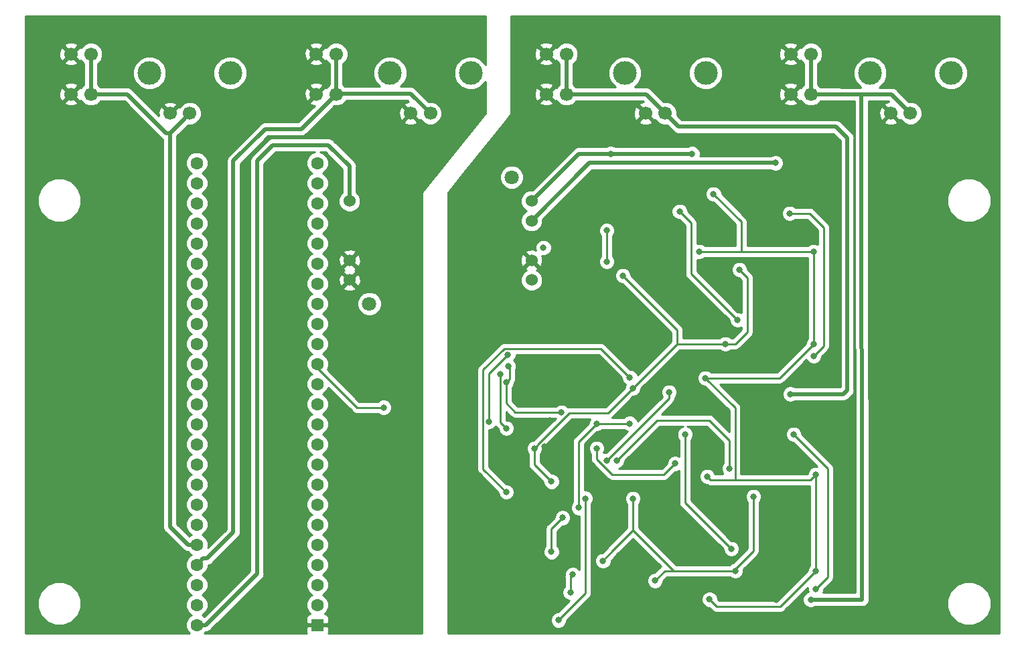
<source format=gbl>
G04 #@! TF.GenerationSoftware,KiCad,Pcbnew,5.0.2-bee76a0~70~ubuntu18.04.1*
G04 #@! TF.CreationDate,2018-12-10T21:57:33+02:00*
G04 #@! TF.ProjectId,microstim,6d696372-6f73-4746-996d-2e6b69636164,rev?*
G04 #@! TF.SameCoordinates,Original*
G04 #@! TF.FileFunction,Copper,L2,Bot*
G04 #@! TF.FilePolarity,Positive*
%FSLAX46Y46*%
G04 Gerber Fmt 4.6, Leading zero omitted, Abs format (unit mm)*
G04 Created by KiCad (PCBNEW 5.0.2-bee76a0~70~ubuntu18.04.1) date Mon Dec 10 21:57:33 2018*
%MOMM*%
%LPD*%
G01*
G04 APERTURE LIST*
G04 #@! TA.AperFunction,ComponentPad*
%ADD10C,1.600000*%
G04 #@! TD*
G04 #@! TA.AperFunction,ComponentPad*
%ADD11R,1.600000X1.600000*%
G04 #@! TD*
G04 #@! TA.AperFunction,ComponentPad*
%ADD12C,3.000000*%
G04 #@! TD*
G04 #@! TA.AperFunction,ComponentPad*
%ADD13C,1.700000*%
G04 #@! TD*
G04 #@! TA.AperFunction,ComponentPad*
%ADD14C,1.524000*%
G04 #@! TD*
G04 #@! TA.AperFunction,ComponentPad*
%ADD15C,1.800000*%
G04 #@! TD*
G04 #@! TA.AperFunction,ViaPad*
%ADD16C,0.800000*%
G04 #@! TD*
G04 #@! TA.AperFunction,Conductor*
%ADD17C,0.250000*%
G04 #@! TD*
G04 #@! TA.AperFunction,Conductor*
%ADD18C,0.500000*%
G04 #@! TD*
G04 #@! TA.AperFunction,Conductor*
%ADD19C,0.254000*%
G04 #@! TD*
G04 APERTURE END LIST*
D10*
G04 #@! TO.P,U1,17*
G04 #@! TO.N,Net-(U1-Pad17)*
X125120000Y-95070000D03*
G04 #@! TO.P,U1,18*
G04 #@! TO.N,Net-(U1-Pad18)*
X125120000Y-92530000D03*
G04 #@! TO.P,U1,19*
G04 #@! TO.N,Net-(U1-Pad19)*
X125120000Y-89990000D03*
G04 #@! TO.P,U1,20*
G04 #@! TO.N,Net-(U1-Pad20)*
X125120000Y-87450000D03*
G04 #@! TO.P,U1,16*
G04 #@! TO.N,Net-(U1-Pad16)*
X125120000Y-97610000D03*
G04 #@! TO.P,U1,15*
G04 #@! TO.N,+3V3*
X125120000Y-100150000D03*
G04 #@! TO.P,U1,14*
G04 #@! TO.N,MISO*
X125120000Y-102690000D03*
G04 #@! TO.P,U1,21*
G04 #@! TO.N,Net-(U1-Pad21)*
X125120000Y-84910000D03*
G04 #@! TO.P,U1,22*
G04 #@! TO.N,Net-(U1-Pad22)*
X125120000Y-82370000D03*
G04 #@! TO.P,U1,23*
G04 #@! TO.N,Net-(U1-Pad23)*
X125120000Y-79830000D03*
G04 #@! TO.P,U1,24*
G04 #@! TO.N,Net-(U1-Pad24)*
X125120000Y-77290000D03*
G04 #@! TO.P,U1,30*
G04 #@! TO.N,Net-(U1-Pad30)*
X109880000Y-77290000D03*
G04 #@! TO.P,U1,31*
G04 #@! TO.N,Net-(U1-Pad31)*
X109880000Y-79830000D03*
G04 #@! TO.P,U1,32*
G04 #@! TO.N,Net-(U1-Pad32)*
X109880000Y-82370000D03*
G04 #@! TO.P,U1,33*
G04 #@! TO.N,Net-(U1-Pad33)*
X109880000Y-84910000D03*
G04 #@! TO.P,U1,34*
G04 #@! TO.N,Net-(U1-Pad34)*
X109880000Y-87450000D03*
G04 #@! TO.P,U1,35*
G04 #@! TO.N,Net-(U1-Pad35)*
X109880000Y-89990000D03*
G04 #@! TO.P,U1,36*
G04 #@! TO.N,Net-(U1-Pad36)*
X109880000Y-92530000D03*
G04 #@! TO.P,U1,37*
G04 #@! TO.N,Net-(U1-Pad37)*
X109880000Y-95070000D03*
G04 #@! TO.P,U1,13*
G04 #@! TO.N,MOSI*
X125120000Y-105230000D03*
G04 #@! TO.P,U1,12*
G04 #@! TO.N,Net-(U1-Pad12)*
X125120000Y-107770000D03*
G04 #@! TO.P,U1,11*
G04 #@! TO.N,NLDAC*
X125120000Y-110310000D03*
G04 #@! TO.P,U1,10*
G04 #@! TO.N,CS0*
X125120000Y-112850000D03*
G04 #@! TO.P,U1,9*
G04 #@! TO.N,CS1*
X125120000Y-115390000D03*
G04 #@! TO.P,U1,8*
G04 #@! TO.N,OE0*
X125120000Y-117930000D03*
G04 #@! TO.P,U1,7*
G04 #@! TO.N,OE1*
X125120000Y-120470000D03*
G04 #@! TO.P,U1,6*
G04 #@! TO.N,OE2*
X125120000Y-123010000D03*
G04 #@! TO.P,U1,5*
G04 #@! TO.N,OE3*
X125120000Y-125550000D03*
G04 #@! TO.P,U1,4*
G04 #@! TO.N,Net-(U1-Pad4)*
X125120000Y-128090000D03*
G04 #@! TO.P,U1,3*
G04 #@! TO.N,Net-(U1-Pad3)*
X125120000Y-130630000D03*
G04 #@! TO.P,U1,2*
G04 #@! TO.N,Net-(U1-Pad2)*
X125120000Y-133170000D03*
D11*
G04 #@! TO.P,U1,1*
G04 #@! TO.N,GND*
X125120000Y-135710000D03*
D10*
G04 #@! TO.P,U1,38*
G04 #@! TO.N,Net-(U1-Pad38)*
X109880000Y-97610000D03*
G04 #@! TO.P,U1,39*
G04 #@! TO.N,Net-(U1-Pad39)*
X109880000Y-100150000D03*
G04 #@! TO.P,U1,40*
G04 #@! TO.N,SCK0*
X109880000Y-102690000D03*
G04 #@! TO.P,U1,41*
G04 #@! TO.N,Net-(U1-Pad41)*
X109880000Y-105230000D03*
G04 #@! TO.P,U1,42*
G04 #@! TO.N,Net-(U1-Pad42)*
X109880000Y-107770000D03*
G04 #@! TO.P,U1,43*
G04 #@! TO.N,Net-(U1-Pad43)*
X109880000Y-110310000D03*
G04 #@! TO.P,U1,44*
G04 #@! TO.N,Net-(U1-Pad44)*
X109880000Y-112850000D03*
G04 #@! TO.P,U1,45*
G04 #@! TO.N,Net-(U1-Pad45)*
X109880000Y-115390000D03*
G04 #@! TO.P,U1,46*
G04 #@! TO.N,Net-(U1-Pad46)*
X109880000Y-117930000D03*
G04 #@! TO.P,U1,47*
G04 #@! TO.N,Net-(U1-Pad47)*
X109880000Y-120470000D03*
G04 #@! TO.P,U1,48*
G04 #@! TO.N,Net-(U1-Pad48)*
X109880000Y-123010000D03*
G04 #@! TO.P,U1,49*
G04 #@! TO.N,Net-(J1-Pad1)*
X109880000Y-125550000D03*
G04 #@! TO.P,U1,50*
G04 #@! TO.N,Net-(J5-Pad1)*
X109880000Y-128090000D03*
G04 #@! TO.P,U1,51*
G04 #@! TO.N,+3V3*
X109880000Y-130630000D03*
G04 #@! TO.P,U1,52*
G04 #@! TO.N,Net-(U1-Pad52)*
X109880000Y-133170000D03*
G04 #@! TO.P,U1,53*
G04 #@! TO.N,VUSB*
X109880000Y-135710000D03*
G04 #@! TD*
D12*
G04 #@! TO.P,J12,NC*
G04 #@! TO.N,N/C*
X205200000Y-65900000D03*
X195000000Y-65900000D03*
D13*
G04 #@! TO.P,J12,1*
G04 #@! TO.N,OUT1*
X200100000Y-71000000D03*
G04 #@! TO.P,J12,2*
G04 #@! TO.N,GNDREF*
X197600000Y-71000000D03*
G04 #@! TD*
G04 #@! TO.P,J1,2*
G04 #@! TO.N,GND*
X106500000Y-71000000D03*
G04 #@! TO.P,J1,1*
G04 #@! TO.N,Net-(J1-Pad1)*
X109000000Y-71000000D03*
D12*
G04 #@! TO.P,J1,NC*
G04 #@! TO.N,N/C*
X103900000Y-65900000D03*
X114100000Y-65900000D03*
G04 #@! TD*
D13*
G04 #@! TO.P,J10,2*
G04 #@! TO.N,GNDREF*
X166600000Y-71000000D03*
G04 #@! TO.P,J10,1*
G04 #@! TO.N,OUT0*
X169100000Y-71000000D03*
D12*
G04 #@! TO.P,J10,NC*
G04 #@! TO.N,N/C*
X164000000Y-65900000D03*
X174200000Y-65900000D03*
G04 #@! TD*
G04 #@! TO.P,J5,NC*
G04 #@! TO.N,N/C*
X144500000Y-65900000D03*
X134300000Y-65900000D03*
D13*
G04 #@! TO.P,J5,1*
G04 #@! TO.N,Net-(J5-Pad1)*
X139400000Y-71000000D03*
G04 #@! TO.P,J5,2*
G04 #@! TO.N,GND*
X136900000Y-71000000D03*
G04 #@! TD*
D14*
G04 #@! TO.P,U2,4*
G04 #@! TO.N,-15V*
X152190000Y-92090000D03*
G04 #@! TO.P,U2,5*
G04 #@! TO.N,GNDREF*
X152190000Y-89590000D03*
G04 #@! TO.P,U2,6*
G04 #@! TO.N,-15V*
X152190000Y-84590000D03*
G04 #@! TO.P,U2,7*
G04 #@! TO.N,+15V*
X152190000Y-82090000D03*
D15*
G04 #@! TO.P,U2,a*
G04 #@! TO.N,N/C*
X149690000Y-79090000D03*
X131690000Y-95090000D03*
D14*
G04 #@! TO.P,U2,1*
G04 #@! TO.N,VUSB*
X129190000Y-82090000D03*
G04 #@! TO.P,U2,2*
G04 #@! TO.N,GND*
X129190000Y-89590000D03*
G04 #@! TO.P,U2,3*
X129190000Y-92090000D03*
G04 #@! TD*
D13*
G04 #@! TO.P,J3,1*
G04 #@! TO.N,Net-(J1-Pad1)*
X96500000Y-68580000D03*
G04 #@! TO.P,J3,2*
G04 #@! TO.N,GND*
X93960000Y-68580000D03*
X93960000Y-63500000D03*
G04 #@! TO.P,J3,1*
G04 #@! TO.N,Net-(J1-Pad1)*
X96500000Y-63500000D03*
G04 #@! TD*
G04 #@! TO.P,J7,1*
G04 #@! TO.N,Net-(J5-Pad1)*
X127500000Y-68580000D03*
G04 #@! TO.P,J7,2*
G04 #@! TO.N,GND*
X124960000Y-68580000D03*
X124960000Y-63500000D03*
G04 #@! TO.P,J7,1*
G04 #@! TO.N,Net-(J5-Pad1)*
X127500000Y-63500000D03*
G04 #@! TD*
G04 #@! TO.P,J9,1*
G04 #@! TO.N,OUT0*
X156600000Y-63500000D03*
G04 #@! TO.P,J9,2*
G04 #@! TO.N,GNDREF*
X154060000Y-63500000D03*
X154060000Y-68580000D03*
G04 #@! TO.P,J9,1*
G04 #@! TO.N,OUT0*
X156600000Y-68580000D03*
G04 #@! TD*
G04 #@! TO.P,J11,1*
G04 #@! TO.N,OUT1*
X187500000Y-63500000D03*
G04 #@! TO.P,J11,2*
G04 #@! TO.N,GNDREF*
X184960000Y-63500000D03*
X184960000Y-68580000D03*
G04 #@! TO.P,J11,1*
G04 #@! TO.N,OUT1*
X187500000Y-68580000D03*
G04 #@! TD*
D16*
G04 #@! TO.N,*
X153701000Y-87978000D03*
G04 #@! TO.N,+5V*
X178212000Y-97122000D03*
X177450000Y-126078000D03*
X154717000Y-126459000D03*
X156114000Y-122141000D03*
X158146000Y-120871000D03*
X160432000Y-110228500D03*
X164597500Y-110228500D03*
X170900000Y-83406000D03*
X171600000Y-111600000D03*
G04 #@! TO.N,GNDREF*
X159600000Y-83500000D03*
X182530000Y-96360000D03*
X183038000Y-125316000D03*
X147224000Y-100170000D03*
X153828000Y-113124000D03*
X144303000Y-112870000D03*
X161702000Y-119728000D03*
X144557000Y-128364000D03*
X161321000Y-111854000D03*
X175164000Y-130650000D03*
X173500000Y-133400000D03*
X161700000Y-97300000D03*
X160559000Y-130650000D03*
X156622000Y-115537000D03*
X165512000Y-126078000D03*
X166528000Y-101186000D03*
X159289000Y-116172000D03*
X172497000Y-81442000D03*
X157892000Y-88232000D03*
X157511000Y-95725000D03*
X150272000Y-74770000D03*
X152812000Y-110711000D03*
X163480000Y-131031000D03*
X145446000Y-86200000D03*
X157300000Y-75300000D03*
X182400000Y-92900000D03*
X173700000Y-97700000D03*
X147500000Y-124400000D03*
X154600000Y-130300000D03*
X165800000Y-83100000D03*
X175500000Y-108300000D03*
X174800000Y-87300000D03*
X183000000Y-123100000D03*
X144700000Y-134400000D03*
X174200000Y-106000000D03*
X153300000Y-104400000D03*
X169600000Y-113200000D03*
X158000000Y-107500000D03*
X154500000Y-109800000D03*
X203400000Y-97700000D03*
X203400000Y-95000000D03*
X203400000Y-100200000D03*
X199400000Y-95000000D03*
X199400000Y-97700000D03*
X199400000Y-100200000D03*
X183100000Y-132500000D03*
G04 #@! TO.N,+15V*
X162200000Y-76100000D03*
X172500000Y-76100000D03*
G04 #@! TO.N,+12V*
X173386000Y-88486000D03*
X187864000Y-88486000D03*
X187864000Y-100170000D03*
X174148000Y-104488000D03*
X188118000Y-116680000D03*
X188118000Y-128872000D03*
X174402000Y-116934000D03*
X160432000Y-113378000D03*
X170338000Y-115283000D03*
X175200000Y-81200000D03*
X174700000Y-132472000D03*
G04 #@! TO.N,GND*
X131603000Y-97249000D03*
X135413000Y-112108000D03*
X98500000Y-95500000D03*
X98500000Y-97500000D03*
X98500000Y-99500000D03*
X98500000Y-101500000D03*
X98500000Y-103500000D03*
X98500000Y-105500000D03*
X98500000Y-107500000D03*
X131600000Y-102100000D03*
X137700000Y-114400000D03*
G04 #@! TO.N,MOSIi*
X148240000Y-103980000D03*
X149002000Y-110838000D03*
G04 #@! TO.N,SCK0i*
X149002000Y-104996000D03*
X149256000Y-102964000D03*
X155987000Y-108806000D03*
G04 #@! TO.N,OE1i*
X159000000Y-119700000D03*
X155600000Y-135100000D03*
G04 #@! TO.N,-15V*
X183038000Y-77263170D03*
G04 #@! TO.N,-12V*
X176688000Y-100170000D03*
X178466000Y-90772000D03*
X165004000Y-105758000D03*
X163734000Y-91534000D03*
X180244000Y-119474000D03*
X177958000Y-128872000D03*
X165004000Y-119728000D03*
X154717000Y-117569000D03*
X152558000Y-113378000D03*
X161227339Y-127600000D03*
X167800000Y-130105000D03*
G04 #@! TO.N,ISENSE0*
X161702000Y-114902000D03*
X169576000Y-106266000D03*
G04 #@! TO.N,MISO*
X133500000Y-108200000D03*
G04 #@! TO.N,VOUT1*
X185324000Y-111600000D03*
X188118000Y-131158000D03*
G04 #@! TO.N,VOUT0*
X184816000Y-83660000D03*
X187864000Y-101694000D03*
G04 #@! TO.N,DAC0*
X161702000Y-89756000D03*
X161700000Y-85800000D03*
G04 #@! TO.N,DAC1*
X162972000Y-114902000D03*
X177196000Y-115918000D03*
G04 #@! TO.N,OE3i*
X157100000Y-131600000D03*
X157400000Y-129300000D03*
G04 #@! TO.N,CS0i*
X146800000Y-110000000D03*
X149200000Y-101500000D03*
G04 #@! TO.N,OUT0*
X149000000Y-118900000D03*
X164600000Y-104400000D03*
X184900000Y-106500000D03*
G04 #@! TO.N,OUT1*
X187500000Y-132500000D03*
G04 #@! TD*
D17*
G04 #@! TO.N,+5V*
X178212000Y-97122000D02*
X172370000Y-91280000D01*
X154717000Y-126459000D02*
X154717000Y-125893315D01*
X154717000Y-125893315D02*
X154717000Y-123538000D01*
X154717000Y-123538000D02*
X156114000Y-122141000D01*
X158146000Y-120871000D02*
X158146000Y-112514500D01*
X158146000Y-112514500D02*
X160432000Y-110228500D01*
X160432000Y-110228500D02*
X164597500Y-110228500D01*
X172370000Y-84876000D02*
X170900000Y-83406000D01*
X172370000Y-91280000D02*
X172370000Y-84876000D01*
X171600000Y-111600000D02*
X171608000Y-120236000D01*
X171608000Y-120236000D02*
X177450000Y-126078000D01*
D18*
G04 #@! TO.N,+15V*
X152190000Y-82090000D02*
X158180000Y-76100000D01*
X158180000Y-76100000D02*
X162200000Y-76100000D01*
X162200000Y-76100000D02*
X162765685Y-76100000D01*
X162765685Y-76100000D02*
X172500000Y-76100000D01*
D17*
G04 #@! TO.N,+12V*
X187864000Y-100170000D02*
X187864000Y-88486000D01*
X183546000Y-104488000D02*
X187864000Y-100170000D01*
X174148000Y-104488000D02*
X183546000Y-104488000D01*
X188118000Y-116680000D02*
X188118000Y-128872000D01*
X187718001Y-117079999D02*
X188118000Y-116680000D01*
X187464001Y-117333999D02*
X187718001Y-117079999D01*
X174402000Y-116934000D02*
X174801999Y-117333999D01*
X177921001Y-117297000D02*
X177958000Y-117333999D01*
X177921001Y-108261001D02*
X177921001Y-117297000D01*
X174148000Y-104488000D02*
X177921001Y-108261001D01*
X174801999Y-117333999D02*
X177958000Y-117333999D01*
X177958000Y-117333999D02*
X187464001Y-117333999D01*
X160432000Y-114705002D02*
X162406998Y-116680000D01*
X160432000Y-113378000D02*
X160432000Y-114705002D01*
X162406998Y-116680000D02*
X168941000Y-116680000D01*
X168941000Y-116680000D02*
X170338000Y-115283000D01*
X178700000Y-84700000D02*
X178700000Y-88486000D01*
X175200000Y-81200000D02*
X178700000Y-84700000D01*
X173386000Y-88486000D02*
X178700000Y-88486000D01*
X178700000Y-88486000D02*
X187864000Y-88486000D01*
X174700000Y-132472000D02*
X175563999Y-133335999D01*
X187718001Y-129271999D02*
X188118000Y-128872000D01*
X183654001Y-133335999D02*
X187718001Y-129271999D01*
X175563999Y-133335999D02*
X183654001Y-133335999D01*
G04 #@! TO.N,MOSIi*
X148240000Y-110076000D02*
X148240000Y-103980000D01*
X149002000Y-110838000D02*
X148240000Y-110076000D01*
G04 #@! TO.N,SCK0i*
X149401999Y-104596001D02*
X149401999Y-103109999D01*
X149002000Y-104996000D02*
X149401999Y-104596001D01*
X149401999Y-103109999D02*
X149256000Y-102964000D01*
X149002000Y-107663000D02*
X149002000Y-104996000D01*
X155987000Y-108806000D02*
X150145000Y-108806000D01*
X150145000Y-108806000D02*
X149002000Y-107663000D01*
G04 #@! TO.N,OE1i*
X159000000Y-119700000D02*
X159000000Y-131700000D01*
X159000000Y-131700000D02*
X155600000Y-135100000D01*
D18*
G04 #@! TO.N,-15V*
X152190000Y-84590000D02*
X159516830Y-77263170D01*
X159516830Y-77263170D02*
X183038000Y-77263170D01*
D17*
G04 #@! TO.N,-12V*
X176688000Y-100170000D02*
X177958000Y-100170000D01*
X179482000Y-98646000D02*
X179482000Y-91788000D01*
X177958000Y-100170000D02*
X179482000Y-98646000D01*
X179482000Y-91788000D02*
X178466000Y-90772000D01*
X170592000Y-100170000D02*
X176688000Y-100170000D01*
X165004000Y-105758000D02*
X170592000Y-100170000D01*
X170592000Y-98392000D02*
X170592000Y-100170000D01*
X163734000Y-91534000D02*
X170592000Y-98392000D01*
X180244000Y-119474000D02*
X180244000Y-126332000D01*
X180244000Y-126332000D02*
X177958000Y-128618000D01*
X177958000Y-128618000D02*
X177958000Y-128872000D01*
X171100000Y-128872000D02*
X177958000Y-128872000D01*
X165004000Y-119728000D02*
X165004000Y-122776000D01*
X154717000Y-117569000D02*
X152558000Y-115410000D01*
X152558000Y-115410000D02*
X152558000Y-113378000D01*
X152957999Y-112978001D02*
X152558000Y-113378000D01*
X152957999Y-112920999D02*
X152957999Y-112978001D01*
X161865999Y-108896001D02*
X156982997Y-108896001D01*
X156982997Y-108896001D02*
X152957999Y-112920999D01*
X165004000Y-105758000D02*
X161865999Y-108896001D01*
X162464000Y-126274315D02*
X165004000Y-123734315D01*
X165004000Y-123734315D02*
X165004000Y-122776000D01*
X161227339Y-127600000D02*
X162464000Y-126274315D01*
X165004000Y-123734315D02*
X165034315Y-123734315D01*
X170172000Y-128872000D02*
X171100000Y-128872000D01*
X165034315Y-123734315D02*
X170172000Y-128872000D01*
X170172000Y-128872000D02*
X169033000Y-128872000D01*
X169033000Y-128872000D02*
X167800000Y-130105000D01*
D18*
G04 #@! TO.N,VUSB*
X129190000Y-77690000D02*
X129190000Y-82090000D01*
X109880000Y-135710000D02*
X111011370Y-135710000D01*
X111011370Y-135710000D02*
X117500000Y-129221370D01*
X117500000Y-129221370D02*
X117500000Y-77000000D01*
X117500000Y-77000000D02*
X119500000Y-75000000D01*
X119500000Y-75000000D02*
X126500000Y-75000000D01*
X126500000Y-75000000D02*
X129190000Y-77690000D01*
D17*
G04 #@! TO.N,ISENSE0*
X161702000Y-114902000D02*
X169576000Y-107028000D01*
X169576000Y-107028000D02*
X169576000Y-106266000D01*
D18*
G04 #@! TO.N,Net-(J5-Pad1)*
X114500000Y-123970000D02*
X114500000Y-77000000D01*
X114500000Y-77000000D02*
X118500000Y-73000000D01*
X123080000Y-73000000D02*
X127500000Y-68580000D01*
X118500000Y-73000000D02*
X123080000Y-73000000D01*
X136880000Y-68480000D02*
X139400000Y-71000000D01*
X127500000Y-68480000D02*
X136880000Y-68480000D01*
X127500000Y-63500000D02*
X127500000Y-68580000D01*
X111179999Y-127290001D02*
X114500000Y-123970000D01*
X110679999Y-127290001D02*
X111179999Y-127290001D01*
X109880000Y-128090000D02*
X110679999Y-127290001D01*
G04 #@! TO.N,Net-(J1-Pad1)*
X106500000Y-122670000D02*
X106500000Y-73500000D01*
X96500000Y-63500000D02*
X96500000Y-68580000D01*
X106000000Y-73500000D02*
X106500000Y-73500000D01*
X96500000Y-68580000D02*
X101080000Y-68580000D01*
X101080000Y-68580000D02*
X106000000Y-73500000D01*
X108100000Y-71900000D02*
X106500000Y-73500000D01*
X109000000Y-71000000D02*
X108100000Y-71900000D01*
X106500000Y-123301370D02*
X106500000Y-122670000D01*
X108748630Y-125550000D02*
X106500000Y-123301370D01*
X109880000Y-125550000D02*
X108748630Y-125550000D01*
D17*
G04 #@! TO.N,MISO*
X125120000Y-103190000D02*
X125919999Y-103989999D01*
X125919999Y-103989999D02*
X125919999Y-104019999D01*
X125919999Y-104019999D02*
X130100000Y-108200000D01*
X130100000Y-108200000D02*
X133500000Y-108200000D01*
G04 #@! TO.N,VOUT1*
X185324000Y-111600000D02*
X189642000Y-115918000D01*
X189642000Y-115918000D02*
X189642000Y-129634000D01*
X189642000Y-129634000D02*
X188118000Y-131158000D01*
G04 #@! TO.N,VOUT0*
X187356000Y-83660000D02*
X184816000Y-83660000D01*
X189134000Y-85438000D02*
X187356000Y-83660000D01*
X189134000Y-100424000D02*
X189134000Y-85438000D01*
X187864000Y-101694000D02*
X189134000Y-100424000D01*
G04 #@! TO.N,DAC0*
X161702000Y-89756000D02*
X161702000Y-85802000D01*
X161702000Y-85802000D02*
X161700000Y-85800000D01*
G04 #@! TO.N,DAC1*
X177196000Y-112362000D02*
X177196000Y-115918000D01*
X174656000Y-109822000D02*
X177196000Y-112362000D01*
X162972000Y-114902000D02*
X168052000Y-109822000D01*
X168052000Y-109822000D02*
X174656000Y-109822000D01*
G04 #@! TO.N,OE3i*
X157100000Y-131600000D02*
X157100000Y-129600000D01*
X157100000Y-129600000D02*
X157400000Y-129300000D01*
G04 #@! TO.N,CS0i*
X146800000Y-110000000D02*
X146800000Y-103900000D01*
X146800000Y-103900000D02*
X149200000Y-101500000D01*
G04 #@! TO.N,OUT0*
X146074999Y-115974999D02*
X146074999Y-103425001D01*
X149000000Y-118900000D02*
X146074999Y-115974999D01*
X160974999Y-100774999D02*
X164600000Y-104400000D01*
X146074999Y-103425001D02*
X148725001Y-100774999D01*
X148725001Y-100774999D02*
X160974999Y-100774999D01*
D18*
X191600000Y-106500000D02*
X184900000Y-106500000D01*
X192100000Y-106000000D02*
X191600000Y-106500000D01*
X192100000Y-106000000D02*
X192100000Y-74100000D01*
X192100000Y-74100000D02*
X190700000Y-72700000D01*
X170800000Y-72700000D02*
X169100000Y-71000000D01*
X190700000Y-72700000D02*
X170800000Y-72700000D01*
X166680000Y-68580000D02*
X169100000Y-71000000D01*
X156600000Y-68580000D02*
X166680000Y-68580000D01*
X156600000Y-67377919D02*
X156600000Y-63500000D01*
X156600000Y-68580000D02*
X156600000Y-67377919D01*
G04 #@! TO.N,OUT1*
X187500000Y-68580000D02*
X187500000Y-63500000D01*
X197700000Y-68600000D02*
X200100000Y-71000000D01*
X187500000Y-132500000D02*
X194000000Y-132500000D01*
X193900000Y-68600000D02*
X197700000Y-68600000D01*
X194000000Y-132500000D02*
X193900000Y-68600000D01*
X193900000Y-68600000D02*
X187500000Y-68580000D01*
G04 #@! TD*
D19*
G04 #@! TO.N,GND*
G36*
X146373000Y-64842798D02*
X146309966Y-64690620D01*
X145709380Y-64090034D01*
X144924678Y-63765000D01*
X144075322Y-63765000D01*
X143290620Y-64090034D01*
X142690034Y-64690620D01*
X142365000Y-65475322D01*
X142365000Y-66324678D01*
X142690034Y-67109380D01*
X143290620Y-67709966D01*
X144075322Y-68035000D01*
X144924678Y-68035000D01*
X145709380Y-67709966D01*
X146309966Y-67109380D01*
X146373000Y-66957202D01*
X146373000Y-70955452D01*
X138400830Y-80920664D01*
X138378018Y-80964654D01*
X138373000Y-81000000D01*
X138373000Y-136790000D01*
X126491339Y-136790000D01*
X126555000Y-136636309D01*
X126555000Y-135995750D01*
X126396250Y-135837000D01*
X125247000Y-135837000D01*
X125247000Y-135857000D01*
X124993000Y-135857000D01*
X124993000Y-135837000D01*
X123843750Y-135837000D01*
X123685000Y-135995750D01*
X123685000Y-136636309D01*
X123748661Y-136790000D01*
X110829396Y-136790000D01*
X111007774Y-136611622D01*
X111011370Y-136612337D01*
X111098531Y-136595000D01*
X111098535Y-136595000D01*
X111356680Y-136543652D01*
X111649419Y-136348049D01*
X111698795Y-136274153D01*
X118064156Y-129908792D01*
X118138049Y-129859419D01*
X118333652Y-129566680D01*
X118385000Y-129308535D01*
X118385000Y-129308531D01*
X118402337Y-129221370D01*
X118385000Y-129134209D01*
X118385000Y-77366578D01*
X119866579Y-75885000D01*
X124762135Y-75885000D01*
X124307138Y-76073466D01*
X123903466Y-76477138D01*
X123685000Y-77004561D01*
X123685000Y-77575439D01*
X123903466Y-78102862D01*
X124307138Y-78506534D01*
X124436216Y-78560000D01*
X124307138Y-78613466D01*
X123903466Y-79017138D01*
X123685000Y-79544561D01*
X123685000Y-80115439D01*
X123903466Y-80642862D01*
X124307138Y-81046534D01*
X124436216Y-81100000D01*
X124307138Y-81153466D01*
X123903466Y-81557138D01*
X123685000Y-82084561D01*
X123685000Y-82655439D01*
X123903466Y-83182862D01*
X124307138Y-83586534D01*
X124436216Y-83640000D01*
X124307138Y-83693466D01*
X123903466Y-84097138D01*
X123685000Y-84624561D01*
X123685000Y-85195439D01*
X123903466Y-85722862D01*
X124307138Y-86126534D01*
X124436216Y-86180000D01*
X124307138Y-86233466D01*
X123903466Y-86637138D01*
X123685000Y-87164561D01*
X123685000Y-87735439D01*
X123903466Y-88262862D01*
X124307138Y-88666534D01*
X124436216Y-88720000D01*
X124307138Y-88773466D01*
X123903466Y-89177138D01*
X123685000Y-89704561D01*
X123685000Y-90275439D01*
X123903466Y-90802862D01*
X124307138Y-91206534D01*
X124436216Y-91260000D01*
X124307138Y-91313466D01*
X123903466Y-91717138D01*
X123685000Y-92244561D01*
X123685000Y-92815439D01*
X123903466Y-93342862D01*
X124307138Y-93746534D01*
X124436216Y-93800000D01*
X124307138Y-93853466D01*
X123903466Y-94257138D01*
X123685000Y-94784561D01*
X123685000Y-95355439D01*
X123903466Y-95882862D01*
X124307138Y-96286534D01*
X124436216Y-96340000D01*
X124307138Y-96393466D01*
X123903466Y-96797138D01*
X123685000Y-97324561D01*
X123685000Y-97895439D01*
X123903466Y-98422862D01*
X124307138Y-98826534D01*
X124436216Y-98880000D01*
X124307138Y-98933466D01*
X123903466Y-99337138D01*
X123685000Y-99864561D01*
X123685000Y-100435439D01*
X123903466Y-100962862D01*
X124307138Y-101366534D01*
X124436216Y-101420000D01*
X124307138Y-101473466D01*
X123903466Y-101877138D01*
X123685000Y-102404561D01*
X123685000Y-102975439D01*
X123903466Y-103502862D01*
X124307138Y-103906534D01*
X124436216Y-103960000D01*
X124307138Y-104013466D01*
X123903466Y-104417138D01*
X123685000Y-104944561D01*
X123685000Y-105515439D01*
X123903466Y-106042862D01*
X124307138Y-106446534D01*
X124436216Y-106500000D01*
X124307138Y-106553466D01*
X123903466Y-106957138D01*
X123685000Y-107484561D01*
X123685000Y-108055439D01*
X123903466Y-108582862D01*
X124307138Y-108986534D01*
X124436216Y-109040000D01*
X124307138Y-109093466D01*
X123903466Y-109497138D01*
X123685000Y-110024561D01*
X123685000Y-110595439D01*
X123903466Y-111122862D01*
X124307138Y-111526534D01*
X124436216Y-111580000D01*
X124307138Y-111633466D01*
X123903466Y-112037138D01*
X123685000Y-112564561D01*
X123685000Y-113135439D01*
X123903466Y-113662862D01*
X124307138Y-114066534D01*
X124436216Y-114120000D01*
X124307138Y-114173466D01*
X123903466Y-114577138D01*
X123685000Y-115104561D01*
X123685000Y-115675439D01*
X123903466Y-116202862D01*
X124307138Y-116606534D01*
X124436216Y-116660000D01*
X124307138Y-116713466D01*
X123903466Y-117117138D01*
X123685000Y-117644561D01*
X123685000Y-118215439D01*
X123903466Y-118742862D01*
X124307138Y-119146534D01*
X124436216Y-119200000D01*
X124307138Y-119253466D01*
X123903466Y-119657138D01*
X123685000Y-120184561D01*
X123685000Y-120755439D01*
X123903466Y-121282862D01*
X124307138Y-121686534D01*
X124436216Y-121740000D01*
X124307138Y-121793466D01*
X123903466Y-122197138D01*
X123685000Y-122724561D01*
X123685000Y-123295439D01*
X123903466Y-123822862D01*
X124307138Y-124226534D01*
X124436216Y-124280000D01*
X124307138Y-124333466D01*
X123903466Y-124737138D01*
X123685000Y-125264561D01*
X123685000Y-125835439D01*
X123903466Y-126362862D01*
X124307138Y-126766534D01*
X124436216Y-126820000D01*
X124307138Y-126873466D01*
X123903466Y-127277138D01*
X123685000Y-127804561D01*
X123685000Y-128375439D01*
X123903466Y-128902862D01*
X124307138Y-129306534D01*
X124436216Y-129360000D01*
X124307138Y-129413466D01*
X123903466Y-129817138D01*
X123685000Y-130344561D01*
X123685000Y-130915439D01*
X123903466Y-131442862D01*
X124307138Y-131846534D01*
X124436216Y-131900000D01*
X124307138Y-131953466D01*
X123903466Y-132357138D01*
X123685000Y-132884561D01*
X123685000Y-133455439D01*
X123903466Y-133982862D01*
X124195604Y-134275000D01*
X124193690Y-134275000D01*
X123960301Y-134371673D01*
X123781673Y-134550302D01*
X123685000Y-134783691D01*
X123685000Y-135424250D01*
X123843750Y-135583000D01*
X124993000Y-135583000D01*
X124993000Y-135563000D01*
X125247000Y-135563000D01*
X125247000Y-135583000D01*
X126396250Y-135583000D01*
X126555000Y-135424250D01*
X126555000Y-134783691D01*
X126458327Y-134550302D01*
X126279699Y-134371673D01*
X126046310Y-134275000D01*
X126044396Y-134275000D01*
X126336534Y-133982862D01*
X126555000Y-133455439D01*
X126555000Y-132884561D01*
X126336534Y-132357138D01*
X125932862Y-131953466D01*
X125803784Y-131900000D01*
X125932862Y-131846534D01*
X126336534Y-131442862D01*
X126555000Y-130915439D01*
X126555000Y-130344561D01*
X126336534Y-129817138D01*
X125932862Y-129413466D01*
X125803784Y-129360000D01*
X125932862Y-129306534D01*
X126336534Y-128902862D01*
X126555000Y-128375439D01*
X126555000Y-127804561D01*
X126336534Y-127277138D01*
X125932862Y-126873466D01*
X125803784Y-126820000D01*
X125932862Y-126766534D01*
X126336534Y-126362862D01*
X126555000Y-125835439D01*
X126555000Y-125264561D01*
X126336534Y-124737138D01*
X125932862Y-124333466D01*
X125803784Y-124280000D01*
X125932862Y-124226534D01*
X126336534Y-123822862D01*
X126555000Y-123295439D01*
X126555000Y-122724561D01*
X126336534Y-122197138D01*
X125932862Y-121793466D01*
X125803784Y-121740000D01*
X125932862Y-121686534D01*
X126336534Y-121282862D01*
X126555000Y-120755439D01*
X126555000Y-120184561D01*
X126336534Y-119657138D01*
X125932862Y-119253466D01*
X125803784Y-119200000D01*
X125932862Y-119146534D01*
X126336534Y-118742862D01*
X126555000Y-118215439D01*
X126555000Y-117644561D01*
X126336534Y-117117138D01*
X125932862Y-116713466D01*
X125803784Y-116660000D01*
X125932862Y-116606534D01*
X126336534Y-116202862D01*
X126555000Y-115675439D01*
X126555000Y-115104561D01*
X126336534Y-114577138D01*
X125932862Y-114173466D01*
X125803784Y-114120000D01*
X125932862Y-114066534D01*
X126336534Y-113662862D01*
X126555000Y-113135439D01*
X126555000Y-112564561D01*
X126336534Y-112037138D01*
X125932862Y-111633466D01*
X125803784Y-111580000D01*
X125932862Y-111526534D01*
X126336534Y-111122862D01*
X126555000Y-110595439D01*
X126555000Y-110024561D01*
X126336534Y-109497138D01*
X125932862Y-109093466D01*
X125803784Y-109040000D01*
X125932862Y-108986534D01*
X126336534Y-108582862D01*
X126555000Y-108055439D01*
X126555000Y-107484561D01*
X126336534Y-106957138D01*
X125932862Y-106553466D01*
X125803784Y-106500000D01*
X125932862Y-106446534D01*
X126336534Y-106042862D01*
X126492215Y-105667016D01*
X129509671Y-108684473D01*
X129552071Y-108747929D01*
X129803463Y-108915904D01*
X130025148Y-108960000D01*
X130025152Y-108960000D01*
X130099999Y-108974888D01*
X130174846Y-108960000D01*
X132796289Y-108960000D01*
X132913720Y-109077431D01*
X133294126Y-109235000D01*
X133705874Y-109235000D01*
X134086280Y-109077431D01*
X134377431Y-108786280D01*
X134535000Y-108405874D01*
X134535000Y-107994126D01*
X134377431Y-107613720D01*
X134086280Y-107322569D01*
X133705874Y-107165000D01*
X133294126Y-107165000D01*
X132913720Y-107322569D01*
X132796289Y-107440000D01*
X130414802Y-107440000D01*
X126570741Y-103595940D01*
X126510328Y-103505525D01*
X126510326Y-103505523D01*
X126467928Y-103442070D01*
X126404475Y-103399672D01*
X126386657Y-103381854D01*
X126555000Y-102975439D01*
X126555000Y-102404561D01*
X126336534Y-101877138D01*
X125932862Y-101473466D01*
X125803784Y-101420000D01*
X125932862Y-101366534D01*
X126336534Y-100962862D01*
X126555000Y-100435439D01*
X126555000Y-99864561D01*
X126336534Y-99337138D01*
X125932862Y-98933466D01*
X125803784Y-98880000D01*
X125932862Y-98826534D01*
X126336534Y-98422862D01*
X126555000Y-97895439D01*
X126555000Y-97324561D01*
X126336534Y-96797138D01*
X125932862Y-96393466D01*
X125803784Y-96340000D01*
X125932862Y-96286534D01*
X126336534Y-95882862D01*
X126555000Y-95355439D01*
X126555000Y-94784670D01*
X130155000Y-94784670D01*
X130155000Y-95395330D01*
X130388690Y-95959507D01*
X130820493Y-96391310D01*
X131384670Y-96625000D01*
X131995330Y-96625000D01*
X132559507Y-96391310D01*
X132991310Y-95959507D01*
X133225000Y-95395330D01*
X133225000Y-94784670D01*
X132991310Y-94220493D01*
X132559507Y-93788690D01*
X131995330Y-93555000D01*
X131384670Y-93555000D01*
X130820493Y-93788690D01*
X130388690Y-94220493D01*
X130155000Y-94784670D01*
X126555000Y-94784670D01*
X126555000Y-94784561D01*
X126336534Y-94257138D01*
X125932862Y-93853466D01*
X125803784Y-93800000D01*
X125932862Y-93746534D01*
X126336534Y-93342862D01*
X126449469Y-93070213D01*
X128389392Y-93070213D01*
X128458857Y-93312397D01*
X128982302Y-93499144D01*
X129537368Y-93471362D01*
X129921143Y-93312397D01*
X129990608Y-93070213D01*
X129190000Y-92269605D01*
X128389392Y-93070213D01*
X126449469Y-93070213D01*
X126555000Y-92815439D01*
X126555000Y-92244561D01*
X126404948Y-91882302D01*
X127780856Y-91882302D01*
X127808638Y-92437368D01*
X127967603Y-92821143D01*
X128209787Y-92890608D01*
X129010395Y-92090000D01*
X129369605Y-92090000D01*
X130170213Y-92890608D01*
X130412397Y-92821143D01*
X130599144Y-92297698D01*
X130571362Y-91742632D01*
X130412397Y-91358857D01*
X130170213Y-91289392D01*
X129369605Y-92090000D01*
X129010395Y-92090000D01*
X128209787Y-91289392D01*
X127967603Y-91358857D01*
X127780856Y-91882302D01*
X126404948Y-91882302D01*
X126336534Y-91717138D01*
X125932862Y-91313466D01*
X125803784Y-91260000D01*
X125932862Y-91206534D01*
X126336534Y-90802862D01*
X126432900Y-90570213D01*
X128389392Y-90570213D01*
X128458857Y-90812397D01*
X128530462Y-90837943D01*
X128458857Y-90867603D01*
X128389392Y-91109787D01*
X129190000Y-91910395D01*
X129990608Y-91109787D01*
X129921143Y-90867603D01*
X129849538Y-90842057D01*
X129921143Y-90812397D01*
X129990608Y-90570213D01*
X129190000Y-89769605D01*
X128389392Y-90570213D01*
X126432900Y-90570213D01*
X126555000Y-90275439D01*
X126555000Y-89704561D01*
X126421516Y-89382302D01*
X127780856Y-89382302D01*
X127808638Y-89937368D01*
X127967603Y-90321143D01*
X128209787Y-90390608D01*
X129010395Y-89590000D01*
X129369605Y-89590000D01*
X130170213Y-90390608D01*
X130412397Y-90321143D01*
X130599144Y-89797698D01*
X130571362Y-89242632D01*
X130412397Y-88858857D01*
X130170213Y-88789392D01*
X129369605Y-89590000D01*
X129010395Y-89590000D01*
X128209787Y-88789392D01*
X127967603Y-88858857D01*
X127780856Y-89382302D01*
X126421516Y-89382302D01*
X126336534Y-89177138D01*
X125932862Y-88773466D01*
X125803784Y-88720000D01*
X125932862Y-88666534D01*
X125989609Y-88609787D01*
X128389392Y-88609787D01*
X129190000Y-89410395D01*
X129990608Y-88609787D01*
X129921143Y-88367603D01*
X129397698Y-88180856D01*
X128842632Y-88208638D01*
X128458857Y-88367603D01*
X128389392Y-88609787D01*
X125989609Y-88609787D01*
X126336534Y-88262862D01*
X126555000Y-87735439D01*
X126555000Y-87164561D01*
X126336534Y-86637138D01*
X125932862Y-86233466D01*
X125803784Y-86180000D01*
X125932862Y-86126534D01*
X126336534Y-85722862D01*
X126555000Y-85195439D01*
X126555000Y-84624561D01*
X126336534Y-84097138D01*
X125932862Y-83693466D01*
X125803784Y-83640000D01*
X125932862Y-83586534D01*
X126336534Y-83182862D01*
X126555000Y-82655439D01*
X126555000Y-82084561D01*
X126336534Y-81557138D01*
X125932862Y-81153466D01*
X125803784Y-81100000D01*
X125932862Y-81046534D01*
X126336534Y-80642862D01*
X126555000Y-80115439D01*
X126555000Y-79544561D01*
X126336534Y-79017138D01*
X125932862Y-78613466D01*
X125803784Y-78560000D01*
X125932862Y-78506534D01*
X126336534Y-78102862D01*
X126555000Y-77575439D01*
X126555000Y-77004561D01*
X126336534Y-76477138D01*
X125932862Y-76073466D01*
X125477865Y-75885000D01*
X126133422Y-75885000D01*
X128305000Y-78056579D01*
X128305001Y-80999342D01*
X128005680Y-81298663D01*
X127793000Y-81812119D01*
X127793000Y-82367881D01*
X128005680Y-82881337D01*
X128398663Y-83274320D01*
X128912119Y-83487000D01*
X129467881Y-83487000D01*
X129981337Y-83274320D01*
X130374320Y-82881337D01*
X130587000Y-82367881D01*
X130587000Y-81812119D01*
X130374320Y-81298663D01*
X130075000Y-80999343D01*
X130075000Y-77777159D01*
X130092337Y-77689999D01*
X130075000Y-77602839D01*
X130075000Y-77602835D01*
X130023652Y-77344690D01*
X129828049Y-77051951D01*
X129754156Y-77002577D01*
X127187425Y-74435847D01*
X127138049Y-74361951D01*
X126845310Y-74166348D01*
X126587165Y-74115000D01*
X126587161Y-74115000D01*
X126500000Y-74097663D01*
X126412839Y-74115000D01*
X119587159Y-74115000D01*
X119499999Y-74097663D01*
X119412839Y-74115000D01*
X119412835Y-74115000D01*
X119154690Y-74166348D01*
X119154688Y-74166349D01*
X119154689Y-74166349D01*
X118935845Y-74312576D01*
X118935844Y-74312577D01*
X118861951Y-74361951D01*
X118812577Y-74435844D01*
X116935845Y-76312577D01*
X116861952Y-76361951D01*
X116812578Y-76435844D01*
X116812576Y-76435846D01*
X116666348Y-76654691D01*
X116597663Y-77000000D01*
X116615001Y-77087166D01*
X116615000Y-128854791D01*
X110834594Y-134635198D01*
X110692862Y-134493466D01*
X110563784Y-134440000D01*
X110692862Y-134386534D01*
X111096534Y-133982862D01*
X111315000Y-133455439D01*
X111315000Y-132884561D01*
X111096534Y-132357138D01*
X110692862Y-131953466D01*
X110563784Y-131900000D01*
X110692862Y-131846534D01*
X111096534Y-131442862D01*
X111315000Y-130915439D01*
X111315000Y-130344561D01*
X111096534Y-129817138D01*
X110692862Y-129413466D01*
X110563784Y-129360000D01*
X110692862Y-129306534D01*
X111096534Y-128902862D01*
X111315000Y-128375439D01*
X111315000Y-128165486D01*
X111525309Y-128123653D01*
X111818048Y-127928050D01*
X111867424Y-127854154D01*
X115064156Y-124657423D01*
X115138049Y-124608049D01*
X115246996Y-124445000D01*
X115333651Y-124315311D01*
X115333652Y-124315310D01*
X115385000Y-124057165D01*
X115385000Y-124057161D01*
X115402337Y-123970001D01*
X115385000Y-123882841D01*
X115385000Y-77366578D01*
X118866579Y-73885000D01*
X122992839Y-73885000D01*
X123080000Y-73902337D01*
X123167161Y-73885000D01*
X123167165Y-73885000D01*
X123425310Y-73833652D01*
X123718049Y-73638049D01*
X123767425Y-73564153D01*
X125287620Y-72043958D01*
X136035647Y-72043958D01*
X136115920Y-72295259D01*
X136671279Y-72496718D01*
X137261458Y-72470315D01*
X137684080Y-72295259D01*
X137764353Y-72043958D01*
X136900000Y-71179605D01*
X136035647Y-72043958D01*
X125287620Y-72043958D01*
X126560299Y-70771279D01*
X135403282Y-70771279D01*
X135429685Y-71361458D01*
X135604741Y-71784080D01*
X135856042Y-71864353D01*
X136720395Y-71000000D01*
X135856042Y-70135647D01*
X135604741Y-70215920D01*
X135403282Y-70771279D01*
X126560299Y-70771279D01*
X127266579Y-70065000D01*
X127795385Y-70065000D01*
X128341185Y-69838922D01*
X128758922Y-69421185D01*
X128782195Y-69365000D01*
X136513422Y-69365000D01*
X136672130Y-69523709D01*
X136538542Y-69529685D01*
X136115920Y-69704741D01*
X136035647Y-69956042D01*
X136900000Y-70820395D01*
X136914143Y-70806253D01*
X137093748Y-70985858D01*
X137079605Y-71000000D01*
X137943958Y-71864353D01*
X138126519Y-71806037D01*
X138141078Y-71841185D01*
X138558815Y-72258922D01*
X139104615Y-72485000D01*
X139695385Y-72485000D01*
X140241185Y-72258922D01*
X140658922Y-71841185D01*
X140885000Y-71295385D01*
X140885000Y-70704615D01*
X140658922Y-70158815D01*
X140241185Y-69741078D01*
X139695385Y-69515000D01*
X139166579Y-69515000D01*
X137567425Y-67915847D01*
X137518049Y-67841951D01*
X137225310Y-67646348D01*
X136967165Y-67595000D01*
X136967161Y-67595000D01*
X136880000Y-67577663D01*
X136792839Y-67595000D01*
X135624346Y-67595000D01*
X136109966Y-67109380D01*
X136435000Y-66324678D01*
X136435000Y-65475322D01*
X136109966Y-64690620D01*
X135509380Y-64090034D01*
X134724678Y-63765000D01*
X133875322Y-63765000D01*
X133090620Y-64090034D01*
X132490034Y-64690620D01*
X132165000Y-65475322D01*
X132165000Y-66324678D01*
X132490034Y-67109380D01*
X132975654Y-67595000D01*
X128615107Y-67595000D01*
X128385000Y-67364893D01*
X128385000Y-64715107D01*
X128758922Y-64341185D01*
X128985000Y-63795385D01*
X128985000Y-63204615D01*
X128758922Y-62658815D01*
X128341185Y-62241078D01*
X127795385Y-62015000D01*
X127204615Y-62015000D01*
X126658815Y-62241078D01*
X126241078Y-62658815D01*
X126221845Y-62705247D01*
X126003958Y-62635647D01*
X125139605Y-63500000D01*
X126003958Y-64364353D01*
X126221845Y-64294753D01*
X126241078Y-64341185D01*
X126615000Y-64715107D01*
X126615001Y-67364892D01*
X126241078Y-67738815D01*
X126221845Y-67785247D01*
X126003958Y-67715647D01*
X125139605Y-68580000D01*
X125153748Y-68594143D01*
X124974143Y-68773748D01*
X124960000Y-68759605D01*
X124095647Y-69623958D01*
X124175920Y-69875259D01*
X124731279Y-70076718D01*
X124752660Y-70075761D01*
X122713422Y-72115000D01*
X118587159Y-72115000D01*
X118499999Y-72097663D01*
X118412839Y-72115000D01*
X118412835Y-72115000D01*
X118154690Y-72166348D01*
X118154688Y-72166349D01*
X118154689Y-72166349D01*
X117935845Y-72312576D01*
X117935844Y-72312577D01*
X117861951Y-72361951D01*
X117812577Y-72435844D01*
X113935845Y-76312577D01*
X113861952Y-76361951D01*
X113812578Y-76435844D01*
X113812576Y-76435846D01*
X113666348Y-76654691D01*
X113597663Y-77000000D01*
X113615001Y-77087166D01*
X113615000Y-123603421D01*
X111266929Y-125951493D01*
X111315000Y-125835439D01*
X111315000Y-125264561D01*
X111096534Y-124737138D01*
X110692862Y-124333466D01*
X110563784Y-124280000D01*
X110692862Y-124226534D01*
X111096534Y-123822862D01*
X111315000Y-123295439D01*
X111315000Y-122724561D01*
X111096534Y-122197138D01*
X110692862Y-121793466D01*
X110563784Y-121740000D01*
X110692862Y-121686534D01*
X111096534Y-121282862D01*
X111315000Y-120755439D01*
X111315000Y-120184561D01*
X111096534Y-119657138D01*
X110692862Y-119253466D01*
X110563784Y-119200000D01*
X110692862Y-119146534D01*
X111096534Y-118742862D01*
X111315000Y-118215439D01*
X111315000Y-117644561D01*
X111096534Y-117117138D01*
X110692862Y-116713466D01*
X110563784Y-116660000D01*
X110692862Y-116606534D01*
X111096534Y-116202862D01*
X111315000Y-115675439D01*
X111315000Y-115104561D01*
X111096534Y-114577138D01*
X110692862Y-114173466D01*
X110563784Y-114120000D01*
X110692862Y-114066534D01*
X111096534Y-113662862D01*
X111315000Y-113135439D01*
X111315000Y-112564561D01*
X111096534Y-112037138D01*
X110692862Y-111633466D01*
X110563784Y-111580000D01*
X110692862Y-111526534D01*
X111096534Y-111122862D01*
X111315000Y-110595439D01*
X111315000Y-110024561D01*
X111096534Y-109497138D01*
X110692862Y-109093466D01*
X110563784Y-109040000D01*
X110692862Y-108986534D01*
X111096534Y-108582862D01*
X111315000Y-108055439D01*
X111315000Y-107484561D01*
X111096534Y-106957138D01*
X110692862Y-106553466D01*
X110563784Y-106500000D01*
X110692862Y-106446534D01*
X111096534Y-106042862D01*
X111315000Y-105515439D01*
X111315000Y-104944561D01*
X111096534Y-104417138D01*
X110692862Y-104013466D01*
X110563784Y-103960000D01*
X110692862Y-103906534D01*
X111096534Y-103502862D01*
X111315000Y-102975439D01*
X111315000Y-102404561D01*
X111096534Y-101877138D01*
X110692862Y-101473466D01*
X110563784Y-101420000D01*
X110692862Y-101366534D01*
X111096534Y-100962862D01*
X111315000Y-100435439D01*
X111315000Y-99864561D01*
X111096534Y-99337138D01*
X110692862Y-98933466D01*
X110563784Y-98880000D01*
X110692862Y-98826534D01*
X111096534Y-98422862D01*
X111315000Y-97895439D01*
X111315000Y-97324561D01*
X111096534Y-96797138D01*
X110692862Y-96393466D01*
X110563784Y-96340000D01*
X110692862Y-96286534D01*
X111096534Y-95882862D01*
X111315000Y-95355439D01*
X111315000Y-94784561D01*
X111096534Y-94257138D01*
X110692862Y-93853466D01*
X110563784Y-93800000D01*
X110692862Y-93746534D01*
X111096534Y-93342862D01*
X111315000Y-92815439D01*
X111315000Y-92244561D01*
X111096534Y-91717138D01*
X110692862Y-91313466D01*
X110563784Y-91260000D01*
X110692862Y-91206534D01*
X111096534Y-90802862D01*
X111315000Y-90275439D01*
X111315000Y-89704561D01*
X111096534Y-89177138D01*
X110692862Y-88773466D01*
X110563784Y-88720000D01*
X110692862Y-88666534D01*
X111096534Y-88262862D01*
X111315000Y-87735439D01*
X111315000Y-87164561D01*
X111096534Y-86637138D01*
X110692862Y-86233466D01*
X110563784Y-86180000D01*
X110692862Y-86126534D01*
X111096534Y-85722862D01*
X111315000Y-85195439D01*
X111315000Y-84624561D01*
X111096534Y-84097138D01*
X110692862Y-83693466D01*
X110563784Y-83640000D01*
X110692862Y-83586534D01*
X111096534Y-83182862D01*
X111315000Y-82655439D01*
X111315000Y-82084561D01*
X111096534Y-81557138D01*
X110692862Y-81153466D01*
X110563784Y-81100000D01*
X110692862Y-81046534D01*
X111096534Y-80642862D01*
X111315000Y-80115439D01*
X111315000Y-79544561D01*
X111096534Y-79017138D01*
X110692862Y-78613466D01*
X110563784Y-78560000D01*
X110692862Y-78506534D01*
X111096534Y-78102862D01*
X111315000Y-77575439D01*
X111315000Y-77004561D01*
X111096534Y-76477138D01*
X110692862Y-76073466D01*
X110165439Y-75855000D01*
X109594561Y-75855000D01*
X109067138Y-76073466D01*
X108663466Y-76477138D01*
X108445000Y-77004561D01*
X108445000Y-77575439D01*
X108663466Y-78102862D01*
X109067138Y-78506534D01*
X109196216Y-78560000D01*
X109067138Y-78613466D01*
X108663466Y-79017138D01*
X108445000Y-79544561D01*
X108445000Y-80115439D01*
X108663466Y-80642862D01*
X109067138Y-81046534D01*
X109196216Y-81100000D01*
X109067138Y-81153466D01*
X108663466Y-81557138D01*
X108445000Y-82084561D01*
X108445000Y-82655439D01*
X108663466Y-83182862D01*
X109067138Y-83586534D01*
X109196216Y-83640000D01*
X109067138Y-83693466D01*
X108663466Y-84097138D01*
X108445000Y-84624561D01*
X108445000Y-85195439D01*
X108663466Y-85722862D01*
X109067138Y-86126534D01*
X109196216Y-86180000D01*
X109067138Y-86233466D01*
X108663466Y-86637138D01*
X108445000Y-87164561D01*
X108445000Y-87735439D01*
X108663466Y-88262862D01*
X109067138Y-88666534D01*
X109196216Y-88720000D01*
X109067138Y-88773466D01*
X108663466Y-89177138D01*
X108445000Y-89704561D01*
X108445000Y-90275439D01*
X108663466Y-90802862D01*
X109067138Y-91206534D01*
X109196216Y-91260000D01*
X109067138Y-91313466D01*
X108663466Y-91717138D01*
X108445000Y-92244561D01*
X108445000Y-92815439D01*
X108663466Y-93342862D01*
X109067138Y-93746534D01*
X109196216Y-93800000D01*
X109067138Y-93853466D01*
X108663466Y-94257138D01*
X108445000Y-94784561D01*
X108445000Y-95355439D01*
X108663466Y-95882862D01*
X109067138Y-96286534D01*
X109196216Y-96340000D01*
X109067138Y-96393466D01*
X108663466Y-96797138D01*
X108445000Y-97324561D01*
X108445000Y-97895439D01*
X108663466Y-98422862D01*
X109067138Y-98826534D01*
X109196216Y-98880000D01*
X109067138Y-98933466D01*
X108663466Y-99337138D01*
X108445000Y-99864561D01*
X108445000Y-100435439D01*
X108663466Y-100962862D01*
X109067138Y-101366534D01*
X109196216Y-101420000D01*
X109067138Y-101473466D01*
X108663466Y-101877138D01*
X108445000Y-102404561D01*
X108445000Y-102975439D01*
X108663466Y-103502862D01*
X109067138Y-103906534D01*
X109196216Y-103960000D01*
X109067138Y-104013466D01*
X108663466Y-104417138D01*
X108445000Y-104944561D01*
X108445000Y-105515439D01*
X108663466Y-106042862D01*
X109067138Y-106446534D01*
X109196216Y-106500000D01*
X109067138Y-106553466D01*
X108663466Y-106957138D01*
X108445000Y-107484561D01*
X108445000Y-108055439D01*
X108663466Y-108582862D01*
X109067138Y-108986534D01*
X109196216Y-109040000D01*
X109067138Y-109093466D01*
X108663466Y-109497138D01*
X108445000Y-110024561D01*
X108445000Y-110595439D01*
X108663466Y-111122862D01*
X109067138Y-111526534D01*
X109196216Y-111580000D01*
X109067138Y-111633466D01*
X108663466Y-112037138D01*
X108445000Y-112564561D01*
X108445000Y-113135439D01*
X108663466Y-113662862D01*
X109067138Y-114066534D01*
X109196216Y-114120000D01*
X109067138Y-114173466D01*
X108663466Y-114577138D01*
X108445000Y-115104561D01*
X108445000Y-115675439D01*
X108663466Y-116202862D01*
X109067138Y-116606534D01*
X109196216Y-116660000D01*
X109067138Y-116713466D01*
X108663466Y-117117138D01*
X108445000Y-117644561D01*
X108445000Y-118215439D01*
X108663466Y-118742862D01*
X109067138Y-119146534D01*
X109196216Y-119200000D01*
X109067138Y-119253466D01*
X108663466Y-119657138D01*
X108445000Y-120184561D01*
X108445000Y-120755439D01*
X108663466Y-121282862D01*
X109067138Y-121686534D01*
X109196216Y-121740000D01*
X109067138Y-121793466D01*
X108663466Y-122197138D01*
X108445000Y-122724561D01*
X108445000Y-123295439D01*
X108663466Y-123822862D01*
X109067138Y-124226534D01*
X109196216Y-124280000D01*
X109067138Y-124333466D01*
X108925406Y-124475198D01*
X107385000Y-122934792D01*
X107385000Y-73866578D01*
X108766579Y-72485000D01*
X109295385Y-72485000D01*
X109841185Y-72258922D01*
X110258922Y-71841185D01*
X110485000Y-71295385D01*
X110485000Y-70704615D01*
X110258922Y-70158815D01*
X109841185Y-69741078D01*
X109295385Y-69515000D01*
X108704615Y-69515000D01*
X108158815Y-69741078D01*
X107741078Y-70158815D01*
X107726519Y-70193963D01*
X107543958Y-70135647D01*
X106679605Y-71000000D01*
X106693748Y-71014143D01*
X106514143Y-71193748D01*
X106500000Y-71179605D01*
X106485858Y-71193748D01*
X106306253Y-71014143D01*
X106320395Y-71000000D01*
X105456042Y-70135647D01*
X105204741Y-70215920D01*
X105003282Y-70771279D01*
X105025781Y-71274203D01*
X103707620Y-69956042D01*
X105635647Y-69956042D01*
X106500000Y-70820395D01*
X107364353Y-69956042D01*
X107284080Y-69704741D01*
X106728721Y-69503282D01*
X106138542Y-69529685D01*
X105715920Y-69704741D01*
X105635647Y-69956042D01*
X103707620Y-69956042D01*
X102102857Y-68351279D01*
X123463282Y-68351279D01*
X123489685Y-68941458D01*
X123664741Y-69364080D01*
X123916042Y-69444353D01*
X124780395Y-68580000D01*
X123916042Y-67715647D01*
X123664741Y-67795920D01*
X123463282Y-68351279D01*
X102102857Y-68351279D01*
X101767425Y-68015847D01*
X101718049Y-67941951D01*
X101425310Y-67746348D01*
X101167165Y-67695000D01*
X101167161Y-67695000D01*
X101080000Y-67677663D01*
X100992839Y-67695000D01*
X97715107Y-67695000D01*
X97385000Y-67364893D01*
X97385000Y-65475322D01*
X101765000Y-65475322D01*
X101765000Y-66324678D01*
X102090034Y-67109380D01*
X102690620Y-67709966D01*
X103475322Y-68035000D01*
X104324678Y-68035000D01*
X105109380Y-67709966D01*
X105709966Y-67109380D01*
X106035000Y-66324678D01*
X106035000Y-65475322D01*
X111965000Y-65475322D01*
X111965000Y-66324678D01*
X112290034Y-67109380D01*
X112890620Y-67709966D01*
X113675322Y-68035000D01*
X114524678Y-68035000D01*
X115309380Y-67709966D01*
X115483304Y-67536042D01*
X124095647Y-67536042D01*
X124960000Y-68400395D01*
X125824353Y-67536042D01*
X125744080Y-67284741D01*
X125188721Y-67083282D01*
X124598542Y-67109685D01*
X124175920Y-67284741D01*
X124095647Y-67536042D01*
X115483304Y-67536042D01*
X115909966Y-67109380D01*
X116235000Y-66324678D01*
X116235000Y-65475322D01*
X115909966Y-64690620D01*
X115763304Y-64543958D01*
X124095647Y-64543958D01*
X124175920Y-64795259D01*
X124731279Y-64996718D01*
X125321458Y-64970315D01*
X125744080Y-64795259D01*
X125824353Y-64543958D01*
X124960000Y-63679605D01*
X124095647Y-64543958D01*
X115763304Y-64543958D01*
X115309380Y-64090034D01*
X114524678Y-63765000D01*
X113675322Y-63765000D01*
X112890620Y-64090034D01*
X112290034Y-64690620D01*
X111965000Y-65475322D01*
X106035000Y-65475322D01*
X105709966Y-64690620D01*
X105109380Y-64090034D01*
X104324678Y-63765000D01*
X103475322Y-63765000D01*
X102690620Y-64090034D01*
X102090034Y-64690620D01*
X101765000Y-65475322D01*
X97385000Y-65475322D01*
X97385000Y-64715107D01*
X97758922Y-64341185D01*
X97985000Y-63795385D01*
X97985000Y-63271279D01*
X123463282Y-63271279D01*
X123489685Y-63861458D01*
X123664741Y-64284080D01*
X123916042Y-64364353D01*
X124780395Y-63500000D01*
X123916042Y-62635647D01*
X123664741Y-62715920D01*
X123463282Y-63271279D01*
X97985000Y-63271279D01*
X97985000Y-63204615D01*
X97758922Y-62658815D01*
X97556149Y-62456042D01*
X124095647Y-62456042D01*
X124960000Y-63320395D01*
X125824353Y-62456042D01*
X125744080Y-62204741D01*
X125188721Y-62003282D01*
X124598542Y-62029685D01*
X124175920Y-62204741D01*
X124095647Y-62456042D01*
X97556149Y-62456042D01*
X97341185Y-62241078D01*
X96795385Y-62015000D01*
X96204615Y-62015000D01*
X95658815Y-62241078D01*
X95241078Y-62658815D01*
X95221845Y-62705247D01*
X95003958Y-62635647D01*
X94139605Y-63500000D01*
X95003958Y-64364353D01*
X95221845Y-64294753D01*
X95241078Y-64341185D01*
X95615000Y-64715107D01*
X95615001Y-67364892D01*
X95241078Y-67738815D01*
X95221845Y-67785247D01*
X95003958Y-67715647D01*
X94139605Y-68580000D01*
X95003958Y-69444353D01*
X95221845Y-69374753D01*
X95241078Y-69421185D01*
X95658815Y-69838922D01*
X96204615Y-70065000D01*
X96795385Y-70065000D01*
X97341185Y-69838922D01*
X97715107Y-69465000D01*
X100713422Y-69465000D01*
X105312577Y-74064156D01*
X105361951Y-74138049D01*
X105435844Y-74187423D01*
X105435845Y-74187424D01*
X105615001Y-74307133D01*
X105615000Y-122582835D01*
X105615000Y-123214209D01*
X105597663Y-123301370D01*
X105615000Y-123388531D01*
X105615000Y-123388534D01*
X105666348Y-123646679D01*
X105861951Y-123939419D01*
X105935847Y-123988795D01*
X108061207Y-126114156D01*
X108110581Y-126188049D01*
X108184474Y-126237423D01*
X108184475Y-126237424D01*
X108240216Y-126274669D01*
X108403320Y-126383652D01*
X108661465Y-126435000D01*
X108661470Y-126435000D01*
X108748629Y-126452337D01*
X108752226Y-126451622D01*
X109067138Y-126766534D01*
X109196216Y-126820000D01*
X109067138Y-126873466D01*
X108663466Y-127277138D01*
X108445000Y-127804561D01*
X108445000Y-128375439D01*
X108663466Y-128902862D01*
X109067138Y-129306534D01*
X109196216Y-129360000D01*
X109067138Y-129413466D01*
X108663466Y-129817138D01*
X108445000Y-130344561D01*
X108445000Y-130915439D01*
X108663466Y-131442862D01*
X109067138Y-131846534D01*
X109196216Y-131900000D01*
X109067138Y-131953466D01*
X108663466Y-132357138D01*
X108445000Y-132884561D01*
X108445000Y-133455439D01*
X108663466Y-133982862D01*
X109067138Y-134386534D01*
X109196216Y-134440000D01*
X109067138Y-134493466D01*
X108663466Y-134897138D01*
X108445000Y-135424561D01*
X108445000Y-135995439D01*
X108663466Y-136522862D01*
X108930604Y-136790000D01*
X88210000Y-136790000D01*
X88210000Y-132446029D01*
X89715000Y-132446029D01*
X89715000Y-133553971D01*
X90138991Y-134577576D01*
X90922424Y-135361009D01*
X91946029Y-135785000D01*
X93053971Y-135785000D01*
X94077576Y-135361009D01*
X94861009Y-134577576D01*
X95285000Y-133553971D01*
X95285000Y-132446029D01*
X94861009Y-131422424D01*
X94077576Y-130638991D01*
X93053971Y-130215000D01*
X91946029Y-130215000D01*
X90922424Y-130638991D01*
X90138991Y-131422424D01*
X89715000Y-132446029D01*
X88210000Y-132446029D01*
X88210000Y-81446029D01*
X89715000Y-81446029D01*
X89715000Y-82553971D01*
X90138991Y-83577576D01*
X90922424Y-84361009D01*
X91946029Y-84785000D01*
X93053971Y-84785000D01*
X94077576Y-84361009D01*
X94861009Y-83577576D01*
X95285000Y-82553971D01*
X95285000Y-81446029D01*
X94861009Y-80422424D01*
X94077576Y-79638991D01*
X93053971Y-79215000D01*
X91946029Y-79215000D01*
X90922424Y-79638991D01*
X90138991Y-80422424D01*
X89715000Y-81446029D01*
X88210000Y-81446029D01*
X88210000Y-69623958D01*
X93095647Y-69623958D01*
X93175920Y-69875259D01*
X93731279Y-70076718D01*
X94321458Y-70050315D01*
X94744080Y-69875259D01*
X94824353Y-69623958D01*
X93960000Y-68759605D01*
X93095647Y-69623958D01*
X88210000Y-69623958D01*
X88210000Y-68351279D01*
X92463282Y-68351279D01*
X92489685Y-68941458D01*
X92664741Y-69364080D01*
X92916042Y-69444353D01*
X93780395Y-68580000D01*
X92916042Y-67715647D01*
X92664741Y-67795920D01*
X92463282Y-68351279D01*
X88210000Y-68351279D01*
X88210000Y-67536042D01*
X93095647Y-67536042D01*
X93960000Y-68400395D01*
X94824353Y-67536042D01*
X94744080Y-67284741D01*
X94188721Y-67083282D01*
X93598542Y-67109685D01*
X93175920Y-67284741D01*
X93095647Y-67536042D01*
X88210000Y-67536042D01*
X88210000Y-64543958D01*
X93095647Y-64543958D01*
X93175920Y-64795259D01*
X93731279Y-64996718D01*
X94321458Y-64970315D01*
X94744080Y-64795259D01*
X94824353Y-64543958D01*
X93960000Y-63679605D01*
X93095647Y-64543958D01*
X88210000Y-64543958D01*
X88210000Y-63271279D01*
X92463282Y-63271279D01*
X92489685Y-63861458D01*
X92664741Y-64284080D01*
X92916042Y-64364353D01*
X93780395Y-63500000D01*
X92916042Y-62635647D01*
X92664741Y-62715920D01*
X92463282Y-63271279D01*
X88210000Y-63271279D01*
X88210000Y-62456042D01*
X93095647Y-62456042D01*
X93960000Y-63320395D01*
X94824353Y-62456042D01*
X94744080Y-62204741D01*
X94188721Y-62003282D01*
X93598542Y-62029685D01*
X93175920Y-62204741D01*
X93095647Y-62456042D01*
X88210000Y-62456042D01*
X88210000Y-58710000D01*
X146373000Y-58710000D01*
X146373000Y-64842798D01*
X146373000Y-64842798D01*
G37*
X146373000Y-64842798D02*
X146309966Y-64690620D01*
X145709380Y-64090034D01*
X144924678Y-63765000D01*
X144075322Y-63765000D01*
X143290620Y-64090034D01*
X142690034Y-64690620D01*
X142365000Y-65475322D01*
X142365000Y-66324678D01*
X142690034Y-67109380D01*
X143290620Y-67709966D01*
X144075322Y-68035000D01*
X144924678Y-68035000D01*
X145709380Y-67709966D01*
X146309966Y-67109380D01*
X146373000Y-66957202D01*
X146373000Y-70955452D01*
X138400830Y-80920664D01*
X138378018Y-80964654D01*
X138373000Y-81000000D01*
X138373000Y-136790000D01*
X126491339Y-136790000D01*
X126555000Y-136636309D01*
X126555000Y-135995750D01*
X126396250Y-135837000D01*
X125247000Y-135837000D01*
X125247000Y-135857000D01*
X124993000Y-135857000D01*
X124993000Y-135837000D01*
X123843750Y-135837000D01*
X123685000Y-135995750D01*
X123685000Y-136636309D01*
X123748661Y-136790000D01*
X110829396Y-136790000D01*
X111007774Y-136611622D01*
X111011370Y-136612337D01*
X111098531Y-136595000D01*
X111098535Y-136595000D01*
X111356680Y-136543652D01*
X111649419Y-136348049D01*
X111698795Y-136274153D01*
X118064156Y-129908792D01*
X118138049Y-129859419D01*
X118333652Y-129566680D01*
X118385000Y-129308535D01*
X118385000Y-129308531D01*
X118402337Y-129221370D01*
X118385000Y-129134209D01*
X118385000Y-77366578D01*
X119866579Y-75885000D01*
X124762135Y-75885000D01*
X124307138Y-76073466D01*
X123903466Y-76477138D01*
X123685000Y-77004561D01*
X123685000Y-77575439D01*
X123903466Y-78102862D01*
X124307138Y-78506534D01*
X124436216Y-78560000D01*
X124307138Y-78613466D01*
X123903466Y-79017138D01*
X123685000Y-79544561D01*
X123685000Y-80115439D01*
X123903466Y-80642862D01*
X124307138Y-81046534D01*
X124436216Y-81100000D01*
X124307138Y-81153466D01*
X123903466Y-81557138D01*
X123685000Y-82084561D01*
X123685000Y-82655439D01*
X123903466Y-83182862D01*
X124307138Y-83586534D01*
X124436216Y-83640000D01*
X124307138Y-83693466D01*
X123903466Y-84097138D01*
X123685000Y-84624561D01*
X123685000Y-85195439D01*
X123903466Y-85722862D01*
X124307138Y-86126534D01*
X124436216Y-86180000D01*
X124307138Y-86233466D01*
X123903466Y-86637138D01*
X123685000Y-87164561D01*
X123685000Y-87735439D01*
X123903466Y-88262862D01*
X124307138Y-88666534D01*
X124436216Y-88720000D01*
X124307138Y-88773466D01*
X123903466Y-89177138D01*
X123685000Y-89704561D01*
X123685000Y-90275439D01*
X123903466Y-90802862D01*
X124307138Y-91206534D01*
X124436216Y-91260000D01*
X124307138Y-91313466D01*
X123903466Y-91717138D01*
X123685000Y-92244561D01*
X123685000Y-92815439D01*
X123903466Y-93342862D01*
X124307138Y-93746534D01*
X124436216Y-93800000D01*
X124307138Y-93853466D01*
X123903466Y-94257138D01*
X123685000Y-94784561D01*
X123685000Y-95355439D01*
X123903466Y-95882862D01*
X124307138Y-96286534D01*
X124436216Y-96340000D01*
X124307138Y-96393466D01*
X123903466Y-96797138D01*
X123685000Y-97324561D01*
X123685000Y-97895439D01*
X123903466Y-98422862D01*
X124307138Y-98826534D01*
X124436216Y-98880000D01*
X124307138Y-98933466D01*
X123903466Y-99337138D01*
X123685000Y-99864561D01*
X123685000Y-100435439D01*
X123903466Y-100962862D01*
X124307138Y-101366534D01*
X124436216Y-101420000D01*
X124307138Y-101473466D01*
X123903466Y-101877138D01*
X123685000Y-102404561D01*
X123685000Y-102975439D01*
X123903466Y-103502862D01*
X124307138Y-103906534D01*
X124436216Y-103960000D01*
X124307138Y-104013466D01*
X123903466Y-104417138D01*
X123685000Y-104944561D01*
X123685000Y-105515439D01*
X123903466Y-106042862D01*
X124307138Y-106446534D01*
X124436216Y-106500000D01*
X124307138Y-106553466D01*
X123903466Y-106957138D01*
X123685000Y-107484561D01*
X123685000Y-108055439D01*
X123903466Y-108582862D01*
X124307138Y-108986534D01*
X124436216Y-109040000D01*
X124307138Y-109093466D01*
X123903466Y-109497138D01*
X123685000Y-110024561D01*
X123685000Y-110595439D01*
X123903466Y-111122862D01*
X124307138Y-111526534D01*
X124436216Y-111580000D01*
X124307138Y-111633466D01*
X123903466Y-112037138D01*
X123685000Y-112564561D01*
X123685000Y-113135439D01*
X123903466Y-113662862D01*
X124307138Y-114066534D01*
X124436216Y-114120000D01*
X124307138Y-114173466D01*
X123903466Y-114577138D01*
X123685000Y-115104561D01*
X123685000Y-115675439D01*
X123903466Y-116202862D01*
X124307138Y-116606534D01*
X124436216Y-116660000D01*
X124307138Y-116713466D01*
X123903466Y-117117138D01*
X123685000Y-117644561D01*
X123685000Y-118215439D01*
X123903466Y-118742862D01*
X124307138Y-119146534D01*
X124436216Y-119200000D01*
X124307138Y-119253466D01*
X123903466Y-119657138D01*
X123685000Y-120184561D01*
X123685000Y-120755439D01*
X123903466Y-121282862D01*
X124307138Y-121686534D01*
X124436216Y-121740000D01*
X124307138Y-121793466D01*
X123903466Y-122197138D01*
X123685000Y-122724561D01*
X123685000Y-123295439D01*
X123903466Y-123822862D01*
X124307138Y-124226534D01*
X124436216Y-124280000D01*
X124307138Y-124333466D01*
X123903466Y-124737138D01*
X123685000Y-125264561D01*
X123685000Y-125835439D01*
X123903466Y-126362862D01*
X124307138Y-126766534D01*
X124436216Y-126820000D01*
X124307138Y-126873466D01*
X123903466Y-127277138D01*
X123685000Y-127804561D01*
X123685000Y-128375439D01*
X123903466Y-128902862D01*
X124307138Y-129306534D01*
X124436216Y-129360000D01*
X124307138Y-129413466D01*
X123903466Y-129817138D01*
X123685000Y-130344561D01*
X123685000Y-130915439D01*
X123903466Y-131442862D01*
X124307138Y-131846534D01*
X124436216Y-131900000D01*
X124307138Y-131953466D01*
X123903466Y-132357138D01*
X123685000Y-132884561D01*
X123685000Y-133455439D01*
X123903466Y-133982862D01*
X124195604Y-134275000D01*
X124193690Y-134275000D01*
X123960301Y-134371673D01*
X123781673Y-134550302D01*
X123685000Y-134783691D01*
X123685000Y-135424250D01*
X123843750Y-135583000D01*
X124993000Y-135583000D01*
X124993000Y-135563000D01*
X125247000Y-135563000D01*
X125247000Y-135583000D01*
X126396250Y-135583000D01*
X126555000Y-135424250D01*
X126555000Y-134783691D01*
X126458327Y-134550302D01*
X126279699Y-134371673D01*
X126046310Y-134275000D01*
X126044396Y-134275000D01*
X126336534Y-133982862D01*
X126555000Y-133455439D01*
X126555000Y-132884561D01*
X126336534Y-132357138D01*
X125932862Y-131953466D01*
X125803784Y-131900000D01*
X125932862Y-131846534D01*
X126336534Y-131442862D01*
X126555000Y-130915439D01*
X126555000Y-130344561D01*
X126336534Y-129817138D01*
X125932862Y-129413466D01*
X125803784Y-129360000D01*
X125932862Y-129306534D01*
X126336534Y-128902862D01*
X126555000Y-128375439D01*
X126555000Y-127804561D01*
X126336534Y-127277138D01*
X125932862Y-126873466D01*
X125803784Y-126820000D01*
X125932862Y-126766534D01*
X126336534Y-126362862D01*
X126555000Y-125835439D01*
X126555000Y-125264561D01*
X126336534Y-124737138D01*
X125932862Y-124333466D01*
X125803784Y-124280000D01*
X125932862Y-124226534D01*
X126336534Y-123822862D01*
X126555000Y-123295439D01*
X126555000Y-122724561D01*
X126336534Y-122197138D01*
X125932862Y-121793466D01*
X125803784Y-121740000D01*
X125932862Y-121686534D01*
X126336534Y-121282862D01*
X126555000Y-120755439D01*
X126555000Y-120184561D01*
X126336534Y-119657138D01*
X125932862Y-119253466D01*
X125803784Y-119200000D01*
X125932862Y-119146534D01*
X126336534Y-118742862D01*
X126555000Y-118215439D01*
X126555000Y-117644561D01*
X126336534Y-117117138D01*
X125932862Y-116713466D01*
X125803784Y-116660000D01*
X125932862Y-116606534D01*
X126336534Y-116202862D01*
X126555000Y-115675439D01*
X126555000Y-115104561D01*
X126336534Y-114577138D01*
X125932862Y-114173466D01*
X125803784Y-114120000D01*
X125932862Y-114066534D01*
X126336534Y-113662862D01*
X126555000Y-113135439D01*
X126555000Y-112564561D01*
X126336534Y-112037138D01*
X125932862Y-111633466D01*
X125803784Y-111580000D01*
X125932862Y-111526534D01*
X126336534Y-111122862D01*
X126555000Y-110595439D01*
X126555000Y-110024561D01*
X126336534Y-109497138D01*
X125932862Y-109093466D01*
X125803784Y-109040000D01*
X125932862Y-108986534D01*
X126336534Y-108582862D01*
X126555000Y-108055439D01*
X126555000Y-107484561D01*
X126336534Y-106957138D01*
X125932862Y-106553466D01*
X125803784Y-106500000D01*
X125932862Y-106446534D01*
X126336534Y-106042862D01*
X126492215Y-105667016D01*
X129509671Y-108684473D01*
X129552071Y-108747929D01*
X129803463Y-108915904D01*
X130025148Y-108960000D01*
X130025152Y-108960000D01*
X130099999Y-108974888D01*
X130174846Y-108960000D01*
X132796289Y-108960000D01*
X132913720Y-109077431D01*
X133294126Y-109235000D01*
X133705874Y-109235000D01*
X134086280Y-109077431D01*
X134377431Y-108786280D01*
X134535000Y-108405874D01*
X134535000Y-107994126D01*
X134377431Y-107613720D01*
X134086280Y-107322569D01*
X133705874Y-107165000D01*
X133294126Y-107165000D01*
X132913720Y-107322569D01*
X132796289Y-107440000D01*
X130414802Y-107440000D01*
X126570741Y-103595940D01*
X126510328Y-103505525D01*
X126510326Y-103505523D01*
X126467928Y-103442070D01*
X126404475Y-103399672D01*
X126386657Y-103381854D01*
X126555000Y-102975439D01*
X126555000Y-102404561D01*
X126336534Y-101877138D01*
X125932862Y-101473466D01*
X125803784Y-101420000D01*
X125932862Y-101366534D01*
X126336534Y-100962862D01*
X126555000Y-100435439D01*
X126555000Y-99864561D01*
X126336534Y-99337138D01*
X125932862Y-98933466D01*
X125803784Y-98880000D01*
X125932862Y-98826534D01*
X126336534Y-98422862D01*
X126555000Y-97895439D01*
X126555000Y-97324561D01*
X126336534Y-96797138D01*
X125932862Y-96393466D01*
X125803784Y-96340000D01*
X125932862Y-96286534D01*
X126336534Y-95882862D01*
X126555000Y-95355439D01*
X126555000Y-94784670D01*
X130155000Y-94784670D01*
X130155000Y-95395330D01*
X130388690Y-95959507D01*
X130820493Y-96391310D01*
X131384670Y-96625000D01*
X131995330Y-96625000D01*
X132559507Y-96391310D01*
X132991310Y-95959507D01*
X133225000Y-95395330D01*
X133225000Y-94784670D01*
X132991310Y-94220493D01*
X132559507Y-93788690D01*
X131995330Y-93555000D01*
X131384670Y-93555000D01*
X130820493Y-93788690D01*
X130388690Y-94220493D01*
X130155000Y-94784670D01*
X126555000Y-94784670D01*
X126555000Y-94784561D01*
X126336534Y-94257138D01*
X125932862Y-93853466D01*
X125803784Y-93800000D01*
X125932862Y-93746534D01*
X126336534Y-93342862D01*
X126449469Y-93070213D01*
X128389392Y-93070213D01*
X128458857Y-93312397D01*
X128982302Y-93499144D01*
X129537368Y-93471362D01*
X129921143Y-93312397D01*
X129990608Y-93070213D01*
X129190000Y-92269605D01*
X128389392Y-93070213D01*
X126449469Y-93070213D01*
X126555000Y-92815439D01*
X126555000Y-92244561D01*
X126404948Y-91882302D01*
X127780856Y-91882302D01*
X127808638Y-92437368D01*
X127967603Y-92821143D01*
X128209787Y-92890608D01*
X129010395Y-92090000D01*
X129369605Y-92090000D01*
X130170213Y-92890608D01*
X130412397Y-92821143D01*
X130599144Y-92297698D01*
X130571362Y-91742632D01*
X130412397Y-91358857D01*
X130170213Y-91289392D01*
X129369605Y-92090000D01*
X129010395Y-92090000D01*
X128209787Y-91289392D01*
X127967603Y-91358857D01*
X127780856Y-91882302D01*
X126404948Y-91882302D01*
X126336534Y-91717138D01*
X125932862Y-91313466D01*
X125803784Y-91260000D01*
X125932862Y-91206534D01*
X126336534Y-90802862D01*
X126432900Y-90570213D01*
X128389392Y-90570213D01*
X128458857Y-90812397D01*
X128530462Y-90837943D01*
X128458857Y-90867603D01*
X128389392Y-91109787D01*
X129190000Y-91910395D01*
X129990608Y-91109787D01*
X129921143Y-90867603D01*
X129849538Y-90842057D01*
X129921143Y-90812397D01*
X129990608Y-90570213D01*
X129190000Y-89769605D01*
X128389392Y-90570213D01*
X126432900Y-90570213D01*
X126555000Y-90275439D01*
X126555000Y-89704561D01*
X126421516Y-89382302D01*
X127780856Y-89382302D01*
X127808638Y-89937368D01*
X127967603Y-90321143D01*
X128209787Y-90390608D01*
X129010395Y-89590000D01*
X129369605Y-89590000D01*
X130170213Y-90390608D01*
X130412397Y-90321143D01*
X130599144Y-89797698D01*
X130571362Y-89242632D01*
X130412397Y-88858857D01*
X130170213Y-88789392D01*
X129369605Y-89590000D01*
X129010395Y-89590000D01*
X128209787Y-88789392D01*
X127967603Y-88858857D01*
X127780856Y-89382302D01*
X126421516Y-89382302D01*
X126336534Y-89177138D01*
X125932862Y-88773466D01*
X125803784Y-88720000D01*
X125932862Y-88666534D01*
X125989609Y-88609787D01*
X128389392Y-88609787D01*
X129190000Y-89410395D01*
X129990608Y-88609787D01*
X129921143Y-88367603D01*
X129397698Y-88180856D01*
X128842632Y-88208638D01*
X128458857Y-88367603D01*
X128389392Y-88609787D01*
X125989609Y-88609787D01*
X126336534Y-88262862D01*
X126555000Y-87735439D01*
X126555000Y-87164561D01*
X126336534Y-86637138D01*
X125932862Y-86233466D01*
X125803784Y-86180000D01*
X125932862Y-86126534D01*
X126336534Y-85722862D01*
X126555000Y-85195439D01*
X126555000Y-84624561D01*
X126336534Y-84097138D01*
X125932862Y-83693466D01*
X125803784Y-83640000D01*
X125932862Y-83586534D01*
X126336534Y-83182862D01*
X126555000Y-82655439D01*
X126555000Y-82084561D01*
X126336534Y-81557138D01*
X125932862Y-81153466D01*
X125803784Y-81100000D01*
X125932862Y-81046534D01*
X126336534Y-80642862D01*
X126555000Y-80115439D01*
X126555000Y-79544561D01*
X126336534Y-79017138D01*
X125932862Y-78613466D01*
X125803784Y-78560000D01*
X125932862Y-78506534D01*
X126336534Y-78102862D01*
X126555000Y-77575439D01*
X126555000Y-77004561D01*
X126336534Y-76477138D01*
X125932862Y-76073466D01*
X125477865Y-75885000D01*
X126133422Y-75885000D01*
X128305000Y-78056579D01*
X128305001Y-80999342D01*
X128005680Y-81298663D01*
X127793000Y-81812119D01*
X127793000Y-82367881D01*
X128005680Y-82881337D01*
X128398663Y-83274320D01*
X128912119Y-83487000D01*
X129467881Y-83487000D01*
X129981337Y-83274320D01*
X130374320Y-82881337D01*
X130587000Y-82367881D01*
X130587000Y-81812119D01*
X130374320Y-81298663D01*
X130075000Y-80999343D01*
X130075000Y-77777159D01*
X130092337Y-77689999D01*
X130075000Y-77602839D01*
X130075000Y-77602835D01*
X130023652Y-77344690D01*
X129828049Y-77051951D01*
X129754156Y-77002577D01*
X127187425Y-74435847D01*
X127138049Y-74361951D01*
X126845310Y-74166348D01*
X126587165Y-74115000D01*
X126587161Y-74115000D01*
X126500000Y-74097663D01*
X126412839Y-74115000D01*
X119587159Y-74115000D01*
X119499999Y-74097663D01*
X119412839Y-74115000D01*
X119412835Y-74115000D01*
X119154690Y-74166348D01*
X119154688Y-74166349D01*
X119154689Y-74166349D01*
X118935845Y-74312576D01*
X118935844Y-74312577D01*
X118861951Y-74361951D01*
X118812577Y-74435844D01*
X116935845Y-76312577D01*
X116861952Y-76361951D01*
X116812578Y-76435844D01*
X116812576Y-76435846D01*
X116666348Y-76654691D01*
X116597663Y-77000000D01*
X116615001Y-77087166D01*
X116615000Y-128854791D01*
X110834594Y-134635198D01*
X110692862Y-134493466D01*
X110563784Y-134440000D01*
X110692862Y-134386534D01*
X111096534Y-133982862D01*
X111315000Y-133455439D01*
X111315000Y-132884561D01*
X111096534Y-132357138D01*
X110692862Y-131953466D01*
X110563784Y-131900000D01*
X110692862Y-131846534D01*
X111096534Y-131442862D01*
X111315000Y-130915439D01*
X111315000Y-130344561D01*
X111096534Y-129817138D01*
X110692862Y-129413466D01*
X110563784Y-129360000D01*
X110692862Y-129306534D01*
X111096534Y-128902862D01*
X111315000Y-128375439D01*
X111315000Y-128165486D01*
X111525309Y-128123653D01*
X111818048Y-127928050D01*
X111867424Y-127854154D01*
X115064156Y-124657423D01*
X115138049Y-124608049D01*
X115246996Y-124445000D01*
X115333651Y-124315311D01*
X115333652Y-124315310D01*
X115385000Y-124057165D01*
X115385000Y-124057161D01*
X115402337Y-123970001D01*
X115385000Y-123882841D01*
X115385000Y-77366578D01*
X118866579Y-73885000D01*
X122992839Y-73885000D01*
X123080000Y-73902337D01*
X123167161Y-73885000D01*
X123167165Y-73885000D01*
X123425310Y-73833652D01*
X123718049Y-73638049D01*
X123767425Y-73564153D01*
X125287620Y-72043958D01*
X136035647Y-72043958D01*
X136115920Y-72295259D01*
X136671279Y-72496718D01*
X137261458Y-72470315D01*
X137684080Y-72295259D01*
X137764353Y-72043958D01*
X136900000Y-71179605D01*
X136035647Y-72043958D01*
X125287620Y-72043958D01*
X126560299Y-70771279D01*
X135403282Y-70771279D01*
X135429685Y-71361458D01*
X135604741Y-71784080D01*
X135856042Y-71864353D01*
X136720395Y-71000000D01*
X135856042Y-70135647D01*
X135604741Y-70215920D01*
X135403282Y-70771279D01*
X126560299Y-70771279D01*
X127266579Y-70065000D01*
X127795385Y-70065000D01*
X128341185Y-69838922D01*
X128758922Y-69421185D01*
X128782195Y-69365000D01*
X136513422Y-69365000D01*
X136672130Y-69523709D01*
X136538542Y-69529685D01*
X136115920Y-69704741D01*
X136035647Y-69956042D01*
X136900000Y-70820395D01*
X136914143Y-70806253D01*
X137093748Y-70985858D01*
X137079605Y-71000000D01*
X137943958Y-71864353D01*
X138126519Y-71806037D01*
X138141078Y-71841185D01*
X138558815Y-72258922D01*
X139104615Y-72485000D01*
X139695385Y-72485000D01*
X140241185Y-72258922D01*
X140658922Y-71841185D01*
X140885000Y-71295385D01*
X140885000Y-70704615D01*
X140658922Y-70158815D01*
X140241185Y-69741078D01*
X139695385Y-69515000D01*
X139166579Y-69515000D01*
X137567425Y-67915847D01*
X137518049Y-67841951D01*
X137225310Y-67646348D01*
X136967165Y-67595000D01*
X136967161Y-67595000D01*
X136880000Y-67577663D01*
X136792839Y-67595000D01*
X135624346Y-67595000D01*
X136109966Y-67109380D01*
X136435000Y-66324678D01*
X136435000Y-65475322D01*
X136109966Y-64690620D01*
X135509380Y-64090034D01*
X134724678Y-63765000D01*
X133875322Y-63765000D01*
X133090620Y-64090034D01*
X132490034Y-64690620D01*
X132165000Y-65475322D01*
X132165000Y-66324678D01*
X132490034Y-67109380D01*
X132975654Y-67595000D01*
X128615107Y-67595000D01*
X128385000Y-67364893D01*
X128385000Y-64715107D01*
X128758922Y-64341185D01*
X128985000Y-63795385D01*
X128985000Y-63204615D01*
X128758922Y-62658815D01*
X128341185Y-62241078D01*
X127795385Y-62015000D01*
X127204615Y-62015000D01*
X126658815Y-62241078D01*
X126241078Y-62658815D01*
X126221845Y-62705247D01*
X126003958Y-62635647D01*
X125139605Y-63500000D01*
X126003958Y-64364353D01*
X126221845Y-64294753D01*
X126241078Y-64341185D01*
X126615000Y-64715107D01*
X126615001Y-67364892D01*
X126241078Y-67738815D01*
X126221845Y-67785247D01*
X126003958Y-67715647D01*
X125139605Y-68580000D01*
X125153748Y-68594143D01*
X124974143Y-68773748D01*
X124960000Y-68759605D01*
X124095647Y-69623958D01*
X124175920Y-69875259D01*
X124731279Y-70076718D01*
X124752660Y-70075761D01*
X122713422Y-72115000D01*
X118587159Y-72115000D01*
X118499999Y-72097663D01*
X118412839Y-72115000D01*
X118412835Y-72115000D01*
X118154690Y-72166348D01*
X118154688Y-72166349D01*
X118154689Y-72166349D01*
X117935845Y-72312576D01*
X117935844Y-72312577D01*
X117861951Y-72361951D01*
X117812577Y-72435844D01*
X113935845Y-76312577D01*
X113861952Y-76361951D01*
X113812578Y-76435844D01*
X113812576Y-76435846D01*
X113666348Y-76654691D01*
X113597663Y-77000000D01*
X113615001Y-77087166D01*
X113615000Y-123603421D01*
X111266929Y-125951493D01*
X111315000Y-125835439D01*
X111315000Y-125264561D01*
X111096534Y-124737138D01*
X110692862Y-124333466D01*
X110563784Y-124280000D01*
X110692862Y-124226534D01*
X111096534Y-123822862D01*
X111315000Y-123295439D01*
X111315000Y-122724561D01*
X111096534Y-122197138D01*
X110692862Y-121793466D01*
X110563784Y-121740000D01*
X110692862Y-121686534D01*
X111096534Y-121282862D01*
X111315000Y-120755439D01*
X111315000Y-120184561D01*
X111096534Y-119657138D01*
X110692862Y-119253466D01*
X110563784Y-119200000D01*
X110692862Y-119146534D01*
X111096534Y-118742862D01*
X111315000Y-118215439D01*
X111315000Y-117644561D01*
X111096534Y-117117138D01*
X110692862Y-116713466D01*
X110563784Y-116660000D01*
X110692862Y-116606534D01*
X111096534Y-116202862D01*
X111315000Y-115675439D01*
X111315000Y-115104561D01*
X111096534Y-114577138D01*
X110692862Y-114173466D01*
X110563784Y-114120000D01*
X110692862Y-114066534D01*
X111096534Y-113662862D01*
X111315000Y-113135439D01*
X111315000Y-112564561D01*
X111096534Y-112037138D01*
X110692862Y-111633466D01*
X110563784Y-111580000D01*
X110692862Y-111526534D01*
X111096534Y-111122862D01*
X111315000Y-110595439D01*
X111315000Y-110024561D01*
X111096534Y-109497138D01*
X110692862Y-109093466D01*
X110563784Y-109040000D01*
X110692862Y-108986534D01*
X111096534Y-108582862D01*
X111315000Y-108055439D01*
X111315000Y-107484561D01*
X111096534Y-106957138D01*
X110692862Y-106553466D01*
X110563784Y-106500000D01*
X110692862Y-106446534D01*
X111096534Y-106042862D01*
X111315000Y-105515439D01*
X111315000Y-104944561D01*
X111096534Y-104417138D01*
X110692862Y-104013466D01*
X110563784Y-103960000D01*
X110692862Y-103906534D01*
X111096534Y-103502862D01*
X111315000Y-102975439D01*
X111315000Y-102404561D01*
X111096534Y-101877138D01*
X110692862Y-101473466D01*
X110563784Y-101420000D01*
X110692862Y-101366534D01*
X111096534Y-100962862D01*
X111315000Y-100435439D01*
X111315000Y-99864561D01*
X111096534Y-99337138D01*
X110692862Y-98933466D01*
X110563784Y-98880000D01*
X110692862Y-98826534D01*
X111096534Y-98422862D01*
X111315000Y-97895439D01*
X111315000Y-97324561D01*
X111096534Y-96797138D01*
X110692862Y-96393466D01*
X110563784Y-96340000D01*
X110692862Y-96286534D01*
X111096534Y-95882862D01*
X111315000Y-95355439D01*
X111315000Y-94784561D01*
X111096534Y-94257138D01*
X110692862Y-93853466D01*
X110563784Y-93800000D01*
X110692862Y-93746534D01*
X111096534Y-93342862D01*
X111315000Y-92815439D01*
X111315000Y-92244561D01*
X111096534Y-91717138D01*
X110692862Y-91313466D01*
X110563784Y-91260000D01*
X110692862Y-91206534D01*
X111096534Y-90802862D01*
X111315000Y-90275439D01*
X111315000Y-89704561D01*
X111096534Y-89177138D01*
X110692862Y-88773466D01*
X110563784Y-88720000D01*
X110692862Y-88666534D01*
X111096534Y-88262862D01*
X111315000Y-87735439D01*
X111315000Y-87164561D01*
X111096534Y-86637138D01*
X110692862Y-86233466D01*
X110563784Y-86180000D01*
X110692862Y-86126534D01*
X111096534Y-85722862D01*
X111315000Y-85195439D01*
X111315000Y-84624561D01*
X111096534Y-84097138D01*
X110692862Y-83693466D01*
X110563784Y-83640000D01*
X110692862Y-83586534D01*
X111096534Y-83182862D01*
X111315000Y-82655439D01*
X111315000Y-82084561D01*
X111096534Y-81557138D01*
X110692862Y-81153466D01*
X110563784Y-81100000D01*
X110692862Y-81046534D01*
X111096534Y-80642862D01*
X111315000Y-80115439D01*
X111315000Y-79544561D01*
X111096534Y-79017138D01*
X110692862Y-78613466D01*
X110563784Y-78560000D01*
X110692862Y-78506534D01*
X111096534Y-78102862D01*
X111315000Y-77575439D01*
X111315000Y-77004561D01*
X111096534Y-76477138D01*
X110692862Y-76073466D01*
X110165439Y-75855000D01*
X109594561Y-75855000D01*
X109067138Y-76073466D01*
X108663466Y-76477138D01*
X108445000Y-77004561D01*
X108445000Y-77575439D01*
X108663466Y-78102862D01*
X109067138Y-78506534D01*
X109196216Y-78560000D01*
X109067138Y-78613466D01*
X108663466Y-79017138D01*
X108445000Y-79544561D01*
X108445000Y-80115439D01*
X108663466Y-80642862D01*
X109067138Y-81046534D01*
X109196216Y-81100000D01*
X109067138Y-81153466D01*
X108663466Y-81557138D01*
X108445000Y-82084561D01*
X108445000Y-82655439D01*
X108663466Y-83182862D01*
X109067138Y-83586534D01*
X109196216Y-83640000D01*
X109067138Y-83693466D01*
X108663466Y-84097138D01*
X108445000Y-84624561D01*
X108445000Y-85195439D01*
X108663466Y-85722862D01*
X109067138Y-86126534D01*
X109196216Y-86180000D01*
X109067138Y-86233466D01*
X108663466Y-86637138D01*
X108445000Y-87164561D01*
X108445000Y-87735439D01*
X108663466Y-88262862D01*
X109067138Y-88666534D01*
X109196216Y-88720000D01*
X109067138Y-88773466D01*
X108663466Y-89177138D01*
X108445000Y-89704561D01*
X108445000Y-90275439D01*
X108663466Y-90802862D01*
X109067138Y-91206534D01*
X109196216Y-91260000D01*
X109067138Y-91313466D01*
X108663466Y-91717138D01*
X108445000Y-92244561D01*
X108445000Y-92815439D01*
X108663466Y-93342862D01*
X109067138Y-93746534D01*
X109196216Y-93800000D01*
X109067138Y-93853466D01*
X108663466Y-94257138D01*
X108445000Y-94784561D01*
X108445000Y-95355439D01*
X108663466Y-95882862D01*
X109067138Y-96286534D01*
X109196216Y-96340000D01*
X109067138Y-96393466D01*
X108663466Y-96797138D01*
X108445000Y-97324561D01*
X108445000Y-97895439D01*
X108663466Y-98422862D01*
X109067138Y-98826534D01*
X109196216Y-98880000D01*
X109067138Y-98933466D01*
X108663466Y-99337138D01*
X108445000Y-99864561D01*
X108445000Y-100435439D01*
X108663466Y-100962862D01*
X109067138Y-101366534D01*
X109196216Y-101420000D01*
X109067138Y-101473466D01*
X108663466Y-101877138D01*
X108445000Y-102404561D01*
X108445000Y-102975439D01*
X108663466Y-103502862D01*
X109067138Y-103906534D01*
X109196216Y-103960000D01*
X109067138Y-104013466D01*
X108663466Y-104417138D01*
X108445000Y-104944561D01*
X108445000Y-105515439D01*
X108663466Y-106042862D01*
X109067138Y-106446534D01*
X109196216Y-106500000D01*
X109067138Y-106553466D01*
X108663466Y-106957138D01*
X108445000Y-107484561D01*
X108445000Y-108055439D01*
X108663466Y-108582862D01*
X109067138Y-108986534D01*
X109196216Y-109040000D01*
X109067138Y-109093466D01*
X108663466Y-109497138D01*
X108445000Y-110024561D01*
X108445000Y-110595439D01*
X108663466Y-111122862D01*
X109067138Y-111526534D01*
X109196216Y-111580000D01*
X109067138Y-111633466D01*
X108663466Y-112037138D01*
X108445000Y-112564561D01*
X108445000Y-113135439D01*
X108663466Y-113662862D01*
X109067138Y-114066534D01*
X109196216Y-114120000D01*
X109067138Y-114173466D01*
X108663466Y-114577138D01*
X108445000Y-115104561D01*
X108445000Y-115675439D01*
X108663466Y-116202862D01*
X109067138Y-116606534D01*
X109196216Y-116660000D01*
X109067138Y-116713466D01*
X108663466Y-117117138D01*
X108445000Y-117644561D01*
X108445000Y-118215439D01*
X108663466Y-118742862D01*
X109067138Y-119146534D01*
X109196216Y-119200000D01*
X109067138Y-119253466D01*
X108663466Y-119657138D01*
X108445000Y-120184561D01*
X108445000Y-120755439D01*
X108663466Y-121282862D01*
X109067138Y-121686534D01*
X109196216Y-121740000D01*
X109067138Y-121793466D01*
X108663466Y-122197138D01*
X108445000Y-122724561D01*
X108445000Y-123295439D01*
X108663466Y-123822862D01*
X109067138Y-124226534D01*
X109196216Y-124280000D01*
X109067138Y-124333466D01*
X108925406Y-124475198D01*
X107385000Y-122934792D01*
X107385000Y-73866578D01*
X108766579Y-72485000D01*
X109295385Y-72485000D01*
X109841185Y-72258922D01*
X110258922Y-71841185D01*
X110485000Y-71295385D01*
X110485000Y-70704615D01*
X110258922Y-70158815D01*
X109841185Y-69741078D01*
X109295385Y-69515000D01*
X108704615Y-69515000D01*
X108158815Y-69741078D01*
X107741078Y-70158815D01*
X107726519Y-70193963D01*
X107543958Y-70135647D01*
X106679605Y-71000000D01*
X106693748Y-71014143D01*
X106514143Y-71193748D01*
X106500000Y-71179605D01*
X106485858Y-71193748D01*
X106306253Y-71014143D01*
X106320395Y-71000000D01*
X105456042Y-70135647D01*
X105204741Y-70215920D01*
X105003282Y-70771279D01*
X105025781Y-71274203D01*
X103707620Y-69956042D01*
X105635647Y-69956042D01*
X106500000Y-70820395D01*
X107364353Y-69956042D01*
X107284080Y-69704741D01*
X106728721Y-69503282D01*
X106138542Y-69529685D01*
X105715920Y-69704741D01*
X105635647Y-69956042D01*
X103707620Y-69956042D01*
X102102857Y-68351279D01*
X123463282Y-68351279D01*
X123489685Y-68941458D01*
X123664741Y-69364080D01*
X123916042Y-69444353D01*
X124780395Y-68580000D01*
X123916042Y-67715647D01*
X123664741Y-67795920D01*
X123463282Y-68351279D01*
X102102857Y-68351279D01*
X101767425Y-68015847D01*
X101718049Y-67941951D01*
X101425310Y-67746348D01*
X101167165Y-67695000D01*
X101167161Y-67695000D01*
X101080000Y-67677663D01*
X100992839Y-67695000D01*
X97715107Y-67695000D01*
X97385000Y-67364893D01*
X97385000Y-65475322D01*
X101765000Y-65475322D01*
X101765000Y-66324678D01*
X102090034Y-67109380D01*
X102690620Y-67709966D01*
X103475322Y-68035000D01*
X104324678Y-68035000D01*
X105109380Y-67709966D01*
X105709966Y-67109380D01*
X106035000Y-66324678D01*
X106035000Y-65475322D01*
X111965000Y-65475322D01*
X111965000Y-66324678D01*
X112290034Y-67109380D01*
X112890620Y-67709966D01*
X113675322Y-68035000D01*
X114524678Y-68035000D01*
X115309380Y-67709966D01*
X115483304Y-67536042D01*
X124095647Y-67536042D01*
X124960000Y-68400395D01*
X125824353Y-67536042D01*
X125744080Y-67284741D01*
X125188721Y-67083282D01*
X124598542Y-67109685D01*
X124175920Y-67284741D01*
X124095647Y-67536042D01*
X115483304Y-67536042D01*
X115909966Y-67109380D01*
X116235000Y-66324678D01*
X116235000Y-65475322D01*
X115909966Y-64690620D01*
X115763304Y-64543958D01*
X124095647Y-64543958D01*
X124175920Y-64795259D01*
X124731279Y-64996718D01*
X125321458Y-64970315D01*
X125744080Y-64795259D01*
X125824353Y-64543958D01*
X124960000Y-63679605D01*
X124095647Y-64543958D01*
X115763304Y-64543958D01*
X115309380Y-64090034D01*
X114524678Y-63765000D01*
X113675322Y-63765000D01*
X112890620Y-64090034D01*
X112290034Y-64690620D01*
X111965000Y-65475322D01*
X106035000Y-65475322D01*
X105709966Y-64690620D01*
X105109380Y-64090034D01*
X104324678Y-63765000D01*
X103475322Y-63765000D01*
X102690620Y-64090034D01*
X102090034Y-64690620D01*
X101765000Y-65475322D01*
X97385000Y-65475322D01*
X97385000Y-64715107D01*
X97758922Y-64341185D01*
X97985000Y-63795385D01*
X97985000Y-63271279D01*
X123463282Y-63271279D01*
X123489685Y-63861458D01*
X123664741Y-64284080D01*
X123916042Y-64364353D01*
X124780395Y-63500000D01*
X123916042Y-62635647D01*
X123664741Y-62715920D01*
X123463282Y-63271279D01*
X97985000Y-63271279D01*
X97985000Y-63204615D01*
X97758922Y-62658815D01*
X97556149Y-62456042D01*
X124095647Y-62456042D01*
X124960000Y-63320395D01*
X125824353Y-62456042D01*
X125744080Y-62204741D01*
X125188721Y-62003282D01*
X124598542Y-62029685D01*
X124175920Y-62204741D01*
X124095647Y-62456042D01*
X97556149Y-62456042D01*
X97341185Y-62241078D01*
X96795385Y-62015000D01*
X96204615Y-62015000D01*
X95658815Y-62241078D01*
X95241078Y-62658815D01*
X95221845Y-62705247D01*
X95003958Y-62635647D01*
X94139605Y-63500000D01*
X95003958Y-64364353D01*
X95221845Y-64294753D01*
X95241078Y-64341185D01*
X95615000Y-64715107D01*
X95615001Y-67364892D01*
X95241078Y-67738815D01*
X95221845Y-67785247D01*
X95003958Y-67715647D01*
X94139605Y-68580000D01*
X95003958Y-69444353D01*
X95221845Y-69374753D01*
X95241078Y-69421185D01*
X95658815Y-69838922D01*
X96204615Y-70065000D01*
X96795385Y-70065000D01*
X97341185Y-69838922D01*
X97715107Y-69465000D01*
X100713422Y-69465000D01*
X105312577Y-74064156D01*
X105361951Y-74138049D01*
X105435844Y-74187423D01*
X105435845Y-74187424D01*
X105615001Y-74307133D01*
X105615000Y-122582835D01*
X105615000Y-123214209D01*
X105597663Y-123301370D01*
X105615000Y-123388531D01*
X105615000Y-123388534D01*
X105666348Y-123646679D01*
X105861951Y-123939419D01*
X105935847Y-123988795D01*
X108061207Y-126114156D01*
X108110581Y-126188049D01*
X108184474Y-126237423D01*
X108184475Y-126237424D01*
X108240216Y-126274669D01*
X108403320Y-126383652D01*
X108661465Y-126435000D01*
X108661470Y-126435000D01*
X108748629Y-126452337D01*
X108752226Y-126451622D01*
X109067138Y-126766534D01*
X109196216Y-126820000D01*
X109067138Y-126873466D01*
X108663466Y-127277138D01*
X108445000Y-127804561D01*
X108445000Y-128375439D01*
X108663466Y-128902862D01*
X109067138Y-129306534D01*
X109196216Y-129360000D01*
X109067138Y-129413466D01*
X108663466Y-129817138D01*
X108445000Y-130344561D01*
X108445000Y-130915439D01*
X108663466Y-131442862D01*
X109067138Y-131846534D01*
X109196216Y-131900000D01*
X109067138Y-131953466D01*
X108663466Y-132357138D01*
X108445000Y-132884561D01*
X108445000Y-133455439D01*
X108663466Y-133982862D01*
X109067138Y-134386534D01*
X109196216Y-134440000D01*
X109067138Y-134493466D01*
X108663466Y-134897138D01*
X108445000Y-135424561D01*
X108445000Y-135995439D01*
X108663466Y-136522862D01*
X108930604Y-136790000D01*
X88210000Y-136790000D01*
X88210000Y-132446029D01*
X89715000Y-132446029D01*
X89715000Y-133553971D01*
X90138991Y-134577576D01*
X90922424Y-135361009D01*
X91946029Y-135785000D01*
X93053971Y-135785000D01*
X94077576Y-135361009D01*
X94861009Y-134577576D01*
X95285000Y-133553971D01*
X95285000Y-132446029D01*
X94861009Y-131422424D01*
X94077576Y-130638991D01*
X93053971Y-130215000D01*
X91946029Y-130215000D01*
X90922424Y-130638991D01*
X90138991Y-131422424D01*
X89715000Y-132446029D01*
X88210000Y-132446029D01*
X88210000Y-81446029D01*
X89715000Y-81446029D01*
X89715000Y-82553971D01*
X90138991Y-83577576D01*
X90922424Y-84361009D01*
X91946029Y-84785000D01*
X93053971Y-84785000D01*
X94077576Y-84361009D01*
X94861009Y-83577576D01*
X95285000Y-82553971D01*
X95285000Y-81446029D01*
X94861009Y-80422424D01*
X94077576Y-79638991D01*
X93053971Y-79215000D01*
X91946029Y-79215000D01*
X90922424Y-79638991D01*
X90138991Y-80422424D01*
X89715000Y-81446029D01*
X88210000Y-81446029D01*
X88210000Y-69623958D01*
X93095647Y-69623958D01*
X93175920Y-69875259D01*
X93731279Y-70076718D01*
X94321458Y-70050315D01*
X94744080Y-69875259D01*
X94824353Y-69623958D01*
X93960000Y-68759605D01*
X93095647Y-69623958D01*
X88210000Y-69623958D01*
X88210000Y-68351279D01*
X92463282Y-68351279D01*
X92489685Y-68941458D01*
X92664741Y-69364080D01*
X92916042Y-69444353D01*
X93780395Y-68580000D01*
X92916042Y-67715647D01*
X92664741Y-67795920D01*
X92463282Y-68351279D01*
X88210000Y-68351279D01*
X88210000Y-67536042D01*
X93095647Y-67536042D01*
X93960000Y-68400395D01*
X94824353Y-67536042D01*
X94744080Y-67284741D01*
X94188721Y-67083282D01*
X93598542Y-67109685D01*
X93175920Y-67284741D01*
X93095647Y-67536042D01*
X88210000Y-67536042D01*
X88210000Y-64543958D01*
X93095647Y-64543958D01*
X93175920Y-64795259D01*
X93731279Y-64996718D01*
X94321458Y-64970315D01*
X94744080Y-64795259D01*
X94824353Y-64543958D01*
X93960000Y-63679605D01*
X93095647Y-64543958D01*
X88210000Y-64543958D01*
X88210000Y-63271279D01*
X92463282Y-63271279D01*
X92489685Y-63861458D01*
X92664741Y-64284080D01*
X92916042Y-64364353D01*
X93780395Y-63500000D01*
X92916042Y-62635647D01*
X92664741Y-62715920D01*
X92463282Y-63271279D01*
X88210000Y-63271279D01*
X88210000Y-62456042D01*
X93095647Y-62456042D01*
X93960000Y-63320395D01*
X94824353Y-62456042D01*
X94744080Y-62204741D01*
X94188721Y-62003282D01*
X93598542Y-62029685D01*
X93175920Y-62204741D01*
X93095647Y-62456042D01*
X88210000Y-62456042D01*
X88210000Y-58710000D01*
X146373000Y-58710000D01*
X146373000Y-64842798D01*
G04 #@! TO.N,GNDREF*
G36*
X211290000Y-136790000D02*
X141627000Y-136790000D01*
X141627000Y-126253126D01*
X153682000Y-126253126D01*
X153682000Y-126664874D01*
X153839569Y-127045280D01*
X154130720Y-127336431D01*
X154511126Y-127494000D01*
X154922874Y-127494000D01*
X155303280Y-127336431D01*
X155594431Y-127045280D01*
X155752000Y-126664874D01*
X155752000Y-126253126D01*
X155594431Y-125872720D01*
X155477000Y-125755289D01*
X155477000Y-123852801D01*
X156153802Y-123176000D01*
X156319874Y-123176000D01*
X156700280Y-123018431D01*
X156991431Y-122727280D01*
X157149000Y-122346874D01*
X157149000Y-121935126D01*
X156991431Y-121554720D01*
X156700280Y-121263569D01*
X156319874Y-121106000D01*
X155908126Y-121106000D01*
X155527720Y-121263569D01*
X155236569Y-121554720D01*
X155079000Y-121935126D01*
X155079000Y-122101198D01*
X154232528Y-122947671D01*
X154169072Y-122990071D01*
X154126672Y-123053527D01*
X154126671Y-123053528D01*
X154001097Y-123241463D01*
X153942112Y-123538000D01*
X153957001Y-123612852D01*
X153957000Y-125755289D01*
X153839569Y-125872720D01*
X153682000Y-126253126D01*
X141627000Y-126253126D01*
X141627000Y-103425001D01*
X145300111Y-103425001D01*
X145315000Y-103499853D01*
X145314999Y-115900152D01*
X145300111Y-115974999D01*
X145314999Y-116049846D01*
X145314999Y-116049850D01*
X145359095Y-116271535D01*
X145527070Y-116522928D01*
X145590529Y-116565330D01*
X147965000Y-118939802D01*
X147965000Y-119105874D01*
X148122569Y-119486280D01*
X148413720Y-119777431D01*
X148794126Y-119935000D01*
X149205874Y-119935000D01*
X149586280Y-119777431D01*
X149877431Y-119486280D01*
X150035000Y-119105874D01*
X150035000Y-118694126D01*
X149877431Y-118313720D01*
X149586280Y-118022569D01*
X149205874Y-117865000D01*
X149039802Y-117865000D01*
X146834999Y-115660198D01*
X146834999Y-111035000D01*
X147005874Y-111035000D01*
X147386280Y-110877431D01*
X147671127Y-110592584D01*
X147692071Y-110623929D01*
X147755530Y-110666331D01*
X147967000Y-110877801D01*
X147967000Y-111043874D01*
X148124569Y-111424280D01*
X148415720Y-111715431D01*
X148796126Y-111873000D01*
X149207874Y-111873000D01*
X149588280Y-111715431D01*
X149879431Y-111424280D01*
X150037000Y-111043874D01*
X150037000Y-110632126D01*
X149879431Y-110251720D01*
X149588280Y-109960569D01*
X149207874Y-109803000D01*
X149041801Y-109803000D01*
X149000000Y-109761199D01*
X149000000Y-108735801D01*
X149554671Y-109290473D01*
X149597071Y-109353929D01*
X149848463Y-109521904D01*
X150070148Y-109566000D01*
X150070152Y-109566000D01*
X150144999Y-109580888D01*
X150219846Y-109566000D01*
X155238196Y-109566000D01*
X152473529Y-112330668D01*
X152455073Y-112343000D01*
X152352126Y-112343000D01*
X151971720Y-112500569D01*
X151680569Y-112791720D01*
X151523000Y-113172126D01*
X151523000Y-113583874D01*
X151680569Y-113964280D01*
X151798001Y-114081712D01*
X151798000Y-115335153D01*
X151783112Y-115410000D01*
X151798000Y-115484847D01*
X151798000Y-115484851D01*
X151842096Y-115706536D01*
X152010071Y-115957929D01*
X152073530Y-116000331D01*
X153682000Y-117608802D01*
X153682000Y-117774874D01*
X153839569Y-118155280D01*
X154130720Y-118446431D01*
X154511126Y-118604000D01*
X154922874Y-118604000D01*
X155303280Y-118446431D01*
X155594431Y-118155280D01*
X155752000Y-117774874D01*
X155752000Y-117363126D01*
X155594431Y-116982720D01*
X155303280Y-116691569D01*
X154922874Y-116534000D01*
X154756802Y-116534000D01*
X153318000Y-115095199D01*
X153318000Y-114081711D01*
X153435431Y-113964280D01*
X153593000Y-113583874D01*
X153593000Y-113395617D01*
X153663112Y-113290687D01*
X157297799Y-109656001D01*
X159548861Y-109656001D01*
X159397000Y-110022626D01*
X159397000Y-110188698D01*
X157661528Y-111924171D01*
X157598072Y-111966571D01*
X157555672Y-112030027D01*
X157555671Y-112030028D01*
X157430097Y-112217963D01*
X157371112Y-112514500D01*
X157386001Y-112589352D01*
X157386000Y-120167289D01*
X157268569Y-120284720D01*
X157111000Y-120665126D01*
X157111000Y-121076874D01*
X157268569Y-121457280D01*
X157559720Y-121748431D01*
X157940126Y-121906000D01*
X158240000Y-121906000D01*
X158240001Y-128676290D01*
X157986280Y-128422569D01*
X157605874Y-128265000D01*
X157194126Y-128265000D01*
X156813720Y-128422569D01*
X156522569Y-128713720D01*
X156365000Y-129094126D01*
X156365000Y-129399470D01*
X156325112Y-129600000D01*
X156340001Y-129674852D01*
X156340000Y-130896289D01*
X156222569Y-131013720D01*
X156065000Y-131394126D01*
X156065000Y-131805874D01*
X156222569Y-132186280D01*
X156513720Y-132477431D01*
X156894126Y-132635000D01*
X156990198Y-132635000D01*
X155560199Y-134065000D01*
X155394126Y-134065000D01*
X155013720Y-134222569D01*
X154722569Y-134513720D01*
X154565000Y-134894126D01*
X154565000Y-135305874D01*
X154722569Y-135686280D01*
X155013720Y-135977431D01*
X155394126Y-136135000D01*
X155805874Y-136135000D01*
X156186280Y-135977431D01*
X156477431Y-135686280D01*
X156635000Y-135305874D01*
X156635000Y-135139801D01*
X159484473Y-132290329D01*
X159547929Y-132247929D01*
X159715904Y-131996537D01*
X159760000Y-131774852D01*
X159760000Y-131774848D01*
X159774888Y-131700001D01*
X159760000Y-131625154D01*
X159760000Y-127394126D01*
X160192339Y-127394126D01*
X160192339Y-127805874D01*
X160349908Y-128186280D01*
X160641059Y-128477431D01*
X161021465Y-128635000D01*
X161433213Y-128635000D01*
X161813619Y-128477431D01*
X162104770Y-128186280D01*
X162262339Y-127805874D01*
X162262339Y-127604653D01*
X163010755Y-126802361D01*
X165019158Y-124793959D01*
X168523555Y-128298357D01*
X168485071Y-128324071D01*
X168442673Y-128387524D01*
X167760198Y-129070000D01*
X167594126Y-129070000D01*
X167213720Y-129227569D01*
X166922569Y-129518720D01*
X166765000Y-129899126D01*
X166765000Y-130310874D01*
X166922569Y-130691280D01*
X167213720Y-130982431D01*
X167594126Y-131140000D01*
X168005874Y-131140000D01*
X168386280Y-130982431D01*
X168677431Y-130691280D01*
X168835000Y-130310874D01*
X168835000Y-130144802D01*
X169347803Y-129632000D01*
X170097152Y-129632000D01*
X170172000Y-129646888D01*
X170246848Y-129632000D01*
X177254289Y-129632000D01*
X177371720Y-129749431D01*
X177752126Y-129907000D01*
X178163874Y-129907000D01*
X178544280Y-129749431D01*
X178835431Y-129458280D01*
X178993000Y-129077874D01*
X178993000Y-128666126D01*
X178990562Y-128660239D01*
X180728473Y-126922329D01*
X180791929Y-126879929D01*
X180959904Y-126628537D01*
X181004000Y-126406852D01*
X181004000Y-126406848D01*
X181018888Y-126332001D01*
X181004000Y-126257154D01*
X181004000Y-120177711D01*
X181121431Y-120060280D01*
X181279000Y-119679874D01*
X181279000Y-119268126D01*
X181121431Y-118887720D01*
X180830280Y-118596569D01*
X180449874Y-118439000D01*
X180038126Y-118439000D01*
X179657720Y-118596569D01*
X179366569Y-118887720D01*
X179209000Y-119268126D01*
X179209000Y-119679874D01*
X179366569Y-120060280D01*
X179484000Y-120177711D01*
X179484001Y-126017197D01*
X177602025Y-127899174D01*
X177371720Y-127994569D01*
X177254289Y-128112000D01*
X170486802Y-128112000D01*
X165764000Y-123389199D01*
X165764000Y-120431711D01*
X165881431Y-120314280D01*
X166039000Y-119933874D01*
X166039000Y-119522126D01*
X165881431Y-119141720D01*
X165590280Y-118850569D01*
X165209874Y-118693000D01*
X164798126Y-118693000D01*
X164417720Y-118850569D01*
X164126569Y-119141720D01*
X163969000Y-119522126D01*
X163969000Y-119933874D01*
X164126569Y-120314280D01*
X164244000Y-120431711D01*
X164244001Y-122701148D01*
X164244000Y-123419512D01*
X161970124Y-125693390D01*
X161959321Y-125701164D01*
X161917245Y-125746269D01*
X161873671Y-125789843D01*
X161866284Y-125800899D01*
X161153495Y-126565000D01*
X161021465Y-126565000D01*
X160641059Y-126722569D01*
X160349908Y-127013720D01*
X160192339Y-127394126D01*
X159760000Y-127394126D01*
X159760000Y-120403711D01*
X159877431Y-120286280D01*
X160035000Y-119905874D01*
X160035000Y-119494126D01*
X159877431Y-119113720D01*
X159586280Y-118822569D01*
X159205874Y-118665000D01*
X158906000Y-118665000D01*
X158906000Y-112829301D01*
X160471802Y-111263500D01*
X160637874Y-111263500D01*
X161018280Y-111105931D01*
X161135711Y-110988500D01*
X163893789Y-110988500D01*
X164011220Y-111105931D01*
X164302582Y-111226617D01*
X161662199Y-113867000D01*
X161496126Y-113867000D01*
X161319405Y-113940200D01*
X161467000Y-113583874D01*
X161467000Y-113172126D01*
X161309431Y-112791720D01*
X161018280Y-112500569D01*
X160637874Y-112343000D01*
X160226126Y-112343000D01*
X159845720Y-112500569D01*
X159554569Y-112791720D01*
X159397000Y-113172126D01*
X159397000Y-113583874D01*
X159554569Y-113964280D01*
X159672001Y-114081712D01*
X159672001Y-114630151D01*
X159657112Y-114705002D01*
X159716097Y-115001539D01*
X159810693Y-115143111D01*
X159884072Y-115252931D01*
X159947528Y-115295331D01*
X161816668Y-117164472D01*
X161859069Y-117227929D01*
X162110461Y-117395904D01*
X162332146Y-117440000D01*
X162332151Y-117440000D01*
X162406998Y-117454888D01*
X162481845Y-117440000D01*
X168866153Y-117440000D01*
X168941000Y-117454888D01*
X169015847Y-117440000D01*
X169015852Y-117440000D01*
X169237537Y-117395904D01*
X169488929Y-117227929D01*
X169531331Y-117164470D01*
X170377802Y-116318000D01*
X170543874Y-116318000D01*
X170844255Y-116193578D01*
X170847931Y-120161500D01*
X170833112Y-120236000D01*
X170848070Y-120311197D01*
X170848070Y-120311556D01*
X170862768Y-120385088D01*
X170892097Y-120532537D01*
X170892300Y-120532841D01*
X170892372Y-120533200D01*
X170976308Y-120658567D01*
X171017671Y-120720472D01*
X171017922Y-120720723D01*
X171060579Y-120784436D01*
X171123780Y-120826581D01*
X176415000Y-126117802D01*
X176415000Y-126283874D01*
X176572569Y-126664280D01*
X176863720Y-126955431D01*
X177244126Y-127113000D01*
X177655874Y-127113000D01*
X178036280Y-126955431D01*
X178327431Y-126664280D01*
X178485000Y-126283874D01*
X178485000Y-125872126D01*
X178327431Y-125491720D01*
X178036280Y-125200569D01*
X177655874Y-125043000D01*
X177489802Y-125043000D01*
X172367708Y-119920907D01*
X172360651Y-112303060D01*
X172477431Y-112186280D01*
X172635000Y-111805874D01*
X172635000Y-111394126D01*
X172477431Y-111013720D01*
X172186280Y-110722569D01*
X171846916Y-110582000D01*
X174341199Y-110582000D01*
X176436000Y-112676803D01*
X176436001Y-115214288D01*
X176318569Y-115331720D01*
X176161000Y-115712126D01*
X176161000Y-116123874D01*
X176318569Y-116504280D01*
X176388288Y-116573999D01*
X175373159Y-116573999D01*
X175279431Y-116347720D01*
X174988280Y-116056569D01*
X174607874Y-115899000D01*
X174196126Y-115899000D01*
X173815720Y-116056569D01*
X173524569Y-116347720D01*
X173367000Y-116728126D01*
X173367000Y-117139874D01*
X173524569Y-117520280D01*
X173815720Y-117811431D01*
X174196126Y-117969000D01*
X174384382Y-117969000D01*
X174505462Y-118049903D01*
X174727147Y-118093999D01*
X174727151Y-118093999D01*
X174801998Y-118108887D01*
X174876845Y-118093999D01*
X177883152Y-118093999D01*
X177957999Y-118108887D01*
X178032846Y-118093999D01*
X187358000Y-118093999D01*
X187358001Y-128168288D01*
X187240569Y-128285720D01*
X187083000Y-128666126D01*
X187083000Y-128832198D01*
X183339200Y-132575999D01*
X175878801Y-132575999D01*
X175735000Y-132432198D01*
X175735000Y-132266126D01*
X175577431Y-131885720D01*
X175286280Y-131594569D01*
X174905874Y-131437000D01*
X174494126Y-131437000D01*
X174113720Y-131594569D01*
X173822569Y-131885720D01*
X173665000Y-132266126D01*
X173665000Y-132677874D01*
X173822569Y-133058280D01*
X174113720Y-133349431D01*
X174494126Y-133507000D01*
X174660198Y-133507000D01*
X174973670Y-133820472D01*
X175016070Y-133883928D01*
X175267462Y-134051903D01*
X175489147Y-134095999D01*
X175489151Y-134095999D01*
X175563998Y-134110887D01*
X175638845Y-134095999D01*
X183579154Y-134095999D01*
X183654001Y-134110887D01*
X183728848Y-134095999D01*
X183728853Y-134095999D01*
X183950538Y-134051903D01*
X184201930Y-133883928D01*
X184244332Y-133820469D01*
X187083000Y-130981802D01*
X187083000Y-131363874D01*
X187149672Y-131524835D01*
X186913720Y-131622569D01*
X186622569Y-131913720D01*
X186465000Y-132294126D01*
X186465000Y-132705874D01*
X186622569Y-133086280D01*
X186913720Y-133377431D01*
X187294126Y-133535000D01*
X187705874Y-133535000D01*
X188068007Y-133385000D01*
X193913539Y-133385000D01*
X194001412Y-133402336D01*
X194172822Y-133367962D01*
X194345310Y-133333652D01*
X194345910Y-133333251D01*
X194346614Y-133333110D01*
X194491835Y-133235747D01*
X194638049Y-133138049D01*
X194638450Y-133137448D01*
X194639046Y-133137049D01*
X194735907Y-132991594D01*
X194833652Y-132845310D01*
X194833793Y-132844602D01*
X194834191Y-132844004D01*
X194868073Y-132672261D01*
X194902338Y-132500000D01*
X194891603Y-132446029D01*
X204715000Y-132446029D01*
X204715000Y-133553971D01*
X205138991Y-134577576D01*
X205922424Y-135361009D01*
X206946029Y-135785000D01*
X208053971Y-135785000D01*
X209077576Y-135361009D01*
X209861009Y-134577576D01*
X210285000Y-133553971D01*
X210285000Y-132446029D01*
X209861009Y-131422424D01*
X209077576Y-130638991D01*
X208053971Y-130215000D01*
X206946029Y-130215000D01*
X205922424Y-130638991D01*
X205138991Y-131422424D01*
X204715000Y-132446029D01*
X194891603Y-132446029D01*
X194884863Y-132412148D01*
X194805105Y-81446029D01*
X204715000Y-81446029D01*
X204715000Y-82553971D01*
X205138991Y-83577576D01*
X205922424Y-84361009D01*
X206946029Y-84785000D01*
X208053971Y-84785000D01*
X209077576Y-84361009D01*
X209861009Y-83577576D01*
X210285000Y-82553971D01*
X210285000Y-81446029D01*
X209861009Y-80422424D01*
X209077576Y-79638991D01*
X208053971Y-79215000D01*
X206946029Y-79215000D01*
X205922424Y-79638991D01*
X205138991Y-80422424D01*
X204715000Y-81446029D01*
X194805105Y-81446029D01*
X194790391Y-72043958D01*
X196735647Y-72043958D01*
X196815920Y-72295259D01*
X197371279Y-72496718D01*
X197961458Y-72470315D01*
X198384080Y-72295259D01*
X198464353Y-72043958D01*
X197600000Y-71179605D01*
X196735647Y-72043958D01*
X194790391Y-72043958D01*
X194788399Y-70771279D01*
X196103282Y-70771279D01*
X196129685Y-71361458D01*
X196304741Y-71784080D01*
X196556042Y-71864353D01*
X197420395Y-71000000D01*
X196556042Y-70135647D01*
X196304741Y-70215920D01*
X196103282Y-70771279D01*
X194788399Y-70771279D01*
X194786386Y-69485000D01*
X197333422Y-69485000D01*
X197372130Y-69523709D01*
X197238542Y-69529685D01*
X196815920Y-69704741D01*
X196735647Y-69956042D01*
X197600000Y-70820395D01*
X197614143Y-70806253D01*
X197793748Y-70985858D01*
X197779605Y-71000000D01*
X198643958Y-71864353D01*
X198826519Y-71806037D01*
X198841078Y-71841185D01*
X199258815Y-72258922D01*
X199804615Y-72485000D01*
X200395385Y-72485000D01*
X200941185Y-72258922D01*
X201358922Y-71841185D01*
X201585000Y-71295385D01*
X201585000Y-70704615D01*
X201358922Y-70158815D01*
X200941185Y-69741078D01*
X200395385Y-69515000D01*
X199866579Y-69515000D01*
X198387425Y-68035847D01*
X198338049Y-67961951D01*
X198045310Y-67766348D01*
X197787165Y-67715000D01*
X197787161Y-67715000D01*
X197700000Y-67697663D01*
X197612839Y-67715000D01*
X196197227Y-67715000D01*
X196209380Y-67709966D01*
X196809966Y-67109380D01*
X197135000Y-66324678D01*
X197135000Y-65475322D01*
X203065000Y-65475322D01*
X203065000Y-66324678D01*
X203390034Y-67109380D01*
X203990620Y-67709966D01*
X204775322Y-68035000D01*
X205624678Y-68035000D01*
X206409380Y-67709966D01*
X207009966Y-67109380D01*
X207335000Y-66324678D01*
X207335000Y-65475322D01*
X207009966Y-64690620D01*
X206409380Y-64090034D01*
X205624678Y-63765000D01*
X204775322Y-63765000D01*
X203990620Y-64090034D01*
X203390034Y-64690620D01*
X203065000Y-65475322D01*
X197135000Y-65475322D01*
X196809966Y-64690620D01*
X196209380Y-64090034D01*
X195424678Y-63765000D01*
X194575322Y-63765000D01*
X193790620Y-64090034D01*
X193190034Y-64690620D01*
X192865000Y-65475322D01*
X192865000Y-66324678D01*
X193190034Y-67109380D01*
X193790620Y-67709966D01*
X193802024Y-67714690D01*
X188718912Y-67698805D01*
X188385000Y-67364893D01*
X188385000Y-64715107D01*
X188758922Y-64341185D01*
X188985000Y-63795385D01*
X188985000Y-63204615D01*
X188758922Y-62658815D01*
X188341185Y-62241078D01*
X187795385Y-62015000D01*
X187204615Y-62015000D01*
X186658815Y-62241078D01*
X186241078Y-62658815D01*
X186221845Y-62705247D01*
X186003958Y-62635647D01*
X185139605Y-63500000D01*
X186003958Y-64364353D01*
X186221845Y-64294753D01*
X186241078Y-64341185D01*
X186615001Y-64715108D01*
X186615000Y-67364893D01*
X186241078Y-67738815D01*
X186221845Y-67785247D01*
X186003958Y-67715647D01*
X185139605Y-68580000D01*
X186003958Y-69444353D01*
X186221845Y-69374753D01*
X186241078Y-69421185D01*
X186658815Y-69838922D01*
X187204615Y-70065000D01*
X187795385Y-70065000D01*
X188341185Y-69838922D01*
X188711318Y-69468789D01*
X193016380Y-69482243D01*
X193113614Y-131615000D01*
X189048980Y-131615000D01*
X189153000Y-131363874D01*
X189153000Y-131197802D01*
X190126476Y-130224327D01*
X190189929Y-130181929D01*
X190232327Y-130118476D01*
X190232329Y-130118474D01*
X190357903Y-129930538D01*
X190357904Y-129930537D01*
X190402000Y-129708852D01*
X190402000Y-129708848D01*
X190416888Y-129634001D01*
X190402000Y-129559154D01*
X190402000Y-115992846D01*
X190416888Y-115917999D01*
X190402000Y-115843152D01*
X190402000Y-115843148D01*
X190357904Y-115621463D01*
X190189929Y-115370071D01*
X190126473Y-115327671D01*
X186359000Y-111560199D01*
X186359000Y-111394126D01*
X186201431Y-111013720D01*
X185910280Y-110722569D01*
X185529874Y-110565000D01*
X185118126Y-110565000D01*
X184737720Y-110722569D01*
X184446569Y-111013720D01*
X184289000Y-111394126D01*
X184289000Y-111805874D01*
X184446569Y-112186280D01*
X184737720Y-112477431D01*
X185118126Y-112635000D01*
X185284199Y-112635000D01*
X188294198Y-115645000D01*
X187912126Y-115645000D01*
X187531720Y-115802569D01*
X187240569Y-116093720D01*
X187083000Y-116474126D01*
X187083000Y-116573999D01*
X178681001Y-116573999D01*
X178681001Y-108335847D01*
X178695889Y-108261000D01*
X178681001Y-108186153D01*
X178681001Y-108186149D01*
X178636905Y-107964464D01*
X178468930Y-107713072D01*
X178405474Y-107670672D01*
X175982801Y-105248000D01*
X183471153Y-105248000D01*
X183546000Y-105262888D01*
X183620847Y-105248000D01*
X183620852Y-105248000D01*
X183842537Y-105203904D01*
X184093929Y-105035929D01*
X184136331Y-104972470D01*
X186940278Y-102168524D01*
X186986569Y-102280280D01*
X187277720Y-102571431D01*
X187658126Y-102729000D01*
X188069874Y-102729000D01*
X188450280Y-102571431D01*
X188741431Y-102280280D01*
X188899000Y-101899874D01*
X188899000Y-101733801D01*
X189618473Y-101014329D01*
X189681929Y-100971929D01*
X189849904Y-100720537D01*
X189894000Y-100498852D01*
X189894000Y-100498848D01*
X189908888Y-100424001D01*
X189894000Y-100349154D01*
X189894000Y-85512848D01*
X189908888Y-85438000D01*
X189894000Y-85363152D01*
X189894000Y-85363148D01*
X189849904Y-85141463D01*
X189849904Y-85141462D01*
X189724329Y-84953527D01*
X189681929Y-84890071D01*
X189618473Y-84847671D01*
X187946331Y-83175530D01*
X187903929Y-83112071D01*
X187652537Y-82944096D01*
X187430852Y-82900000D01*
X187430847Y-82900000D01*
X187356000Y-82885112D01*
X187281153Y-82900000D01*
X185519711Y-82900000D01*
X185402280Y-82782569D01*
X185021874Y-82625000D01*
X184610126Y-82625000D01*
X184229720Y-82782569D01*
X183938569Y-83073720D01*
X183781000Y-83454126D01*
X183781000Y-83865874D01*
X183938569Y-84246280D01*
X184229720Y-84537431D01*
X184610126Y-84695000D01*
X185021874Y-84695000D01*
X185402280Y-84537431D01*
X185519711Y-84420000D01*
X187041199Y-84420000D01*
X188374001Y-85752803D01*
X188374001Y-87576973D01*
X188069874Y-87451000D01*
X187658126Y-87451000D01*
X187277720Y-87608569D01*
X187160289Y-87726000D01*
X179460000Y-87726000D01*
X179460000Y-84774846D01*
X179474888Y-84699999D01*
X179460000Y-84625152D01*
X179460000Y-84625148D01*
X179415904Y-84403463D01*
X179309816Y-84244691D01*
X179290329Y-84215526D01*
X179290327Y-84215524D01*
X179247929Y-84152071D01*
X179184476Y-84109673D01*
X176235000Y-81160199D01*
X176235000Y-80994126D01*
X176077431Y-80613720D01*
X175786280Y-80322569D01*
X175405874Y-80165000D01*
X174994126Y-80165000D01*
X174613720Y-80322569D01*
X174322569Y-80613720D01*
X174165000Y-80994126D01*
X174165000Y-81405874D01*
X174322569Y-81786280D01*
X174613720Y-82077431D01*
X174994126Y-82235000D01*
X175160199Y-82235000D01*
X177940000Y-85014803D01*
X177940001Y-87726000D01*
X174089711Y-87726000D01*
X173972280Y-87608569D01*
X173591874Y-87451000D01*
X173180126Y-87451000D01*
X173130000Y-87471763D01*
X173130000Y-84950847D01*
X173144888Y-84876000D01*
X173130000Y-84801153D01*
X173130000Y-84801148D01*
X173085904Y-84579463D01*
X172917929Y-84328071D01*
X172854473Y-84285671D01*
X171935000Y-83366199D01*
X171935000Y-83200126D01*
X171777431Y-82819720D01*
X171486280Y-82528569D01*
X171105874Y-82371000D01*
X170694126Y-82371000D01*
X170313720Y-82528569D01*
X170022569Y-82819720D01*
X169865000Y-83200126D01*
X169865000Y-83611874D01*
X170022569Y-83992280D01*
X170313720Y-84283431D01*
X170694126Y-84441000D01*
X170860199Y-84441000D01*
X171610001Y-85190803D01*
X171610000Y-91205153D01*
X171595112Y-91280000D01*
X171610000Y-91354847D01*
X171610000Y-91354851D01*
X171654096Y-91576536D01*
X171822071Y-91827929D01*
X171885530Y-91870331D01*
X177177000Y-97161802D01*
X177177000Y-97327874D01*
X177334569Y-97708280D01*
X177625720Y-97999431D01*
X178006126Y-98157000D01*
X178417874Y-98157000D01*
X178722000Y-98031027D01*
X178722000Y-98331197D01*
X177643199Y-99410000D01*
X177391711Y-99410000D01*
X177274280Y-99292569D01*
X176893874Y-99135000D01*
X176482126Y-99135000D01*
X176101720Y-99292569D01*
X175984289Y-99410000D01*
X171352000Y-99410000D01*
X171352000Y-98466848D01*
X171366888Y-98392000D01*
X171352000Y-98317152D01*
X171352000Y-98317148D01*
X171307904Y-98095463D01*
X171139929Y-97844071D01*
X171076473Y-97801671D01*
X164769000Y-91494199D01*
X164769000Y-91328126D01*
X164611431Y-90947720D01*
X164320280Y-90656569D01*
X163939874Y-90499000D01*
X163528126Y-90499000D01*
X163147720Y-90656569D01*
X162856569Y-90947720D01*
X162699000Y-91328126D01*
X162699000Y-91739874D01*
X162856569Y-92120280D01*
X163147720Y-92411431D01*
X163528126Y-92569000D01*
X163694199Y-92569000D01*
X169832000Y-98706802D01*
X169832001Y-99855196D01*
X165593430Y-104093768D01*
X165477431Y-103813720D01*
X165186280Y-103522569D01*
X164805874Y-103365000D01*
X164639802Y-103365000D01*
X161565330Y-100290529D01*
X161522928Y-100227070D01*
X161271536Y-100059095D01*
X161049851Y-100014999D01*
X161049846Y-100014999D01*
X160974999Y-100000111D01*
X160900152Y-100014999D01*
X148799849Y-100014999D01*
X148725001Y-100000111D01*
X148650153Y-100014999D01*
X148650149Y-100014999D01*
X148476606Y-100049519D01*
X148428463Y-100059095D01*
X148326144Y-100127463D01*
X148177072Y-100227070D01*
X148134672Y-100290526D01*
X145590527Y-102834672D01*
X145527071Y-102877072D01*
X145484671Y-102940528D01*
X145484670Y-102940529D01*
X145359096Y-103128464D01*
X145300111Y-103425001D01*
X141627000Y-103425001D01*
X141627000Y-91812119D01*
X150793000Y-91812119D01*
X150793000Y-92367881D01*
X151005680Y-92881337D01*
X151398663Y-93274320D01*
X151912119Y-93487000D01*
X152467881Y-93487000D01*
X152981337Y-93274320D01*
X153374320Y-92881337D01*
X153587000Y-92367881D01*
X153587000Y-91812119D01*
X153374320Y-91298663D01*
X152981337Y-90905680D01*
X152838637Y-90846572D01*
X152921143Y-90812397D01*
X152990608Y-90570213D01*
X152190000Y-89769605D01*
X151389392Y-90570213D01*
X151458857Y-90812397D01*
X151547510Y-90844025D01*
X151398663Y-90905680D01*
X151005680Y-91298663D01*
X150793000Y-91812119D01*
X141627000Y-91812119D01*
X141627000Y-89382302D01*
X150780856Y-89382302D01*
X150808638Y-89937368D01*
X150967603Y-90321143D01*
X151209787Y-90390608D01*
X152010395Y-89590000D01*
X151209787Y-88789392D01*
X150967603Y-88858857D01*
X150780856Y-89382302D01*
X141627000Y-89382302D01*
X141627000Y-88609787D01*
X151389392Y-88609787D01*
X152190000Y-89410395D01*
X152204143Y-89396253D01*
X152383748Y-89575858D01*
X152369605Y-89590000D01*
X153170213Y-90390608D01*
X153412397Y-90321143D01*
X153599144Y-89797698D01*
X153571362Y-89242632D01*
X153472335Y-89003560D01*
X153495126Y-89013000D01*
X153906874Y-89013000D01*
X154287280Y-88855431D01*
X154578431Y-88564280D01*
X154736000Y-88183874D01*
X154736000Y-87772126D01*
X154578431Y-87391720D01*
X154287280Y-87100569D01*
X153906874Y-86943000D01*
X153495126Y-86943000D01*
X153114720Y-87100569D01*
X152823569Y-87391720D01*
X152666000Y-87772126D01*
X152666000Y-88183874D01*
X152711057Y-88292652D01*
X152397698Y-88180856D01*
X151842632Y-88208638D01*
X151458857Y-88367603D01*
X151389392Y-88609787D01*
X141627000Y-88609787D01*
X141627000Y-81812119D01*
X150793000Y-81812119D01*
X150793000Y-82367881D01*
X151005680Y-82881337D01*
X151398663Y-83274320D01*
X151557229Y-83340000D01*
X151398663Y-83405680D01*
X151005680Y-83798663D01*
X150793000Y-84312119D01*
X150793000Y-84867881D01*
X151005680Y-85381337D01*
X151398663Y-85774320D01*
X151912119Y-85987000D01*
X152467881Y-85987000D01*
X152981337Y-85774320D01*
X153161531Y-85594126D01*
X160665000Y-85594126D01*
X160665000Y-86005874D01*
X160822569Y-86386280D01*
X160942001Y-86505712D01*
X160942000Y-89052289D01*
X160824569Y-89169720D01*
X160667000Y-89550126D01*
X160667000Y-89961874D01*
X160824569Y-90342280D01*
X161115720Y-90633431D01*
X161496126Y-90791000D01*
X161907874Y-90791000D01*
X162288280Y-90633431D01*
X162579431Y-90342280D01*
X162737000Y-89961874D01*
X162737000Y-89550126D01*
X162579431Y-89169720D01*
X162462000Y-89052289D01*
X162462000Y-86501711D01*
X162577431Y-86386280D01*
X162735000Y-86005874D01*
X162735000Y-85594126D01*
X162577431Y-85213720D01*
X162286280Y-84922569D01*
X161905874Y-84765000D01*
X161494126Y-84765000D01*
X161113720Y-84922569D01*
X160822569Y-85213720D01*
X160665000Y-85594126D01*
X153161531Y-85594126D01*
X153374320Y-85381337D01*
X153587000Y-84867881D01*
X153587000Y-84444578D01*
X159883409Y-78148170D01*
X182469993Y-78148170D01*
X182832126Y-78298170D01*
X183243874Y-78298170D01*
X183624280Y-78140601D01*
X183915431Y-77849450D01*
X184073000Y-77469044D01*
X184073000Y-77057296D01*
X183915431Y-76676890D01*
X183624280Y-76385739D01*
X183243874Y-76228170D01*
X182832126Y-76228170D01*
X182469993Y-76378170D01*
X173505054Y-76378170D01*
X173535000Y-76305874D01*
X173535000Y-75894126D01*
X173377431Y-75513720D01*
X173086280Y-75222569D01*
X172705874Y-75065000D01*
X172294126Y-75065000D01*
X171931993Y-75215000D01*
X162768007Y-75215000D01*
X162405874Y-75065000D01*
X161994126Y-75065000D01*
X161631993Y-75215000D01*
X158267159Y-75215000D01*
X158179999Y-75197663D01*
X158092839Y-75215000D01*
X158092835Y-75215000D01*
X157834690Y-75266348D01*
X157834688Y-75266349D01*
X157834689Y-75266349D01*
X157615845Y-75412576D01*
X157615844Y-75412577D01*
X157541951Y-75461951D01*
X157492577Y-75535844D01*
X152335422Y-80693000D01*
X151912119Y-80693000D01*
X151398663Y-80905680D01*
X151005680Y-81298663D01*
X150793000Y-81812119D01*
X141627000Y-81812119D01*
X141627000Y-81044549D01*
X143434903Y-78784670D01*
X148155000Y-78784670D01*
X148155000Y-79395330D01*
X148388690Y-79959507D01*
X148820493Y-80391310D01*
X149384670Y-80625000D01*
X149995330Y-80625000D01*
X150559507Y-80391310D01*
X150991310Y-79959507D01*
X151225000Y-79395330D01*
X151225000Y-78784670D01*
X150991310Y-78220493D01*
X150559507Y-77788690D01*
X149995330Y-77555000D01*
X149384670Y-77555000D01*
X148820493Y-77788690D01*
X148388690Y-78220493D01*
X148155000Y-78784670D01*
X143434903Y-78784670D01*
X148827472Y-72043958D01*
X165735647Y-72043958D01*
X165815920Y-72295259D01*
X166371279Y-72496718D01*
X166961458Y-72470315D01*
X167384080Y-72295259D01*
X167464353Y-72043958D01*
X166600000Y-71179605D01*
X165735647Y-72043958D01*
X148827472Y-72043958D01*
X149599170Y-71079336D01*
X149621982Y-71035346D01*
X149627000Y-71000000D01*
X149627000Y-70771279D01*
X165103282Y-70771279D01*
X165129685Y-71361458D01*
X165304741Y-71784080D01*
X165556042Y-71864353D01*
X166420395Y-71000000D01*
X165556042Y-70135647D01*
X165304741Y-70215920D01*
X165103282Y-70771279D01*
X149627000Y-70771279D01*
X149627000Y-69623958D01*
X153195647Y-69623958D01*
X153275920Y-69875259D01*
X153831279Y-70076718D01*
X154421458Y-70050315D01*
X154844080Y-69875259D01*
X154924353Y-69623958D01*
X154060000Y-68759605D01*
X153195647Y-69623958D01*
X149627000Y-69623958D01*
X149627000Y-68351279D01*
X152563282Y-68351279D01*
X152589685Y-68941458D01*
X152764741Y-69364080D01*
X153016042Y-69444353D01*
X153880395Y-68580000D01*
X153016042Y-67715647D01*
X152764741Y-67795920D01*
X152563282Y-68351279D01*
X149627000Y-68351279D01*
X149627000Y-67536042D01*
X153195647Y-67536042D01*
X154060000Y-68400395D01*
X154924353Y-67536042D01*
X154844080Y-67284741D01*
X154288721Y-67083282D01*
X153698542Y-67109685D01*
X153275920Y-67284741D01*
X153195647Y-67536042D01*
X149627000Y-67536042D01*
X149627000Y-64543958D01*
X153195647Y-64543958D01*
X153275920Y-64795259D01*
X153831279Y-64996718D01*
X154421458Y-64970315D01*
X154844080Y-64795259D01*
X154924353Y-64543958D01*
X154060000Y-63679605D01*
X153195647Y-64543958D01*
X149627000Y-64543958D01*
X149627000Y-63271279D01*
X152563282Y-63271279D01*
X152589685Y-63861458D01*
X152764741Y-64284080D01*
X153016042Y-64364353D01*
X153880395Y-63500000D01*
X154239605Y-63500000D01*
X155103958Y-64364353D01*
X155321845Y-64294753D01*
X155341078Y-64341185D01*
X155715001Y-64715108D01*
X155715000Y-67364893D01*
X155341078Y-67738815D01*
X155321845Y-67785247D01*
X155103958Y-67715647D01*
X154239605Y-68580000D01*
X155103958Y-69444353D01*
X155321845Y-69374753D01*
X155341078Y-69421185D01*
X155758815Y-69838922D01*
X156304615Y-70065000D01*
X156895385Y-70065000D01*
X157441185Y-69838922D01*
X157815107Y-69465000D01*
X166313422Y-69465000D01*
X166372130Y-69523709D01*
X166238542Y-69529685D01*
X165815920Y-69704741D01*
X165735647Y-69956042D01*
X166600000Y-70820395D01*
X166614143Y-70806253D01*
X166793748Y-70985858D01*
X166779605Y-71000000D01*
X167643958Y-71864353D01*
X167826519Y-71806037D01*
X167841078Y-71841185D01*
X168258815Y-72258922D01*
X168804615Y-72485000D01*
X169333421Y-72485000D01*
X170112577Y-73264156D01*
X170161951Y-73338049D01*
X170235844Y-73387423D01*
X170235845Y-73387424D01*
X170291586Y-73424669D01*
X170454690Y-73533652D01*
X170712835Y-73585000D01*
X170712840Y-73585000D01*
X170799999Y-73602337D01*
X170887159Y-73585000D01*
X190333422Y-73585000D01*
X191215001Y-74466580D01*
X191215000Y-105615000D01*
X185468007Y-105615000D01*
X185105874Y-105465000D01*
X184694126Y-105465000D01*
X184313720Y-105622569D01*
X184022569Y-105913720D01*
X183865000Y-106294126D01*
X183865000Y-106705874D01*
X184022569Y-107086280D01*
X184313720Y-107377431D01*
X184694126Y-107535000D01*
X185105874Y-107535000D01*
X185468007Y-107385000D01*
X191512839Y-107385000D01*
X191600000Y-107402337D01*
X191687161Y-107385000D01*
X191687165Y-107385000D01*
X191945310Y-107333652D01*
X192238049Y-107138049D01*
X192287425Y-107064153D01*
X192664154Y-106687424D01*
X192738049Y-106638049D01*
X192933652Y-106345310D01*
X192985000Y-106087165D01*
X192985000Y-106087161D01*
X193002337Y-106000000D01*
X192985000Y-105912839D01*
X192985000Y-74187161D01*
X193002337Y-74100000D01*
X192985000Y-74012839D01*
X192985000Y-74012835D01*
X192933652Y-73754690D01*
X192787424Y-73535845D01*
X192787423Y-73535844D01*
X192738049Y-73461951D01*
X192664156Y-73412577D01*
X191387425Y-72135847D01*
X191338049Y-72061951D01*
X191045310Y-71866348D01*
X190787165Y-71815000D01*
X190787161Y-71815000D01*
X190700000Y-71797663D01*
X190612839Y-71815000D01*
X171166579Y-71815000D01*
X170585000Y-71233421D01*
X170585000Y-70704615D01*
X170358922Y-70158815D01*
X169941185Y-69741078D01*
X169658433Y-69623958D01*
X184095647Y-69623958D01*
X184175920Y-69875259D01*
X184731279Y-70076718D01*
X185321458Y-70050315D01*
X185744080Y-69875259D01*
X185824353Y-69623958D01*
X184960000Y-68759605D01*
X184095647Y-69623958D01*
X169658433Y-69623958D01*
X169395385Y-69515000D01*
X168866579Y-69515000D01*
X167702858Y-68351279D01*
X183463282Y-68351279D01*
X183489685Y-68941458D01*
X183664741Y-69364080D01*
X183916042Y-69444353D01*
X184780395Y-68580000D01*
X183916042Y-67715647D01*
X183664741Y-67795920D01*
X183463282Y-68351279D01*
X167702858Y-68351279D01*
X167367425Y-68015847D01*
X167318049Y-67941951D01*
X167025310Y-67746348D01*
X166767165Y-67695000D01*
X166767161Y-67695000D01*
X166680000Y-67677663D01*
X166592839Y-67695000D01*
X165224346Y-67695000D01*
X165809966Y-67109380D01*
X166135000Y-66324678D01*
X166135000Y-65475322D01*
X172065000Y-65475322D01*
X172065000Y-66324678D01*
X172390034Y-67109380D01*
X172990620Y-67709966D01*
X173775322Y-68035000D01*
X174624678Y-68035000D01*
X175409380Y-67709966D01*
X175583304Y-67536042D01*
X184095647Y-67536042D01*
X184960000Y-68400395D01*
X185824353Y-67536042D01*
X185744080Y-67284741D01*
X185188721Y-67083282D01*
X184598542Y-67109685D01*
X184175920Y-67284741D01*
X184095647Y-67536042D01*
X175583304Y-67536042D01*
X176009966Y-67109380D01*
X176335000Y-66324678D01*
X176335000Y-65475322D01*
X176009966Y-64690620D01*
X175863304Y-64543958D01*
X184095647Y-64543958D01*
X184175920Y-64795259D01*
X184731279Y-64996718D01*
X185321458Y-64970315D01*
X185744080Y-64795259D01*
X185824353Y-64543958D01*
X184960000Y-63679605D01*
X184095647Y-64543958D01*
X175863304Y-64543958D01*
X175409380Y-64090034D01*
X174624678Y-63765000D01*
X173775322Y-63765000D01*
X172990620Y-64090034D01*
X172390034Y-64690620D01*
X172065000Y-65475322D01*
X166135000Y-65475322D01*
X165809966Y-64690620D01*
X165209380Y-64090034D01*
X164424678Y-63765000D01*
X163575322Y-63765000D01*
X162790620Y-64090034D01*
X162190034Y-64690620D01*
X161865000Y-65475322D01*
X161865000Y-66324678D01*
X162190034Y-67109380D01*
X162775654Y-67695000D01*
X157815107Y-67695000D01*
X157485000Y-67364893D01*
X157485000Y-64715107D01*
X157858922Y-64341185D01*
X158085000Y-63795385D01*
X158085000Y-63271279D01*
X183463282Y-63271279D01*
X183489685Y-63861458D01*
X183664741Y-64284080D01*
X183916042Y-64364353D01*
X184780395Y-63500000D01*
X183916042Y-62635647D01*
X183664741Y-62715920D01*
X183463282Y-63271279D01*
X158085000Y-63271279D01*
X158085000Y-63204615D01*
X157858922Y-62658815D01*
X157656149Y-62456042D01*
X184095647Y-62456042D01*
X184960000Y-63320395D01*
X185824353Y-62456042D01*
X185744080Y-62204741D01*
X185188721Y-62003282D01*
X184598542Y-62029685D01*
X184175920Y-62204741D01*
X184095647Y-62456042D01*
X157656149Y-62456042D01*
X157441185Y-62241078D01*
X156895385Y-62015000D01*
X156304615Y-62015000D01*
X155758815Y-62241078D01*
X155341078Y-62658815D01*
X155321845Y-62705247D01*
X155103958Y-62635647D01*
X154239605Y-63500000D01*
X153880395Y-63500000D01*
X153016042Y-62635647D01*
X152764741Y-62715920D01*
X152563282Y-63271279D01*
X149627000Y-63271279D01*
X149627000Y-62456042D01*
X153195647Y-62456042D01*
X154060000Y-63320395D01*
X154924353Y-62456042D01*
X154844080Y-62204741D01*
X154288721Y-62003282D01*
X153698542Y-62029685D01*
X153275920Y-62204741D01*
X153195647Y-62456042D01*
X149627000Y-62456042D01*
X149627000Y-58710000D01*
X211290001Y-58710000D01*
X211290000Y-136790000D01*
X211290000Y-136790000D01*
G37*
X211290000Y-136790000D02*
X141627000Y-136790000D01*
X141627000Y-126253126D01*
X153682000Y-126253126D01*
X153682000Y-126664874D01*
X153839569Y-127045280D01*
X154130720Y-127336431D01*
X154511126Y-127494000D01*
X154922874Y-127494000D01*
X155303280Y-127336431D01*
X155594431Y-127045280D01*
X155752000Y-126664874D01*
X155752000Y-126253126D01*
X155594431Y-125872720D01*
X155477000Y-125755289D01*
X155477000Y-123852801D01*
X156153802Y-123176000D01*
X156319874Y-123176000D01*
X156700280Y-123018431D01*
X156991431Y-122727280D01*
X157149000Y-122346874D01*
X157149000Y-121935126D01*
X156991431Y-121554720D01*
X156700280Y-121263569D01*
X156319874Y-121106000D01*
X155908126Y-121106000D01*
X155527720Y-121263569D01*
X155236569Y-121554720D01*
X155079000Y-121935126D01*
X155079000Y-122101198D01*
X154232528Y-122947671D01*
X154169072Y-122990071D01*
X154126672Y-123053527D01*
X154126671Y-123053528D01*
X154001097Y-123241463D01*
X153942112Y-123538000D01*
X153957001Y-123612852D01*
X153957000Y-125755289D01*
X153839569Y-125872720D01*
X153682000Y-126253126D01*
X141627000Y-126253126D01*
X141627000Y-103425001D01*
X145300111Y-103425001D01*
X145315000Y-103499853D01*
X145314999Y-115900152D01*
X145300111Y-115974999D01*
X145314999Y-116049846D01*
X145314999Y-116049850D01*
X145359095Y-116271535D01*
X145527070Y-116522928D01*
X145590529Y-116565330D01*
X147965000Y-118939802D01*
X147965000Y-119105874D01*
X148122569Y-119486280D01*
X148413720Y-119777431D01*
X148794126Y-119935000D01*
X149205874Y-119935000D01*
X149586280Y-119777431D01*
X149877431Y-119486280D01*
X150035000Y-119105874D01*
X150035000Y-118694126D01*
X149877431Y-118313720D01*
X149586280Y-118022569D01*
X149205874Y-117865000D01*
X149039802Y-117865000D01*
X146834999Y-115660198D01*
X146834999Y-111035000D01*
X147005874Y-111035000D01*
X147386280Y-110877431D01*
X147671127Y-110592584D01*
X147692071Y-110623929D01*
X147755530Y-110666331D01*
X147967000Y-110877801D01*
X147967000Y-111043874D01*
X148124569Y-111424280D01*
X148415720Y-111715431D01*
X148796126Y-111873000D01*
X149207874Y-111873000D01*
X149588280Y-111715431D01*
X149879431Y-111424280D01*
X150037000Y-111043874D01*
X150037000Y-110632126D01*
X149879431Y-110251720D01*
X149588280Y-109960569D01*
X149207874Y-109803000D01*
X149041801Y-109803000D01*
X149000000Y-109761199D01*
X149000000Y-108735801D01*
X149554671Y-109290473D01*
X149597071Y-109353929D01*
X149848463Y-109521904D01*
X150070148Y-109566000D01*
X150070152Y-109566000D01*
X150144999Y-109580888D01*
X150219846Y-109566000D01*
X155238196Y-109566000D01*
X152473529Y-112330668D01*
X152455073Y-112343000D01*
X152352126Y-112343000D01*
X151971720Y-112500569D01*
X151680569Y-112791720D01*
X151523000Y-113172126D01*
X151523000Y-113583874D01*
X151680569Y-113964280D01*
X151798001Y-114081712D01*
X151798000Y-115335153D01*
X151783112Y-115410000D01*
X151798000Y-115484847D01*
X151798000Y-115484851D01*
X151842096Y-115706536D01*
X152010071Y-115957929D01*
X152073530Y-116000331D01*
X153682000Y-117608802D01*
X153682000Y-117774874D01*
X153839569Y-118155280D01*
X154130720Y-118446431D01*
X154511126Y-118604000D01*
X154922874Y-118604000D01*
X155303280Y-118446431D01*
X155594431Y-118155280D01*
X155752000Y-117774874D01*
X155752000Y-117363126D01*
X155594431Y-116982720D01*
X155303280Y-116691569D01*
X154922874Y-116534000D01*
X154756802Y-116534000D01*
X153318000Y-115095199D01*
X153318000Y-114081711D01*
X153435431Y-113964280D01*
X153593000Y-113583874D01*
X153593000Y-113395617D01*
X153663112Y-113290687D01*
X157297799Y-109656001D01*
X159548861Y-109656001D01*
X159397000Y-110022626D01*
X159397000Y-110188698D01*
X157661528Y-111924171D01*
X157598072Y-111966571D01*
X157555672Y-112030027D01*
X157555671Y-112030028D01*
X157430097Y-112217963D01*
X157371112Y-112514500D01*
X157386001Y-112589352D01*
X157386000Y-120167289D01*
X157268569Y-120284720D01*
X157111000Y-120665126D01*
X157111000Y-121076874D01*
X157268569Y-121457280D01*
X157559720Y-121748431D01*
X157940126Y-121906000D01*
X158240000Y-121906000D01*
X158240001Y-128676290D01*
X157986280Y-128422569D01*
X157605874Y-128265000D01*
X157194126Y-128265000D01*
X156813720Y-128422569D01*
X156522569Y-128713720D01*
X156365000Y-129094126D01*
X156365000Y-129399470D01*
X156325112Y-129600000D01*
X156340001Y-129674852D01*
X156340000Y-130896289D01*
X156222569Y-131013720D01*
X156065000Y-131394126D01*
X156065000Y-131805874D01*
X156222569Y-132186280D01*
X156513720Y-132477431D01*
X156894126Y-132635000D01*
X156990198Y-132635000D01*
X155560199Y-134065000D01*
X155394126Y-134065000D01*
X155013720Y-134222569D01*
X154722569Y-134513720D01*
X154565000Y-134894126D01*
X154565000Y-135305874D01*
X154722569Y-135686280D01*
X155013720Y-135977431D01*
X155394126Y-136135000D01*
X155805874Y-136135000D01*
X156186280Y-135977431D01*
X156477431Y-135686280D01*
X156635000Y-135305874D01*
X156635000Y-135139801D01*
X159484473Y-132290329D01*
X159547929Y-132247929D01*
X159715904Y-131996537D01*
X159760000Y-131774852D01*
X159760000Y-131774848D01*
X159774888Y-131700001D01*
X159760000Y-131625154D01*
X159760000Y-127394126D01*
X160192339Y-127394126D01*
X160192339Y-127805874D01*
X160349908Y-128186280D01*
X160641059Y-128477431D01*
X161021465Y-128635000D01*
X161433213Y-128635000D01*
X161813619Y-128477431D01*
X162104770Y-128186280D01*
X162262339Y-127805874D01*
X162262339Y-127604653D01*
X163010755Y-126802361D01*
X165019158Y-124793959D01*
X168523555Y-128298357D01*
X168485071Y-128324071D01*
X168442673Y-128387524D01*
X167760198Y-129070000D01*
X167594126Y-129070000D01*
X167213720Y-129227569D01*
X166922569Y-129518720D01*
X166765000Y-129899126D01*
X166765000Y-130310874D01*
X166922569Y-130691280D01*
X167213720Y-130982431D01*
X167594126Y-131140000D01*
X168005874Y-131140000D01*
X168386280Y-130982431D01*
X168677431Y-130691280D01*
X168835000Y-130310874D01*
X168835000Y-130144802D01*
X169347803Y-129632000D01*
X170097152Y-129632000D01*
X170172000Y-129646888D01*
X170246848Y-129632000D01*
X177254289Y-129632000D01*
X177371720Y-129749431D01*
X177752126Y-129907000D01*
X178163874Y-129907000D01*
X178544280Y-129749431D01*
X178835431Y-129458280D01*
X178993000Y-129077874D01*
X178993000Y-128666126D01*
X178990562Y-128660239D01*
X180728473Y-126922329D01*
X180791929Y-126879929D01*
X180959904Y-126628537D01*
X181004000Y-126406852D01*
X181004000Y-126406848D01*
X181018888Y-126332001D01*
X181004000Y-126257154D01*
X181004000Y-120177711D01*
X181121431Y-120060280D01*
X181279000Y-119679874D01*
X181279000Y-119268126D01*
X181121431Y-118887720D01*
X180830280Y-118596569D01*
X180449874Y-118439000D01*
X180038126Y-118439000D01*
X179657720Y-118596569D01*
X179366569Y-118887720D01*
X179209000Y-119268126D01*
X179209000Y-119679874D01*
X179366569Y-120060280D01*
X179484000Y-120177711D01*
X179484001Y-126017197D01*
X177602025Y-127899174D01*
X177371720Y-127994569D01*
X177254289Y-128112000D01*
X170486802Y-128112000D01*
X165764000Y-123389199D01*
X165764000Y-120431711D01*
X165881431Y-120314280D01*
X166039000Y-119933874D01*
X166039000Y-119522126D01*
X165881431Y-119141720D01*
X165590280Y-118850569D01*
X165209874Y-118693000D01*
X164798126Y-118693000D01*
X164417720Y-118850569D01*
X164126569Y-119141720D01*
X163969000Y-119522126D01*
X163969000Y-119933874D01*
X164126569Y-120314280D01*
X164244000Y-120431711D01*
X164244001Y-122701148D01*
X164244000Y-123419512D01*
X161970124Y-125693390D01*
X161959321Y-125701164D01*
X161917245Y-125746269D01*
X161873671Y-125789843D01*
X161866284Y-125800899D01*
X161153495Y-126565000D01*
X161021465Y-126565000D01*
X160641059Y-126722569D01*
X160349908Y-127013720D01*
X160192339Y-127394126D01*
X159760000Y-127394126D01*
X159760000Y-120403711D01*
X159877431Y-120286280D01*
X160035000Y-119905874D01*
X160035000Y-119494126D01*
X159877431Y-119113720D01*
X159586280Y-118822569D01*
X159205874Y-118665000D01*
X158906000Y-118665000D01*
X158906000Y-112829301D01*
X160471802Y-111263500D01*
X160637874Y-111263500D01*
X161018280Y-111105931D01*
X161135711Y-110988500D01*
X163893789Y-110988500D01*
X164011220Y-111105931D01*
X164302582Y-111226617D01*
X161662199Y-113867000D01*
X161496126Y-113867000D01*
X161319405Y-113940200D01*
X161467000Y-113583874D01*
X161467000Y-113172126D01*
X161309431Y-112791720D01*
X161018280Y-112500569D01*
X160637874Y-112343000D01*
X160226126Y-112343000D01*
X159845720Y-112500569D01*
X159554569Y-112791720D01*
X159397000Y-113172126D01*
X159397000Y-113583874D01*
X159554569Y-113964280D01*
X159672001Y-114081712D01*
X159672001Y-114630151D01*
X159657112Y-114705002D01*
X159716097Y-115001539D01*
X159810693Y-115143111D01*
X159884072Y-115252931D01*
X159947528Y-115295331D01*
X161816668Y-117164472D01*
X161859069Y-117227929D01*
X162110461Y-117395904D01*
X162332146Y-117440000D01*
X162332151Y-117440000D01*
X162406998Y-117454888D01*
X162481845Y-117440000D01*
X168866153Y-117440000D01*
X168941000Y-117454888D01*
X169015847Y-117440000D01*
X169015852Y-117440000D01*
X169237537Y-117395904D01*
X169488929Y-117227929D01*
X169531331Y-117164470D01*
X170377802Y-116318000D01*
X170543874Y-116318000D01*
X170844255Y-116193578D01*
X170847931Y-120161500D01*
X170833112Y-120236000D01*
X170848070Y-120311197D01*
X170848070Y-120311556D01*
X170862768Y-120385088D01*
X170892097Y-120532537D01*
X170892300Y-120532841D01*
X170892372Y-120533200D01*
X170976308Y-120658567D01*
X171017671Y-120720472D01*
X171017922Y-120720723D01*
X171060579Y-120784436D01*
X171123780Y-120826581D01*
X176415000Y-126117802D01*
X176415000Y-126283874D01*
X176572569Y-126664280D01*
X176863720Y-126955431D01*
X177244126Y-127113000D01*
X177655874Y-127113000D01*
X178036280Y-126955431D01*
X178327431Y-126664280D01*
X178485000Y-126283874D01*
X178485000Y-125872126D01*
X178327431Y-125491720D01*
X178036280Y-125200569D01*
X177655874Y-125043000D01*
X177489802Y-125043000D01*
X172367708Y-119920907D01*
X172360651Y-112303060D01*
X172477431Y-112186280D01*
X172635000Y-111805874D01*
X172635000Y-111394126D01*
X172477431Y-111013720D01*
X172186280Y-110722569D01*
X171846916Y-110582000D01*
X174341199Y-110582000D01*
X176436000Y-112676803D01*
X176436001Y-115214288D01*
X176318569Y-115331720D01*
X176161000Y-115712126D01*
X176161000Y-116123874D01*
X176318569Y-116504280D01*
X176388288Y-116573999D01*
X175373159Y-116573999D01*
X175279431Y-116347720D01*
X174988280Y-116056569D01*
X174607874Y-115899000D01*
X174196126Y-115899000D01*
X173815720Y-116056569D01*
X173524569Y-116347720D01*
X173367000Y-116728126D01*
X173367000Y-117139874D01*
X173524569Y-117520280D01*
X173815720Y-117811431D01*
X174196126Y-117969000D01*
X174384382Y-117969000D01*
X174505462Y-118049903D01*
X174727147Y-118093999D01*
X174727151Y-118093999D01*
X174801998Y-118108887D01*
X174876845Y-118093999D01*
X177883152Y-118093999D01*
X177957999Y-118108887D01*
X178032846Y-118093999D01*
X187358000Y-118093999D01*
X187358001Y-128168288D01*
X187240569Y-128285720D01*
X187083000Y-128666126D01*
X187083000Y-128832198D01*
X183339200Y-132575999D01*
X175878801Y-132575999D01*
X175735000Y-132432198D01*
X175735000Y-132266126D01*
X175577431Y-131885720D01*
X175286280Y-131594569D01*
X174905874Y-131437000D01*
X174494126Y-131437000D01*
X174113720Y-131594569D01*
X173822569Y-131885720D01*
X173665000Y-132266126D01*
X173665000Y-132677874D01*
X173822569Y-133058280D01*
X174113720Y-133349431D01*
X174494126Y-133507000D01*
X174660198Y-133507000D01*
X174973670Y-133820472D01*
X175016070Y-133883928D01*
X175267462Y-134051903D01*
X175489147Y-134095999D01*
X175489151Y-134095999D01*
X175563998Y-134110887D01*
X175638845Y-134095999D01*
X183579154Y-134095999D01*
X183654001Y-134110887D01*
X183728848Y-134095999D01*
X183728853Y-134095999D01*
X183950538Y-134051903D01*
X184201930Y-133883928D01*
X184244332Y-133820469D01*
X187083000Y-130981802D01*
X187083000Y-131363874D01*
X187149672Y-131524835D01*
X186913720Y-131622569D01*
X186622569Y-131913720D01*
X186465000Y-132294126D01*
X186465000Y-132705874D01*
X186622569Y-133086280D01*
X186913720Y-133377431D01*
X187294126Y-133535000D01*
X187705874Y-133535000D01*
X188068007Y-133385000D01*
X193913539Y-133385000D01*
X194001412Y-133402336D01*
X194172822Y-133367962D01*
X194345310Y-133333652D01*
X194345910Y-133333251D01*
X194346614Y-133333110D01*
X194491835Y-133235747D01*
X194638049Y-133138049D01*
X194638450Y-133137448D01*
X194639046Y-133137049D01*
X194735907Y-132991594D01*
X194833652Y-132845310D01*
X194833793Y-132844602D01*
X194834191Y-132844004D01*
X194868073Y-132672261D01*
X194902338Y-132500000D01*
X194891603Y-132446029D01*
X204715000Y-132446029D01*
X204715000Y-133553971D01*
X205138991Y-134577576D01*
X205922424Y-135361009D01*
X206946029Y-135785000D01*
X208053971Y-135785000D01*
X209077576Y-135361009D01*
X209861009Y-134577576D01*
X210285000Y-133553971D01*
X210285000Y-132446029D01*
X209861009Y-131422424D01*
X209077576Y-130638991D01*
X208053971Y-130215000D01*
X206946029Y-130215000D01*
X205922424Y-130638991D01*
X205138991Y-131422424D01*
X204715000Y-132446029D01*
X194891603Y-132446029D01*
X194884863Y-132412148D01*
X194805105Y-81446029D01*
X204715000Y-81446029D01*
X204715000Y-82553971D01*
X205138991Y-83577576D01*
X205922424Y-84361009D01*
X206946029Y-84785000D01*
X208053971Y-84785000D01*
X209077576Y-84361009D01*
X209861009Y-83577576D01*
X210285000Y-82553971D01*
X210285000Y-81446029D01*
X209861009Y-80422424D01*
X209077576Y-79638991D01*
X208053971Y-79215000D01*
X206946029Y-79215000D01*
X205922424Y-79638991D01*
X205138991Y-80422424D01*
X204715000Y-81446029D01*
X194805105Y-81446029D01*
X194790391Y-72043958D01*
X196735647Y-72043958D01*
X196815920Y-72295259D01*
X197371279Y-72496718D01*
X197961458Y-72470315D01*
X198384080Y-72295259D01*
X198464353Y-72043958D01*
X197600000Y-71179605D01*
X196735647Y-72043958D01*
X194790391Y-72043958D01*
X194788399Y-70771279D01*
X196103282Y-70771279D01*
X196129685Y-71361458D01*
X196304741Y-71784080D01*
X196556042Y-71864353D01*
X197420395Y-71000000D01*
X196556042Y-70135647D01*
X196304741Y-70215920D01*
X196103282Y-70771279D01*
X194788399Y-70771279D01*
X194786386Y-69485000D01*
X197333422Y-69485000D01*
X197372130Y-69523709D01*
X197238542Y-69529685D01*
X196815920Y-69704741D01*
X196735647Y-69956042D01*
X197600000Y-70820395D01*
X197614143Y-70806253D01*
X197793748Y-70985858D01*
X197779605Y-71000000D01*
X198643958Y-71864353D01*
X198826519Y-71806037D01*
X198841078Y-71841185D01*
X199258815Y-72258922D01*
X199804615Y-72485000D01*
X200395385Y-72485000D01*
X200941185Y-72258922D01*
X201358922Y-71841185D01*
X201585000Y-71295385D01*
X201585000Y-70704615D01*
X201358922Y-70158815D01*
X200941185Y-69741078D01*
X200395385Y-69515000D01*
X199866579Y-69515000D01*
X198387425Y-68035847D01*
X198338049Y-67961951D01*
X198045310Y-67766348D01*
X197787165Y-67715000D01*
X197787161Y-67715000D01*
X197700000Y-67697663D01*
X197612839Y-67715000D01*
X196197227Y-67715000D01*
X196209380Y-67709966D01*
X196809966Y-67109380D01*
X197135000Y-66324678D01*
X197135000Y-65475322D01*
X203065000Y-65475322D01*
X203065000Y-66324678D01*
X203390034Y-67109380D01*
X203990620Y-67709966D01*
X204775322Y-68035000D01*
X205624678Y-68035000D01*
X206409380Y-67709966D01*
X207009966Y-67109380D01*
X207335000Y-66324678D01*
X207335000Y-65475322D01*
X207009966Y-64690620D01*
X206409380Y-64090034D01*
X205624678Y-63765000D01*
X204775322Y-63765000D01*
X203990620Y-64090034D01*
X203390034Y-64690620D01*
X203065000Y-65475322D01*
X197135000Y-65475322D01*
X196809966Y-64690620D01*
X196209380Y-64090034D01*
X195424678Y-63765000D01*
X194575322Y-63765000D01*
X193790620Y-64090034D01*
X193190034Y-64690620D01*
X192865000Y-65475322D01*
X192865000Y-66324678D01*
X193190034Y-67109380D01*
X193790620Y-67709966D01*
X193802024Y-67714690D01*
X188718912Y-67698805D01*
X188385000Y-67364893D01*
X188385000Y-64715107D01*
X188758922Y-64341185D01*
X188985000Y-63795385D01*
X188985000Y-63204615D01*
X188758922Y-62658815D01*
X188341185Y-62241078D01*
X187795385Y-62015000D01*
X187204615Y-62015000D01*
X186658815Y-62241078D01*
X186241078Y-62658815D01*
X186221845Y-62705247D01*
X186003958Y-62635647D01*
X185139605Y-63500000D01*
X186003958Y-64364353D01*
X186221845Y-64294753D01*
X186241078Y-64341185D01*
X186615001Y-64715108D01*
X186615000Y-67364893D01*
X186241078Y-67738815D01*
X186221845Y-67785247D01*
X186003958Y-67715647D01*
X185139605Y-68580000D01*
X186003958Y-69444353D01*
X186221845Y-69374753D01*
X186241078Y-69421185D01*
X186658815Y-69838922D01*
X187204615Y-70065000D01*
X187795385Y-70065000D01*
X188341185Y-69838922D01*
X188711318Y-69468789D01*
X193016380Y-69482243D01*
X193113614Y-131615000D01*
X189048980Y-131615000D01*
X189153000Y-131363874D01*
X189153000Y-131197802D01*
X190126476Y-130224327D01*
X190189929Y-130181929D01*
X190232327Y-130118476D01*
X190232329Y-130118474D01*
X190357903Y-129930538D01*
X190357904Y-129930537D01*
X190402000Y-129708852D01*
X190402000Y-129708848D01*
X190416888Y-129634001D01*
X190402000Y-129559154D01*
X190402000Y-115992846D01*
X190416888Y-115917999D01*
X190402000Y-115843152D01*
X190402000Y-115843148D01*
X190357904Y-115621463D01*
X190189929Y-115370071D01*
X190126473Y-115327671D01*
X186359000Y-111560199D01*
X186359000Y-111394126D01*
X186201431Y-111013720D01*
X185910280Y-110722569D01*
X185529874Y-110565000D01*
X185118126Y-110565000D01*
X184737720Y-110722569D01*
X184446569Y-111013720D01*
X184289000Y-111394126D01*
X184289000Y-111805874D01*
X184446569Y-112186280D01*
X184737720Y-112477431D01*
X185118126Y-112635000D01*
X185284199Y-112635000D01*
X188294198Y-115645000D01*
X187912126Y-115645000D01*
X187531720Y-115802569D01*
X187240569Y-116093720D01*
X187083000Y-116474126D01*
X187083000Y-116573999D01*
X178681001Y-116573999D01*
X178681001Y-108335847D01*
X178695889Y-108261000D01*
X178681001Y-108186153D01*
X178681001Y-108186149D01*
X178636905Y-107964464D01*
X178468930Y-107713072D01*
X178405474Y-107670672D01*
X175982801Y-105248000D01*
X183471153Y-105248000D01*
X183546000Y-105262888D01*
X183620847Y-105248000D01*
X183620852Y-105248000D01*
X183842537Y-105203904D01*
X184093929Y-105035929D01*
X184136331Y-104972470D01*
X186940278Y-102168524D01*
X186986569Y-102280280D01*
X187277720Y-102571431D01*
X187658126Y-102729000D01*
X188069874Y-102729000D01*
X188450280Y-102571431D01*
X188741431Y-102280280D01*
X188899000Y-101899874D01*
X188899000Y-101733801D01*
X189618473Y-101014329D01*
X189681929Y-100971929D01*
X189849904Y-100720537D01*
X189894000Y-100498852D01*
X189894000Y-100498848D01*
X189908888Y-100424001D01*
X189894000Y-100349154D01*
X189894000Y-85512848D01*
X189908888Y-85438000D01*
X189894000Y-85363152D01*
X189894000Y-85363148D01*
X189849904Y-85141463D01*
X189849904Y-85141462D01*
X189724329Y-84953527D01*
X189681929Y-84890071D01*
X189618473Y-84847671D01*
X187946331Y-83175530D01*
X187903929Y-83112071D01*
X187652537Y-82944096D01*
X187430852Y-82900000D01*
X187430847Y-82900000D01*
X187356000Y-82885112D01*
X187281153Y-82900000D01*
X185519711Y-82900000D01*
X185402280Y-82782569D01*
X185021874Y-82625000D01*
X184610126Y-82625000D01*
X184229720Y-82782569D01*
X183938569Y-83073720D01*
X183781000Y-83454126D01*
X183781000Y-83865874D01*
X183938569Y-84246280D01*
X184229720Y-84537431D01*
X184610126Y-84695000D01*
X185021874Y-84695000D01*
X185402280Y-84537431D01*
X185519711Y-84420000D01*
X187041199Y-84420000D01*
X188374001Y-85752803D01*
X188374001Y-87576973D01*
X188069874Y-87451000D01*
X187658126Y-87451000D01*
X187277720Y-87608569D01*
X187160289Y-87726000D01*
X179460000Y-87726000D01*
X179460000Y-84774846D01*
X179474888Y-84699999D01*
X179460000Y-84625152D01*
X179460000Y-84625148D01*
X179415904Y-84403463D01*
X179309816Y-84244691D01*
X179290329Y-84215526D01*
X179290327Y-84215524D01*
X179247929Y-84152071D01*
X179184476Y-84109673D01*
X176235000Y-81160199D01*
X176235000Y-80994126D01*
X176077431Y-80613720D01*
X175786280Y-80322569D01*
X175405874Y-80165000D01*
X174994126Y-80165000D01*
X174613720Y-80322569D01*
X174322569Y-80613720D01*
X174165000Y-80994126D01*
X174165000Y-81405874D01*
X174322569Y-81786280D01*
X174613720Y-82077431D01*
X174994126Y-82235000D01*
X175160199Y-82235000D01*
X177940000Y-85014803D01*
X177940001Y-87726000D01*
X174089711Y-87726000D01*
X173972280Y-87608569D01*
X173591874Y-87451000D01*
X173180126Y-87451000D01*
X173130000Y-87471763D01*
X173130000Y-84950847D01*
X173144888Y-84876000D01*
X173130000Y-84801153D01*
X173130000Y-84801148D01*
X173085904Y-84579463D01*
X172917929Y-84328071D01*
X172854473Y-84285671D01*
X171935000Y-83366199D01*
X171935000Y-83200126D01*
X171777431Y-82819720D01*
X171486280Y-82528569D01*
X171105874Y-82371000D01*
X170694126Y-82371000D01*
X170313720Y-82528569D01*
X170022569Y-82819720D01*
X169865000Y-83200126D01*
X169865000Y-83611874D01*
X170022569Y-83992280D01*
X170313720Y-84283431D01*
X170694126Y-84441000D01*
X170860199Y-84441000D01*
X171610001Y-85190803D01*
X171610000Y-91205153D01*
X171595112Y-91280000D01*
X171610000Y-91354847D01*
X171610000Y-91354851D01*
X171654096Y-91576536D01*
X171822071Y-91827929D01*
X171885530Y-91870331D01*
X177177000Y-97161802D01*
X177177000Y-97327874D01*
X177334569Y-97708280D01*
X177625720Y-97999431D01*
X178006126Y-98157000D01*
X178417874Y-98157000D01*
X178722000Y-98031027D01*
X178722000Y-98331197D01*
X177643199Y-99410000D01*
X177391711Y-99410000D01*
X177274280Y-99292569D01*
X176893874Y-99135000D01*
X176482126Y-99135000D01*
X176101720Y-99292569D01*
X175984289Y-99410000D01*
X171352000Y-99410000D01*
X171352000Y-98466848D01*
X171366888Y-98392000D01*
X171352000Y-98317152D01*
X171352000Y-98317148D01*
X171307904Y-98095463D01*
X171139929Y-97844071D01*
X171076473Y-97801671D01*
X164769000Y-91494199D01*
X164769000Y-91328126D01*
X164611431Y-90947720D01*
X164320280Y-90656569D01*
X163939874Y-90499000D01*
X163528126Y-90499000D01*
X163147720Y-90656569D01*
X162856569Y-90947720D01*
X162699000Y-91328126D01*
X162699000Y-91739874D01*
X162856569Y-92120280D01*
X163147720Y-92411431D01*
X163528126Y-92569000D01*
X163694199Y-92569000D01*
X169832000Y-98706802D01*
X169832001Y-99855196D01*
X165593430Y-104093768D01*
X165477431Y-103813720D01*
X165186280Y-103522569D01*
X164805874Y-103365000D01*
X164639802Y-103365000D01*
X161565330Y-100290529D01*
X161522928Y-100227070D01*
X161271536Y-100059095D01*
X161049851Y-100014999D01*
X161049846Y-100014999D01*
X160974999Y-100000111D01*
X160900152Y-100014999D01*
X148799849Y-100014999D01*
X148725001Y-100000111D01*
X148650153Y-100014999D01*
X148650149Y-100014999D01*
X148476606Y-100049519D01*
X148428463Y-100059095D01*
X148326144Y-100127463D01*
X148177072Y-100227070D01*
X148134672Y-100290526D01*
X145590527Y-102834672D01*
X145527071Y-102877072D01*
X145484671Y-102940528D01*
X145484670Y-102940529D01*
X145359096Y-103128464D01*
X145300111Y-103425001D01*
X141627000Y-103425001D01*
X141627000Y-91812119D01*
X150793000Y-91812119D01*
X150793000Y-92367881D01*
X151005680Y-92881337D01*
X151398663Y-93274320D01*
X151912119Y-93487000D01*
X152467881Y-93487000D01*
X152981337Y-93274320D01*
X153374320Y-92881337D01*
X153587000Y-92367881D01*
X153587000Y-91812119D01*
X153374320Y-91298663D01*
X152981337Y-90905680D01*
X152838637Y-90846572D01*
X152921143Y-90812397D01*
X152990608Y-90570213D01*
X152190000Y-89769605D01*
X151389392Y-90570213D01*
X151458857Y-90812397D01*
X151547510Y-90844025D01*
X151398663Y-90905680D01*
X151005680Y-91298663D01*
X150793000Y-91812119D01*
X141627000Y-91812119D01*
X141627000Y-89382302D01*
X150780856Y-89382302D01*
X150808638Y-89937368D01*
X150967603Y-90321143D01*
X151209787Y-90390608D01*
X152010395Y-89590000D01*
X151209787Y-88789392D01*
X150967603Y-88858857D01*
X150780856Y-89382302D01*
X141627000Y-89382302D01*
X141627000Y-88609787D01*
X151389392Y-88609787D01*
X152190000Y-89410395D01*
X152204143Y-89396253D01*
X152383748Y-89575858D01*
X152369605Y-89590000D01*
X153170213Y-90390608D01*
X153412397Y-90321143D01*
X153599144Y-89797698D01*
X153571362Y-89242632D01*
X153472335Y-89003560D01*
X153495126Y-89013000D01*
X153906874Y-89013000D01*
X154287280Y-88855431D01*
X154578431Y-88564280D01*
X154736000Y-88183874D01*
X154736000Y-87772126D01*
X154578431Y-87391720D01*
X154287280Y-87100569D01*
X153906874Y-86943000D01*
X153495126Y-86943000D01*
X153114720Y-87100569D01*
X152823569Y-87391720D01*
X152666000Y-87772126D01*
X152666000Y-88183874D01*
X152711057Y-88292652D01*
X152397698Y-88180856D01*
X151842632Y-88208638D01*
X151458857Y-88367603D01*
X151389392Y-88609787D01*
X141627000Y-88609787D01*
X141627000Y-81812119D01*
X150793000Y-81812119D01*
X150793000Y-82367881D01*
X151005680Y-82881337D01*
X151398663Y-83274320D01*
X151557229Y-83340000D01*
X151398663Y-83405680D01*
X151005680Y-83798663D01*
X150793000Y-84312119D01*
X150793000Y-84867881D01*
X151005680Y-85381337D01*
X151398663Y-85774320D01*
X151912119Y-85987000D01*
X152467881Y-85987000D01*
X152981337Y-85774320D01*
X153161531Y-85594126D01*
X160665000Y-85594126D01*
X160665000Y-86005874D01*
X160822569Y-86386280D01*
X160942001Y-86505712D01*
X160942000Y-89052289D01*
X160824569Y-89169720D01*
X160667000Y-89550126D01*
X160667000Y-89961874D01*
X160824569Y-90342280D01*
X161115720Y-90633431D01*
X161496126Y-90791000D01*
X161907874Y-90791000D01*
X162288280Y-90633431D01*
X162579431Y-90342280D01*
X162737000Y-89961874D01*
X162737000Y-89550126D01*
X162579431Y-89169720D01*
X162462000Y-89052289D01*
X162462000Y-86501711D01*
X162577431Y-86386280D01*
X162735000Y-86005874D01*
X162735000Y-85594126D01*
X162577431Y-85213720D01*
X162286280Y-84922569D01*
X161905874Y-84765000D01*
X161494126Y-84765000D01*
X161113720Y-84922569D01*
X160822569Y-85213720D01*
X160665000Y-85594126D01*
X153161531Y-85594126D01*
X153374320Y-85381337D01*
X153587000Y-84867881D01*
X153587000Y-84444578D01*
X159883409Y-78148170D01*
X182469993Y-78148170D01*
X182832126Y-78298170D01*
X183243874Y-78298170D01*
X183624280Y-78140601D01*
X183915431Y-77849450D01*
X184073000Y-77469044D01*
X184073000Y-77057296D01*
X183915431Y-76676890D01*
X183624280Y-76385739D01*
X183243874Y-76228170D01*
X182832126Y-76228170D01*
X182469993Y-76378170D01*
X173505054Y-76378170D01*
X173535000Y-76305874D01*
X173535000Y-75894126D01*
X173377431Y-75513720D01*
X173086280Y-75222569D01*
X172705874Y-75065000D01*
X172294126Y-75065000D01*
X171931993Y-75215000D01*
X162768007Y-75215000D01*
X162405874Y-75065000D01*
X161994126Y-75065000D01*
X161631993Y-75215000D01*
X158267159Y-75215000D01*
X158179999Y-75197663D01*
X158092839Y-75215000D01*
X158092835Y-75215000D01*
X157834690Y-75266348D01*
X157834688Y-75266349D01*
X157834689Y-75266349D01*
X157615845Y-75412576D01*
X157615844Y-75412577D01*
X157541951Y-75461951D01*
X157492577Y-75535844D01*
X152335422Y-80693000D01*
X151912119Y-80693000D01*
X151398663Y-80905680D01*
X151005680Y-81298663D01*
X150793000Y-81812119D01*
X141627000Y-81812119D01*
X141627000Y-81044549D01*
X143434903Y-78784670D01*
X148155000Y-78784670D01*
X148155000Y-79395330D01*
X148388690Y-79959507D01*
X148820493Y-80391310D01*
X149384670Y-80625000D01*
X149995330Y-80625000D01*
X150559507Y-80391310D01*
X150991310Y-79959507D01*
X151225000Y-79395330D01*
X151225000Y-78784670D01*
X150991310Y-78220493D01*
X150559507Y-77788690D01*
X149995330Y-77555000D01*
X149384670Y-77555000D01*
X148820493Y-77788690D01*
X148388690Y-78220493D01*
X148155000Y-78784670D01*
X143434903Y-78784670D01*
X148827472Y-72043958D01*
X165735647Y-72043958D01*
X165815920Y-72295259D01*
X166371279Y-72496718D01*
X166961458Y-72470315D01*
X167384080Y-72295259D01*
X167464353Y-72043958D01*
X166600000Y-71179605D01*
X165735647Y-72043958D01*
X148827472Y-72043958D01*
X149599170Y-71079336D01*
X149621982Y-71035346D01*
X149627000Y-71000000D01*
X149627000Y-70771279D01*
X165103282Y-70771279D01*
X165129685Y-71361458D01*
X165304741Y-71784080D01*
X165556042Y-71864353D01*
X166420395Y-71000000D01*
X165556042Y-70135647D01*
X165304741Y-70215920D01*
X165103282Y-70771279D01*
X149627000Y-70771279D01*
X149627000Y-69623958D01*
X153195647Y-69623958D01*
X153275920Y-69875259D01*
X153831279Y-70076718D01*
X154421458Y-70050315D01*
X154844080Y-69875259D01*
X154924353Y-69623958D01*
X154060000Y-68759605D01*
X153195647Y-69623958D01*
X149627000Y-69623958D01*
X149627000Y-68351279D01*
X152563282Y-68351279D01*
X152589685Y-68941458D01*
X152764741Y-69364080D01*
X153016042Y-69444353D01*
X153880395Y-68580000D01*
X153016042Y-67715647D01*
X152764741Y-67795920D01*
X152563282Y-68351279D01*
X149627000Y-68351279D01*
X149627000Y-67536042D01*
X153195647Y-67536042D01*
X154060000Y-68400395D01*
X154924353Y-67536042D01*
X154844080Y-67284741D01*
X154288721Y-67083282D01*
X153698542Y-67109685D01*
X153275920Y-67284741D01*
X153195647Y-67536042D01*
X149627000Y-67536042D01*
X149627000Y-64543958D01*
X153195647Y-64543958D01*
X153275920Y-64795259D01*
X153831279Y-64996718D01*
X154421458Y-64970315D01*
X154844080Y-64795259D01*
X154924353Y-64543958D01*
X154060000Y-63679605D01*
X153195647Y-64543958D01*
X149627000Y-64543958D01*
X149627000Y-63271279D01*
X152563282Y-63271279D01*
X152589685Y-63861458D01*
X152764741Y-64284080D01*
X153016042Y-64364353D01*
X153880395Y-63500000D01*
X154239605Y-63500000D01*
X155103958Y-64364353D01*
X155321845Y-64294753D01*
X155341078Y-64341185D01*
X155715001Y-64715108D01*
X155715000Y-67364893D01*
X155341078Y-67738815D01*
X155321845Y-67785247D01*
X155103958Y-67715647D01*
X154239605Y-68580000D01*
X155103958Y-69444353D01*
X155321845Y-69374753D01*
X155341078Y-69421185D01*
X155758815Y-69838922D01*
X156304615Y-70065000D01*
X156895385Y-70065000D01*
X157441185Y-69838922D01*
X157815107Y-69465000D01*
X166313422Y-69465000D01*
X166372130Y-69523709D01*
X166238542Y-69529685D01*
X165815920Y-69704741D01*
X165735647Y-69956042D01*
X166600000Y-70820395D01*
X166614143Y-70806253D01*
X166793748Y-70985858D01*
X166779605Y-71000000D01*
X167643958Y-71864353D01*
X167826519Y-71806037D01*
X167841078Y-71841185D01*
X168258815Y-72258922D01*
X168804615Y-72485000D01*
X169333421Y-72485000D01*
X170112577Y-73264156D01*
X170161951Y-73338049D01*
X170235844Y-73387423D01*
X170235845Y-73387424D01*
X170291586Y-73424669D01*
X170454690Y-73533652D01*
X170712835Y-73585000D01*
X170712840Y-73585000D01*
X170799999Y-73602337D01*
X170887159Y-73585000D01*
X190333422Y-73585000D01*
X191215001Y-74466580D01*
X191215000Y-105615000D01*
X185468007Y-105615000D01*
X185105874Y-105465000D01*
X184694126Y-105465000D01*
X184313720Y-105622569D01*
X184022569Y-105913720D01*
X183865000Y-106294126D01*
X183865000Y-106705874D01*
X184022569Y-107086280D01*
X184313720Y-107377431D01*
X184694126Y-107535000D01*
X185105874Y-107535000D01*
X185468007Y-107385000D01*
X191512839Y-107385000D01*
X191600000Y-107402337D01*
X191687161Y-107385000D01*
X191687165Y-107385000D01*
X191945310Y-107333652D01*
X192238049Y-107138049D01*
X192287425Y-107064153D01*
X192664154Y-106687424D01*
X192738049Y-106638049D01*
X192933652Y-106345310D01*
X192985000Y-106087165D01*
X192985000Y-106087161D01*
X193002337Y-106000000D01*
X192985000Y-105912839D01*
X192985000Y-74187161D01*
X193002337Y-74100000D01*
X192985000Y-74012839D01*
X192985000Y-74012835D01*
X192933652Y-73754690D01*
X192787424Y-73535845D01*
X192787423Y-73535844D01*
X192738049Y-73461951D01*
X192664156Y-73412577D01*
X191387425Y-72135847D01*
X191338049Y-72061951D01*
X191045310Y-71866348D01*
X190787165Y-71815000D01*
X190787161Y-71815000D01*
X190700000Y-71797663D01*
X190612839Y-71815000D01*
X171166579Y-71815000D01*
X170585000Y-71233421D01*
X170585000Y-70704615D01*
X170358922Y-70158815D01*
X169941185Y-69741078D01*
X169658433Y-69623958D01*
X184095647Y-69623958D01*
X184175920Y-69875259D01*
X184731279Y-70076718D01*
X185321458Y-70050315D01*
X185744080Y-69875259D01*
X185824353Y-69623958D01*
X184960000Y-68759605D01*
X184095647Y-69623958D01*
X169658433Y-69623958D01*
X169395385Y-69515000D01*
X168866579Y-69515000D01*
X167702858Y-68351279D01*
X183463282Y-68351279D01*
X183489685Y-68941458D01*
X183664741Y-69364080D01*
X183916042Y-69444353D01*
X184780395Y-68580000D01*
X183916042Y-67715647D01*
X183664741Y-67795920D01*
X183463282Y-68351279D01*
X167702858Y-68351279D01*
X167367425Y-68015847D01*
X167318049Y-67941951D01*
X167025310Y-67746348D01*
X166767165Y-67695000D01*
X166767161Y-67695000D01*
X166680000Y-67677663D01*
X166592839Y-67695000D01*
X165224346Y-67695000D01*
X165809966Y-67109380D01*
X166135000Y-66324678D01*
X166135000Y-65475322D01*
X172065000Y-65475322D01*
X172065000Y-66324678D01*
X172390034Y-67109380D01*
X172990620Y-67709966D01*
X173775322Y-68035000D01*
X174624678Y-68035000D01*
X175409380Y-67709966D01*
X175583304Y-67536042D01*
X184095647Y-67536042D01*
X184960000Y-68400395D01*
X185824353Y-67536042D01*
X185744080Y-67284741D01*
X185188721Y-67083282D01*
X184598542Y-67109685D01*
X184175920Y-67284741D01*
X184095647Y-67536042D01*
X175583304Y-67536042D01*
X176009966Y-67109380D01*
X176335000Y-66324678D01*
X176335000Y-65475322D01*
X176009966Y-64690620D01*
X175863304Y-64543958D01*
X184095647Y-64543958D01*
X184175920Y-64795259D01*
X184731279Y-64996718D01*
X185321458Y-64970315D01*
X185744080Y-64795259D01*
X185824353Y-64543958D01*
X184960000Y-63679605D01*
X184095647Y-64543958D01*
X175863304Y-64543958D01*
X175409380Y-64090034D01*
X174624678Y-63765000D01*
X173775322Y-63765000D01*
X172990620Y-64090034D01*
X172390034Y-64690620D01*
X172065000Y-65475322D01*
X166135000Y-65475322D01*
X165809966Y-64690620D01*
X165209380Y-64090034D01*
X164424678Y-63765000D01*
X163575322Y-63765000D01*
X162790620Y-64090034D01*
X162190034Y-64690620D01*
X161865000Y-65475322D01*
X161865000Y-66324678D01*
X162190034Y-67109380D01*
X162775654Y-67695000D01*
X157815107Y-67695000D01*
X157485000Y-67364893D01*
X157485000Y-64715107D01*
X157858922Y-64341185D01*
X158085000Y-63795385D01*
X158085000Y-63271279D01*
X183463282Y-63271279D01*
X183489685Y-63861458D01*
X183664741Y-64284080D01*
X183916042Y-64364353D01*
X184780395Y-63500000D01*
X183916042Y-62635647D01*
X183664741Y-62715920D01*
X183463282Y-63271279D01*
X158085000Y-63271279D01*
X158085000Y-63204615D01*
X157858922Y-62658815D01*
X157656149Y-62456042D01*
X184095647Y-62456042D01*
X184960000Y-63320395D01*
X185824353Y-62456042D01*
X185744080Y-62204741D01*
X185188721Y-62003282D01*
X184598542Y-62029685D01*
X184175920Y-62204741D01*
X184095647Y-62456042D01*
X157656149Y-62456042D01*
X157441185Y-62241078D01*
X156895385Y-62015000D01*
X156304615Y-62015000D01*
X155758815Y-62241078D01*
X155341078Y-62658815D01*
X155321845Y-62705247D01*
X155103958Y-62635647D01*
X154239605Y-63500000D01*
X153880395Y-63500000D01*
X153016042Y-62635647D01*
X152764741Y-62715920D01*
X152563282Y-63271279D01*
X149627000Y-63271279D01*
X149627000Y-62456042D01*
X153195647Y-62456042D01*
X154060000Y-63320395D01*
X154924353Y-62456042D01*
X154844080Y-62204741D01*
X154288721Y-62003282D01*
X153698542Y-62029685D01*
X153275920Y-62204741D01*
X153195647Y-62456042D01*
X149627000Y-62456042D01*
X149627000Y-58710000D01*
X211290001Y-58710000D01*
X211290000Y-136790000D01*
G36*
X171013720Y-110722569D02*
X170722569Y-111013720D01*
X170565000Y-111394126D01*
X170565000Y-111805874D01*
X170722569Y-112186280D01*
X170840652Y-112304363D01*
X170842567Y-114371723D01*
X170543874Y-114248000D01*
X170132126Y-114248000D01*
X169751720Y-114405569D01*
X169460569Y-114696720D01*
X169303000Y-115077126D01*
X169303000Y-115243198D01*
X168626199Y-115920000D01*
X163218916Y-115920000D01*
X163558280Y-115779431D01*
X163849431Y-115488280D01*
X164007000Y-115107874D01*
X164007000Y-114941801D01*
X168366802Y-110582000D01*
X171353084Y-110582000D01*
X171013720Y-110722569D01*
X171013720Y-110722569D01*
G37*
X171013720Y-110722569D02*
X170722569Y-111013720D01*
X170565000Y-111394126D01*
X170565000Y-111805874D01*
X170722569Y-112186280D01*
X170840652Y-112304363D01*
X170842567Y-114371723D01*
X170543874Y-114248000D01*
X170132126Y-114248000D01*
X169751720Y-114405569D01*
X169460569Y-114696720D01*
X169303000Y-115077126D01*
X169303000Y-115243198D01*
X168626199Y-115920000D01*
X163218916Y-115920000D01*
X163558280Y-115779431D01*
X163849431Y-115488280D01*
X164007000Y-115107874D01*
X164007000Y-114941801D01*
X168366802Y-110582000D01*
X171353084Y-110582000D01*
X171013720Y-110722569D01*
G36*
X178700000Y-89260889D02*
X178774852Y-89246000D01*
X187104001Y-89246000D01*
X187104000Y-99466289D01*
X186986569Y-99583720D01*
X186829000Y-99964126D01*
X186829000Y-100130198D01*
X183231199Y-103728000D01*
X174851711Y-103728000D01*
X174734280Y-103610569D01*
X174353874Y-103453000D01*
X173942126Y-103453000D01*
X173561720Y-103610569D01*
X173270569Y-103901720D01*
X173113000Y-104282126D01*
X173113000Y-104693874D01*
X173270569Y-105074280D01*
X173561720Y-105365431D01*
X173942126Y-105523000D01*
X174108199Y-105523000D01*
X177161001Y-108575803D01*
X177161001Y-111252199D01*
X175246331Y-109337530D01*
X175203929Y-109274071D01*
X174952537Y-109106096D01*
X174730852Y-109062000D01*
X174730847Y-109062000D01*
X174656000Y-109047112D01*
X174581153Y-109062000D01*
X168616802Y-109062000D01*
X170060473Y-107618329D01*
X170123929Y-107575929D01*
X170291904Y-107324537D01*
X170336000Y-107102852D01*
X170336000Y-107102848D01*
X170350888Y-107028000D01*
X170338747Y-106966964D01*
X170453431Y-106852280D01*
X170611000Y-106471874D01*
X170611000Y-106060126D01*
X170453431Y-105679720D01*
X170162280Y-105388569D01*
X169781874Y-105231000D01*
X169370126Y-105231000D01*
X168989720Y-105388569D01*
X168698569Y-105679720D01*
X168541000Y-106060126D01*
X168541000Y-106471874D01*
X168692228Y-106836970D01*
X165595617Y-109933582D01*
X165474931Y-109642220D01*
X165183780Y-109351069D01*
X164803374Y-109193500D01*
X164391626Y-109193500D01*
X164011220Y-109351069D01*
X163893789Y-109468500D01*
X162377156Y-109468500D01*
X162413928Y-109443930D01*
X162456330Y-109380471D01*
X165043802Y-106793000D01*
X165209874Y-106793000D01*
X165590280Y-106635431D01*
X165881431Y-106344280D01*
X166039000Y-105963874D01*
X166039000Y-105797801D01*
X170906803Y-100930000D01*
X175984289Y-100930000D01*
X176101720Y-101047431D01*
X176482126Y-101205000D01*
X176893874Y-101205000D01*
X177274280Y-101047431D01*
X177391711Y-100930000D01*
X177883153Y-100930000D01*
X177958000Y-100944888D01*
X178032847Y-100930000D01*
X178032852Y-100930000D01*
X178254537Y-100885904D01*
X178505929Y-100717929D01*
X178548331Y-100654470D01*
X179966476Y-99236327D01*
X180029929Y-99193929D01*
X180072327Y-99130476D01*
X180072329Y-99130474D01*
X180197903Y-98942538D01*
X180197904Y-98942537D01*
X180242000Y-98720852D01*
X180242000Y-98720848D01*
X180256888Y-98646001D01*
X180242000Y-98571154D01*
X180242000Y-91862847D01*
X180256888Y-91788000D01*
X180242000Y-91713153D01*
X180242000Y-91713148D01*
X180197904Y-91491463D01*
X180029929Y-91240071D01*
X179966473Y-91197671D01*
X179501000Y-90732199D01*
X179501000Y-90566126D01*
X179343431Y-90185720D01*
X179052280Y-89894569D01*
X178671874Y-89737000D01*
X178260126Y-89737000D01*
X177879720Y-89894569D01*
X177588569Y-90185720D01*
X177431000Y-90566126D01*
X177431000Y-90977874D01*
X177588569Y-91358280D01*
X177879720Y-91649431D01*
X178260126Y-91807000D01*
X178426199Y-91807000D01*
X178722001Y-92102803D01*
X178722000Y-96212973D01*
X178417874Y-96087000D01*
X178251802Y-96087000D01*
X173130000Y-90965199D01*
X173130000Y-89500237D01*
X173180126Y-89521000D01*
X173591874Y-89521000D01*
X173972280Y-89363431D01*
X174089711Y-89246000D01*
X178625148Y-89246000D01*
X178700000Y-89260889D01*
X178700000Y-89260889D01*
G37*
X178700000Y-89260889D02*
X178774852Y-89246000D01*
X187104001Y-89246000D01*
X187104000Y-99466289D01*
X186986569Y-99583720D01*
X186829000Y-99964126D01*
X186829000Y-100130198D01*
X183231199Y-103728000D01*
X174851711Y-103728000D01*
X174734280Y-103610569D01*
X174353874Y-103453000D01*
X173942126Y-103453000D01*
X173561720Y-103610569D01*
X173270569Y-103901720D01*
X173113000Y-104282126D01*
X173113000Y-104693874D01*
X173270569Y-105074280D01*
X173561720Y-105365431D01*
X173942126Y-105523000D01*
X174108199Y-105523000D01*
X177161001Y-108575803D01*
X177161001Y-111252199D01*
X175246331Y-109337530D01*
X175203929Y-109274071D01*
X174952537Y-109106096D01*
X174730852Y-109062000D01*
X174730847Y-109062000D01*
X174656000Y-109047112D01*
X174581153Y-109062000D01*
X168616802Y-109062000D01*
X170060473Y-107618329D01*
X170123929Y-107575929D01*
X170291904Y-107324537D01*
X170336000Y-107102852D01*
X170336000Y-107102848D01*
X170350888Y-107028000D01*
X170338747Y-106966964D01*
X170453431Y-106852280D01*
X170611000Y-106471874D01*
X170611000Y-106060126D01*
X170453431Y-105679720D01*
X170162280Y-105388569D01*
X169781874Y-105231000D01*
X169370126Y-105231000D01*
X168989720Y-105388569D01*
X168698569Y-105679720D01*
X168541000Y-106060126D01*
X168541000Y-106471874D01*
X168692228Y-106836970D01*
X165595617Y-109933582D01*
X165474931Y-109642220D01*
X165183780Y-109351069D01*
X164803374Y-109193500D01*
X164391626Y-109193500D01*
X164011220Y-109351069D01*
X163893789Y-109468500D01*
X162377156Y-109468500D01*
X162413928Y-109443930D01*
X162456330Y-109380471D01*
X165043802Y-106793000D01*
X165209874Y-106793000D01*
X165590280Y-106635431D01*
X165881431Y-106344280D01*
X166039000Y-105963874D01*
X166039000Y-105797801D01*
X170906803Y-100930000D01*
X175984289Y-100930000D01*
X176101720Y-101047431D01*
X176482126Y-101205000D01*
X176893874Y-101205000D01*
X177274280Y-101047431D01*
X177391711Y-100930000D01*
X177883153Y-100930000D01*
X177958000Y-100944888D01*
X178032847Y-100930000D01*
X178032852Y-100930000D01*
X178254537Y-100885904D01*
X178505929Y-100717929D01*
X178548331Y-100654470D01*
X179966476Y-99236327D01*
X180029929Y-99193929D01*
X180072327Y-99130476D01*
X180072329Y-99130474D01*
X180197903Y-98942538D01*
X180197904Y-98942537D01*
X180242000Y-98720852D01*
X180242000Y-98720848D01*
X180256888Y-98646001D01*
X180242000Y-98571154D01*
X180242000Y-91862847D01*
X180256888Y-91788000D01*
X180242000Y-91713153D01*
X180242000Y-91713148D01*
X180197904Y-91491463D01*
X180029929Y-91240071D01*
X179966473Y-91197671D01*
X179501000Y-90732199D01*
X179501000Y-90566126D01*
X179343431Y-90185720D01*
X179052280Y-89894569D01*
X178671874Y-89737000D01*
X178260126Y-89737000D01*
X177879720Y-89894569D01*
X177588569Y-90185720D01*
X177431000Y-90566126D01*
X177431000Y-90977874D01*
X177588569Y-91358280D01*
X177879720Y-91649431D01*
X178260126Y-91807000D01*
X178426199Y-91807000D01*
X178722001Y-92102803D01*
X178722000Y-96212973D01*
X178417874Y-96087000D01*
X178251802Y-96087000D01*
X173130000Y-90965199D01*
X173130000Y-89500237D01*
X173180126Y-89521000D01*
X173591874Y-89521000D01*
X173972280Y-89363431D01*
X174089711Y-89246000D01*
X178625148Y-89246000D01*
X178700000Y-89260889D01*
G36*
X163565000Y-104439802D02*
X163565000Y-104605874D01*
X163722569Y-104986280D01*
X164013720Y-105277431D01*
X164072668Y-105301848D01*
X163969000Y-105552126D01*
X163969000Y-105718198D01*
X161551198Y-108136001D01*
X157057845Y-108136001D01*
X156982997Y-108121113D01*
X156908149Y-108136001D01*
X156908145Y-108136001D01*
X156801855Y-108157144D01*
X156573280Y-107928569D01*
X156192874Y-107771000D01*
X155781126Y-107771000D01*
X155400720Y-107928569D01*
X155283289Y-108046000D01*
X150459802Y-108046000D01*
X149762000Y-107348199D01*
X149762000Y-105699711D01*
X149879431Y-105582280D01*
X150037000Y-105201874D01*
X150037000Y-105013618D01*
X150117903Y-104892538D01*
X150161999Y-104670853D01*
X150161999Y-104670849D01*
X150176887Y-104596002D01*
X150161999Y-104521155D01*
X150161999Y-103481311D01*
X150291000Y-103169874D01*
X150291000Y-102758126D01*
X150133431Y-102377720D01*
X149959711Y-102204000D01*
X150077431Y-102086280D01*
X150235000Y-101705874D01*
X150235000Y-101534999D01*
X160660198Y-101534999D01*
X163565000Y-104439802D01*
X163565000Y-104439802D01*
G37*
X163565000Y-104439802D02*
X163565000Y-104605874D01*
X163722569Y-104986280D01*
X164013720Y-105277431D01*
X164072668Y-105301848D01*
X163969000Y-105552126D01*
X163969000Y-105718198D01*
X161551198Y-108136001D01*
X157057845Y-108136001D01*
X156982997Y-108121113D01*
X156908149Y-108136001D01*
X156908145Y-108136001D01*
X156801855Y-108157144D01*
X156573280Y-107928569D01*
X156192874Y-107771000D01*
X155781126Y-107771000D01*
X155400720Y-107928569D01*
X155283289Y-108046000D01*
X150459802Y-108046000D01*
X149762000Y-107348199D01*
X149762000Y-105699711D01*
X149879431Y-105582280D01*
X150037000Y-105201874D01*
X150037000Y-105013618D01*
X150117903Y-104892538D01*
X150161999Y-104670853D01*
X150161999Y-104670849D01*
X150176887Y-104596002D01*
X150161999Y-104521155D01*
X150161999Y-103481311D01*
X150291000Y-103169874D01*
X150291000Y-102758126D01*
X150133431Y-102377720D01*
X149959711Y-102204000D01*
X150077431Y-102086280D01*
X150235000Y-101705874D01*
X150235000Y-101534999D01*
X160660198Y-101534999D01*
X163565000Y-104439802D01*
G04 #@! TD*
M02*

</source>
